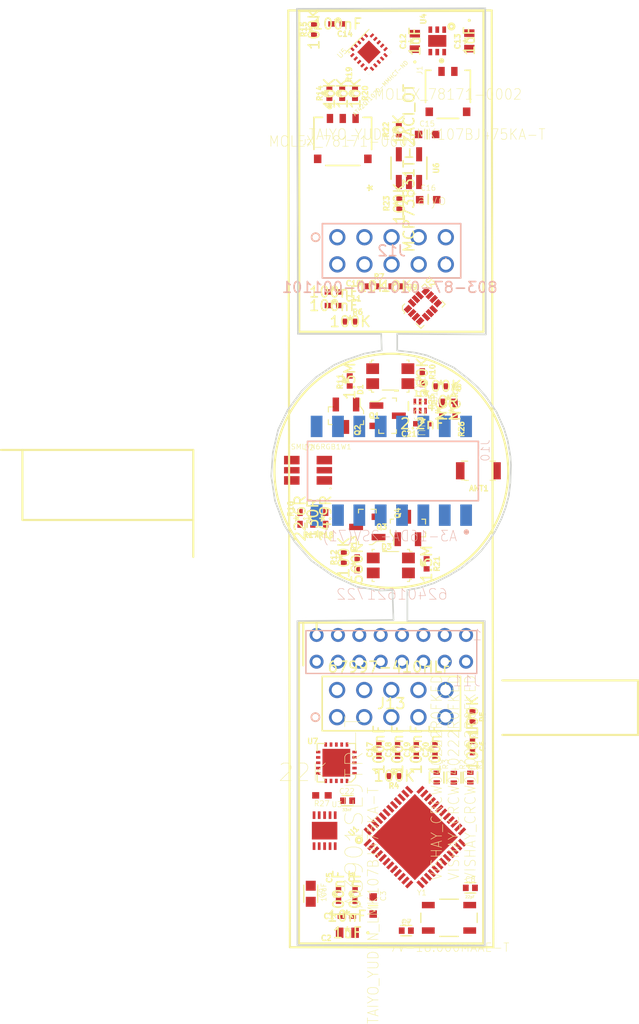
<source format=kicad_pcb>
(kicad_pcb (version 20171130) (host pcbnew "(5.0.0-3-g0214c9d)")

  (general
    (thickness 1.6)
    (drawings 79)
    (tracks 0)
    (zones 0)
    (modules 72)
    (nets 125)
  )

  (page A4)
  (layers
    (0 F.Cu signal)
    (1 In1.Cu signal)
    (2 In2.Cu signal)
    (31 B.Cu signal)
    (32 B.Adhes user)
    (33 F.Adhes user)
    (34 B.Paste user)
    (35 F.Paste user)
    (36 B.SilkS user)
    (37 F.SilkS user)
    (38 B.Mask user)
    (39 F.Mask user)
    (40 Dwgs.User user)
    (41 Cmts.User user)
    (42 Eco1.User user)
    (43 Eco2.User user)
    (44 Edge.Cuts user)
    (45 Margin user)
    (46 B.CrtYd user)
    (47 F.CrtYd user)
    (48 B.Fab user)
    (49 F.Fab user)
  )

  (setup
    (last_trace_width 0.1524)
    (trace_clearance 0.127)
    (zone_clearance 0.508)
    (zone_45_only no)
    (trace_min 0.127)
    (segment_width 0.2)
    (edge_width 0.15)
    (via_size 0.254)
    (via_drill 0.1016)
    (via_min_size 0.254)
    (via_min_drill 0.0508)
    (uvia_size 0.3)
    (uvia_drill 0.1)
    (uvias_allowed no)
    (uvia_min_size 0.2)
    (uvia_min_drill 0.1)
    (pcb_text_width 0.3)
    (pcb_text_size 1.5 1.5)
    (mod_edge_width 0.15)
    (mod_text_size 1 1)
    (mod_text_width 0.15)
    (pad_size 1.524 1.524)
    (pad_drill 0.762)
    (pad_to_mask_clearance 0.0508)
    (aux_axis_origin 0 0)
    (visible_elements FFFDF77F)
    (pcbplotparams
      (layerselection 0x010fc_ffffffff)
      (usegerberextensions false)
      (usegerberattributes false)
      (usegerberadvancedattributes false)
      (creategerberjobfile false)
      (excludeedgelayer true)
      (linewidth 0.100000)
      (plotframeref false)
      (viasonmask false)
      (mode 1)
      (useauxorigin false)
      (hpglpennumber 1)
      (hpglpenspeed 20)
      (hpglpendiameter 15.000000)
      (psnegative false)
      (psa4output false)
      (plotreference true)
      (plotvalue true)
      (plotinvisibletext false)
      (padsonsilk false)
      (subtractmaskfromsilk false)
      (outputformat 1)
      (mirror false)
      (drillshape 1)
      (scaleselection 1)
      (outputdirectory ""))
  )

  (net 0 "")
  (net 1 "Net-(ANT1-Pad1)")
  (net 2 "Net-(ANT1-Pad2)")
  (net 3 "Net-(B1-Pad1)")
  (net 4 "Net-(B1-Pad6)")
  (net 5 MCU_X1_16MHZ)
  (net 6 MCU_X2_16MHZ)
  (net 7 "Net-(C22-Pad1)")
  (net 8 "Net-(D1-PadA)")
  (net 9 "Net-(D2-Pad6)")
  (net 10 "Net-(D2-Pad4)")
  (net 11 "Net-(D2-Pad5)")
  (net 12 "Net-(D3-PadA)")
  (net 13 "Net-(J1-Pad3)")
  (net 14 "Net-(J1-Pad4)")
  (net 15 "Net-(J2-Pad5)")
  (net 16 "Net-(J2-Pad4)")
  (net 17 "Net-(J2-Pad1)")
  (net 18 "Net-(J2-Pad2)")
  (net 19 "Net-(J2-Pad3)")
  (net 20 "Net-(Q1-Pad1)")
  (net 21 "Net-(Q3-Pad1)")
  (net 22 "Net-(P1-Pad2)")
  (net 23 SWDIO)
  (net 24 NRST)
  (net 25 "Net-(P1-Pad3)")
  (net 26 "Net-(P1-Pad4)")
  (net 27 SWCLK)
  (net 28 "Net-(R27-Pad2)")
  (net 29 "Net-(U1-Pad2)")
  (net 30 "Net-(U1-Pad3)")
  (net 31 "Net-(U1-Pad4)")
  (net 32 NSRT)
  (net 33 MOTOR_CONTROL1)
  (net 34 MOTOR_CONTROL2)
  (net 35 MOTOR_CONTROL3)
  (net 36 MOTOR_CONTROL4)
  (net 37 CSN)
  (net 38 SCK)
  (net 39 MISO)
  (net 40 MOSI)
  (net 41 RADIO_CE)
  (net 42 "Net-(U1-Pad27)")
  (net 43 "Net-(U1-Pad28)")
  (net 44 RADIO_CLK)
  (net 45 "Net-(U1-Pad33)")
  (net 46 "Net-(U1-Pad35)")
  (net 47 "Net-(U1-Pad36)")
  (net 48 RADIO_IRQ)
  (net 49 "Net-(U1-Pad39)")
  (net 50 "Net-(R4-Pad1)")
  (net 51 "Net-(U1-Pad45)")
  (net 52 "Net-(P3-Pad2)")
  (net 53 "Net-(P3-Pad1)")
  (net 54 "Net-(P2-Pad2)")
  (net 55 "Net-(P2-Pad1)")
  (net 56 "Net-(U3-Pad11)")
  (net 57 "Net-(U4-Pad2)")
  (net 58 "Net-(U4-Pad5)")
  (net 59 "Net-(U4-Pad7)")
  (net 60 "Net-(U7-Pad9)")
  (net 61 "Net-(Y1-Pad4)")
  (net 62 "Net-(Y1-Pad2)")
  (net 63 "Net-(R14-Pad1)")
  (net 64 "Net-(R19-Pad1)")
  (net 65 "Net-(R20-Pad1)")
  (net 66 "Net-(U2-Pad11)")
  (net 67 "Net-(U2-Pad10)")
  (net 68 "Net-(U2-Pad9)")
  (net 69 "Net-(R22-Pad2)")
  (net 70 "Net-(U5-Pad6)")
  (net 71 "Net-(U5-Pad10)")
  (net 72 "Net-(U5-Pad20)")
  (net 73 "Net-(U5-Pad16)")
  (net 74 "Net-(U5-Pad1)")
  (net 75 "Net-(U5-Pad5)")
  (net 76 "Net-(U5-Pad19)")
  (net 77 "Net-(U5-Pad17)")
  (net 78 "Net-(U5-Pad18)")
  (net 79 "Net-(U5-Pad7)")
  (net 80 15a_GND2)
  (net 81 13a_ANT2)
  (net 82 12a_ANT1)
  (net 83 14a_VDD_PA)
  (net 84 1a_3.3v)
  (net 85 22a_VBAT)
  (net 86 15a_P4-1)
  (net 87 3a_PHOTODIODE1)
  (net 88 5a_RGBLED1)
  (net 89 7a_RGBLED3)
  (net 90 9a_IO2)
  (net 91 11a_SCL)
  (net 92 4a_PHOTODIODE2)
  (net 93 6a_RGBLED2)
  (net 94 8a_IO1)
  (net 95 10a_SDA)
  (net 96 15b_P4-1)
  (net 97 14b_VDD_PA)
  (net 98 13b_ANT2)
  (net 99 12b_ANT1)
  (net 100 11b_SCL)
  (net 101 10b_SDA)
  (net 102 9b_IO2)
  (net 103 7b_RGBLED3)
  (net 104 8b_IO1)
  (net 105 5b_RGBLED1)
  (net 106 6b_RGBLED2)
  (net 107 4b_PHOTODIODE2)
  (net 108 3b_PHOTODIODE1)
  (net 109 ~29a_TOUCH_CHG~)
  (net 110 27a_CHARGING)
  (net 111 26a_SCL)
  (net 112 25a_SDA)
  (net 113 24a_IMU_INT)
  (net 114 22b_VBAT)
  (net 115 24b_IMU_INT)
  (net 116 27b_CHARGING)
  (net 117 ~29b_TOUCH_CHG~)
  (net 118 23a_GND)
  (net 119 21a_3.3v)
  (net 120 28a_P4-1)
  (net 121 "Net-(U3-Pad3)")
  (net 122 2a_GND)
  (net 123 1b_3.3v)
  (net 124 15b_GND2)

  (net_class Default "This is the default net class."
    (clearance 0.127)
    (trace_width 0.1524)
    (via_dia 0.254)
    (via_drill 0.1016)
    (uvia_dia 0.3)
    (uvia_drill 0.1)
    (add_net 10a_SDA)
    (add_net 10b_SDA)
    (add_net 11a_SCL)
    (add_net 11b_SCL)
    (add_net 12a_ANT1)
    (add_net 12b_ANT1)
    (add_net 13a_ANT2)
    (add_net 13b_ANT2)
    (add_net 14a_VDD_PA)
    (add_net 14b_VDD_PA)
    (add_net 15a_GND2)
    (add_net 15a_P4-1)
    (add_net 15b_GND2)
    (add_net 15b_P4-1)
    (add_net 1a_3.3v)
    (add_net 1b_3.3v)
    (add_net 21a_3.3v)
    (add_net 22a_VBAT)
    (add_net 22b_VBAT)
    (add_net 23a_GND)
    (add_net 24a_IMU_INT)
    (add_net 24b_IMU_INT)
    (add_net 25a_SDA)
    (add_net 26a_SCL)
    (add_net 27a_CHARGING)
    (add_net 27b_CHARGING)
    (add_net 28a_P4-1)
    (add_net 2a_GND)
    (add_net 3a_PHOTODIODE1)
    (add_net 3b_PHOTODIODE1)
    (add_net 4a_PHOTODIODE2)
    (add_net 4b_PHOTODIODE2)
    (add_net 5a_RGBLED1)
    (add_net 5b_RGBLED1)
    (add_net 6a_RGBLED2)
    (add_net 6b_RGBLED2)
    (add_net 7a_RGBLED3)
    (add_net 7b_RGBLED3)
    (add_net 8a_IO1)
    (add_net 8b_IO1)
    (add_net 9a_IO2)
    (add_net 9b_IO2)
    (add_net CSN)
    (add_net MCU_X1_16MHZ)
    (add_net MCU_X2_16MHZ)
    (add_net MISO)
    (add_net MOSI)
    (add_net MOTOR_CONTROL1)
    (add_net MOTOR_CONTROL2)
    (add_net MOTOR_CONTROL3)
    (add_net MOTOR_CONTROL4)
    (add_net NRST)
    (add_net NSRT)
    (add_net "Net-(ANT1-Pad1)")
    (add_net "Net-(ANT1-Pad2)")
    (add_net "Net-(B1-Pad1)")
    (add_net "Net-(B1-Pad6)")
    (add_net "Net-(C22-Pad1)")
    (add_net "Net-(D1-PadA)")
    (add_net "Net-(D2-Pad4)")
    (add_net "Net-(D2-Pad5)")
    (add_net "Net-(D2-Pad6)")
    (add_net "Net-(D3-PadA)")
    (add_net "Net-(J1-Pad3)")
    (add_net "Net-(J1-Pad4)")
    (add_net "Net-(J2-Pad1)")
    (add_net "Net-(J2-Pad2)")
    (add_net "Net-(J2-Pad3)")
    (add_net "Net-(J2-Pad4)")
    (add_net "Net-(J2-Pad5)")
    (add_net "Net-(P1-Pad2)")
    (add_net "Net-(P1-Pad3)")
    (add_net "Net-(P1-Pad4)")
    (add_net "Net-(P2-Pad1)")
    (add_net "Net-(P2-Pad2)")
    (add_net "Net-(P3-Pad1)")
    (add_net "Net-(P3-Pad2)")
    (add_net "Net-(Q1-Pad1)")
    (add_net "Net-(Q3-Pad1)")
    (add_net "Net-(R14-Pad1)")
    (add_net "Net-(R19-Pad1)")
    (add_net "Net-(R20-Pad1)")
    (add_net "Net-(R22-Pad2)")
    (add_net "Net-(R27-Pad2)")
    (add_net "Net-(R4-Pad1)")
    (add_net "Net-(U1-Pad2)")
    (add_net "Net-(U1-Pad27)")
    (add_net "Net-(U1-Pad28)")
    (add_net "Net-(U1-Pad3)")
    (add_net "Net-(U1-Pad33)")
    (add_net "Net-(U1-Pad35)")
    (add_net "Net-(U1-Pad36)")
    (add_net "Net-(U1-Pad39)")
    (add_net "Net-(U1-Pad4)")
    (add_net "Net-(U1-Pad45)")
    (add_net "Net-(U2-Pad10)")
    (add_net "Net-(U2-Pad11)")
    (add_net "Net-(U2-Pad9)")
    (add_net "Net-(U3-Pad11)")
    (add_net "Net-(U3-Pad3)")
    (add_net "Net-(U4-Pad2)")
    (add_net "Net-(U4-Pad5)")
    (add_net "Net-(U4-Pad7)")
    (add_net "Net-(U5-Pad1)")
    (add_net "Net-(U5-Pad10)")
    (add_net "Net-(U5-Pad16)")
    (add_net "Net-(U5-Pad17)")
    (add_net "Net-(U5-Pad18)")
    (add_net "Net-(U5-Pad19)")
    (add_net "Net-(U5-Pad20)")
    (add_net "Net-(U5-Pad5)")
    (add_net "Net-(U5-Pad6)")
    (add_net "Net-(U5-Pad7)")
    (add_net "Net-(U7-Pad9)")
    (add_net "Net-(Y1-Pad2)")
    (add_net "Net-(Y1-Pad4)")
    (add_net RADIO_CE)
    (add_net RADIO_CLK)
    (add_net RADIO_IRQ)
    (add_net SCK)
    (add_net SWCLK)
    (add_net SWDIO)
    (add_net ~29a_TOUCH_CHG~)
    (add_net ~29b_TOUCH_CHG~)
  )

  (module 16pos_2mm_RA:0877601616 (layer B.Cu) (tedit 5BD146F8) (tstamp 5BD13C56)
    (at 222.4 129.15)
    (descr "<b>WR-WTB Wire-to-Board Connectors 2.00 mm-Dual Row Male Horizontal Shrouded Header, 16 pins")
    (path /5BD6A29F)
    (fp_text reference J11 (at 7.05 3.05) (layer B.SilkS)
      (effects (font (size 1 1) (thickness 0.05)) (justify mirror))
    )
    (fp_text value 62401621722 (at 0.05 -5.05) (layer B.SilkS)
      (effects (font (size 1 1) (thickness 0.05)) (justify mirror))
    )
    (fp_text user 1 (at 8.05 -1.25) (layer B.SilkS)
      (effects (font (size 1 1) (thickness 0.05)) (justify mirror))
    )
    (fp_line (start -8 -1.65) (end 8 -1.65) (layer B.SilkS) (width 0.127))
    (fp_line (start -8.25 -2.4) (end -8.25 2.6) (layer Eco1.User) (width 0.127))
    (fp_line (start 8.25 -2.4) (end -8.25 -2.4) (layer Eco1.User) (width 0.127))
    (fp_line (start 8.25 2.6) (end 8.25 -2.4) (layer Eco1.User) (width 0.127))
    (fp_line (start -8.25 2.6) (end 8.25 2.6) (layer Eco1.User) (width 0.127))
    (fp_line (start -8 2.35) (end -8 -1.65) (layer B.SilkS) (width 0.127))
    (fp_line (start 8 -1.65) (end 8 2.35) (layer B.SilkS) (width 0.127))
    (fp_line (start 8 2.35) (end -8 2.35) (layer B.SilkS) (width 0.127))
    (fp_text user 16 (at -7.65 2.75) (layer Edge.Cuts)
      (effects (font (size 1 1) (thickness 0.05)))
    )
    (fp_text user 1 (at 8.1 -0.1) (layer Edge.Cuts)
      (effects (font (size 1 1) (thickness 0.05)))
    )
    (pad 16 thru_hole circle (at -7 1.25 180) (size 1.308 1.308) (drill 0.8) (layers *.Cu *.Mask)
      (net 124 15b_GND2))
    (pad 15 thru_hole circle (at -7 -1.25 180) (size 1.308 1.308) (drill 0.8) (layers *.Cu *.Mask)
      (net 96 15b_P4-1))
    (pad 14 thru_hole circle (at -5 1.25 180) (size 1.308 1.308) (drill 0.8) (layers *.Cu *.Mask)
      (net 97 14b_VDD_PA))
    (pad 13 thru_hole circle (at -5 -1.25 180) (size 1.308 1.308) (drill 0.8) (layers *.Cu *.Mask)
      (net 98 13b_ANT2))
    (pad 12 thru_hole circle (at -3 1.25 180) (size 1.308 1.308) (drill 0.8) (layers *.Cu *.Mask)
      (net 99 12b_ANT1))
    (pad 11 thru_hole circle (at -3 -1.25 180) (size 1.308 1.308) (drill 0.8) (layers *.Cu *.Mask)
      (net 100 11b_SCL))
    (pad 10 thru_hole circle (at -1 1.25 180) (size 1.308 1.308) (drill 0.8) (layers *.Cu *.Mask)
      (net 101 10b_SDA))
    (pad 9 thru_hole circle (at -1 -1.25 180) (size 1.308 1.308) (drill 0.8) (layers *.Cu *.Mask)
      (net 102 9b_IO2))
    (pad 7 thru_hole circle (at 1 -1.25 180) (size 1.308 1.308) (drill 0.8) (layers *.Cu *.Mask)
      (net 103 7b_RGBLED3))
    (pad 8 thru_hole circle (at 1 1.25 180) (size 1.308 1.308) (drill 0.8) (layers *.Cu *.Mask)
      (net 104 8b_IO1))
    (pad 5 thru_hole circle (at 3 -1.25 180) (size 1.308 1.308) (drill 0.8) (layers *.Cu *.Mask)
      (net 105 5b_RGBLED1))
    (pad 6 thru_hole circle (at 3 1.25 180) (size 1.308 1.308) (drill 0.8) (layers *.Cu *.Mask)
      (net 106 6b_RGBLED2))
    (pad 4 thru_hole circle (at 5 1.25 180) (size 1.308 1.308) (drill 0.8) (layers *.Cu *.Mask)
      (net 107 4b_PHOTODIODE2))
    (pad 3 thru_hole circle (at 5 -1.25 180) (size 1.308 1.308) (drill 0.8) (layers *.Cu *.Mask)
      (net 108 3b_PHOTODIODE1))
    (pad 2 thru_hole circle (at 7 1.25 180) (size 1.308 1.308) (drill 0.8) (layers *.Cu *.Mask)
      (net 124 15b_GND2))
    (pad 1 thru_hole circle (at 7 -1.25 180) (size 1.308 1.308) (drill 0.8) (layers *.Cu *.Mask)
      (net 123 1b_3.3v))
  )

  (module 16pos_2mm_SMD:A13 (layer B.Cu) (tedit 5BD13052) (tstamp 5BD12D96)
    (at 222.4 112.55 180)
    (descr "16 Position Receptacle Connector 0.079\" (2.00mm) Surface Mount Gold")
    (path /5BD2DB55)
    (attr smd)
    (fp_text reference J10 (at -8.8 1.9 90) (layer B.SilkS)
      (effects (font (size 0.787402 0.787402) (thickness 0.05)) (justify mirror))
    )
    (fp_text value "A3-16DA-2SV(71)" (at 0.15 -6.1 180) (layer B.SilkS)
      (effects (font (size 1 0.9) (thickness 0.05)) (justify mirror))
    )
    (fp_line (start -8.15 -3.1) (end -8.15 3.1) (layer Dwgs.User) (width 0.152))
    (fp_line (start -8.15 3.1) (end 8.2 3.1) (layer Dwgs.User) (width 0.152))
    (fp_line (start 8.2 3.1) (end 8.2 -3.1) (layer Dwgs.User) (width 0.152))
    (fp_line (start 8.2 -3.1) (end -8.15 -3.1) (layer Dwgs.User) (width 0.152))
    (fp_line (start -8.15 -5.3) (end -8.15 5.3) (layer Dwgs.User) (width 0.1))
    (fp_line (start -8.15 5.3) (end 8.2 5.3) (layer Dwgs.User) (width 0.1))
    (fp_line (start 8.2 5.3) (end 8.2 -5.3) (layer Dwgs.User) (width 0.1))
    (fp_line (start 8.2 -5.3) (end -8.15 -5.3) (layer Dwgs.User) (width 0.1))
    (fp_line (start -8.15 -2.8) (end -8.15 2.75) (layer B.SilkS) (width 0.15))
    (fp_line (start -8.15 2.75) (end 7.85 2.75) (layer B.SilkS) (width 0.15))
    (fp_line (start 7.85 2.75) (end 7.85 -2.8) (layer B.SilkS) (width 0.15))
    (fp_line (start 7.85 -2.8) (end -8.15 -2.8) (layer B.SilkS) (width 0.15))
    (fp_circle (center -7.025 -5.725) (end -6.775 -5.725) (layer B.SilkS) (width 0))
    (pad 1 smd rect (at -7 -4.15 180) (size 1.1 2) (layers B.Cu B.Paste B.Mask)
      (net 84 1a_3.3v))
    (pad 3 smd rect (at -5 -4.15 180) (size 1.1 2) (layers B.Cu B.Paste B.Mask)
      (net 87 3a_PHOTODIODE1))
    (pad 5 smd rect (at -3 -4.15 180) (size 1.1 2) (layers B.Cu B.Paste B.Mask)
      (net 88 5a_RGBLED1))
    (pad 7 smd rect (at -1 -4.15 180) (size 1.1 2) (layers B.Cu B.Paste B.Mask)
      (net 89 7a_RGBLED3))
    (pad 9 smd rect (at 1 -4.15 180) (size 1.1 2) (layers B.Cu B.Paste B.Mask)
      (net 90 9a_IO2))
    (pad 11 smd rect (at 3 -4.15 180) (size 1.1 2) (layers B.Cu B.Paste B.Mask)
      (net 91 11a_SCL))
    (pad 13 smd rect (at 5 -4.15 180) (size 1.1 2) (layers B.Cu B.Paste B.Mask)
      (net 81 13a_ANT2))
    (pad 15 smd rect (at 7 -4.15 180) (size 1.1 2) (layers B.Cu B.Paste B.Mask)
      (net 86 15a_P4-1))
    (pad 2 smd rect (at -7 4.15 180) (size 1.1 2) (layers B.Cu B.Paste B.Mask)
      (net 122 2a_GND))
    (pad 4 smd rect (at -5 4.15 180) (size 1.1 2) (layers B.Cu B.Paste B.Mask)
      (net 92 4a_PHOTODIODE2))
    (pad 6 smd rect (at -3 4.15 180) (size 1.1 2) (layers B.Cu B.Paste B.Mask)
      (net 93 6a_RGBLED2))
    (pad 8 smd rect (at -1 4.15 180) (size 1.1 2) (layers B.Cu B.Paste B.Mask)
      (net 94 8a_IO1))
    (pad 10 smd rect (at 1 4.15 180) (size 1.1 2) (layers B.Cu B.Paste B.Mask)
      (net 95 10a_SDA))
    (pad 12 smd rect (at 3 4.15 180) (size 1.1 2) (layers B.Cu B.Paste B.Mask)
      (net 82 12a_ANT1))
    (pad 14 smd rect (at 5 4.15 180) (size 1.1 2) (layers B.Cu B.Paste B.Mask)
      (net 83 14a_VDD_PA))
    (pad 16 smd rect (at 7 4.15 180) (size 1.1 2) (layers B.Cu B.Paste B.Mask)
      (net 80 15a_GND2))
  )

  (module AT42QT1070-MMHCT-ND:VQFN_20PAD (layer F.Cu) (tedit 5BCF9D5C) (tstamp 5BD09DEB)
    (at 220.3 73.4 45)
    (path /5C2F3CED)
    (attr smd)
    (fp_text reference U5 (at -1.85 -1.7 45) (layer F.SilkS)
      (effects (font (size 0.5 0.5) (thickness 0.05)))
    )
    (fp_text value AT42QT1070-MMHCT-ND (at -1.63183 3.15614 45) (layer F.SilkS)
      (effects (font (size 0.377296 0.377296) (thickness 0.05)))
    )
    (fp_circle (center -1.3 -1.3) (end -1.2 -1.3) (layer F.SilkS) (width 0))
    (fp_line (start 1.5 -1.5) (end 1.5 1.5) (layer F.SilkS) (width 0.01))
    (fp_line (start -1.5 -1.5) (end 1.5 -1.5) (layer F.SilkS) (width 0))
    (fp_line (start -1.5 1.5) (end -1.5 -1.5) (layer F.SilkS) (width 0.01))
    (fp_line (start 1.5 1.5) (end -1.5 1.5) (layer F.SilkS) (width 0.01))
    (fp_poly (pts (xy 0.775 -0.775) (xy -0.598225 -0.775) (xy -0.775 -0.598225) (xy -0.775 0.775)
      (xy 0.775 0.775)) (layer Dwgs.User) (width 0))
    (fp_poly (pts (xy -0.79 1.5) (xy -0.79 1.1) (xy -0.89 1.1) (xy -1.01 1.29)
      (xy -1.01 1.5)) (layer Dwgs.User) (width 0))
    (fp_poly (pts (xy 0.79 -1.5) (xy 0.79 -1.1) (xy 0.89 -1.1) (xy 1.01 -1.29)
      (xy 1.01 -1.5)) (layer Dwgs.User) (width 0))
    (fp_poly (pts (xy 1.5 0.79) (xy 1.1 0.79) (xy 1.1 0.89) (xy 1.29 1.01)
      (xy 1.5 1.01)) (layer Dwgs.User) (width 0))
    (fp_poly (pts (xy -1.5 -0.79) (xy -1.1 -0.79) (xy -1.1 -0.89) (xy -1.29 -1.01)
      (xy -1.5 -1.01)) (layer Dwgs.User) (width 0))
    (fp_poly (pts (xy 0.79 1.5) (xy 0.79 1.1) (xy 0.89 1.1) (xy 1.01 1.29)
      (xy 1.01 1.5)) (layer Dwgs.User) (width 0))
    (fp_poly (pts (xy -0.79 -1.5) (xy -0.79 -1.1) (xy -0.89 -1.1) (xy -1.01 -1.29)
      (xy -1.01 -1.5)) (layer Dwgs.User) (width 0))
    (fp_poly (pts (xy -1.5 0.79) (xy -1.1 0.79) (xy -1.1 0.89) (xy -1.29 1.01)
      (xy -1.5 1.01)) (layer Dwgs.User) (width 0))
    (fp_poly (pts (xy 1.5 -0.79) (xy 1.1 -0.79) (xy 1.1 -0.89) (xy 1.29 -1.01)
      (xy 1.5 -1.01)) (layer Dwgs.User) (width 0))
    (pad GND smd rect (at 0 0 225) (size 1.55 1.55) (layers F.Cu F.Paste F.Mask))
    (pad 6 smd rect (at -0.9 1.3 315) (size 0.4 0.22) (layers F.Cu F.Paste F.Mask)
      (net 70 "Net-(U5-Pad6)"))
    (pad 10 smd rect (at 0.9 1.3 315) (size 0.4 0.22) (layers F.Cu F.Paste F.Mask)
      (net 71 "Net-(U5-Pad10)"))
    (pad 20 smd rect (at -0.9 -1.3 315) (size 0.4 0.22) (layers F.Cu F.Paste F.Mask)
      (net 72 "Net-(U5-Pad20)"))
    (pad 16 smd rect (at 0.9 -1.3 315) (size 0.4 0.22) (layers F.Cu F.Paste F.Mask)
      (net 73 "Net-(U5-Pad16)"))
    (pad 1 smd rect (at -1.3 -0.9 225) (size 0.4 0.22) (layers F.Cu F.Paste F.Mask)
      (net 74 "Net-(U5-Pad1)"))
    (pad 15 smd rect (at 1.3 -0.9 225) (size 0.4 0.22) (layers F.Cu F.Paste F.Mask)
      (net 111 26a_SCL))
    (pad 5 smd rect (at -1.3 0.9 225) (size 0.4 0.22) (layers F.Cu F.Paste F.Mask)
      (net 75 "Net-(U5-Pad5)"))
    (pad 11 smd rect (at 1.3 0.9 225) (size 0.4 0.22) (layers F.Cu F.Paste F.Mask)
      (net 118 23a_GND))
    (pad 19 smd rect (at -0.45 -1.3 315) (size 0.4 0.22) (layers F.Cu F.Paste F.Mask)
      (net 76 "Net-(U5-Pad19)"))
    (pad 17 smd rect (at 0.45 -1.3 315) (size 0.4 0.22) (layers F.Cu F.Paste F.Mask)
      (net 77 "Net-(U5-Pad17)"))
    (pad 18 smd rect (at 0 -1.3 315) (size 0.4 0.22) (layers F.Cu F.Paste F.Mask)
      (net 78 "Net-(U5-Pad18)"))
    (pad 7 smd rect (at -0.45 1.3 315) (size 0.4 0.22) (layers F.Cu F.Paste F.Mask)
      (net 79 "Net-(U5-Pad7)"))
    (pad 9 smd rect (at 0.45 1.3 315) (size 0.4 0.22) (layers F.Cu F.Paste F.Mask)
      (net 118 23a_GND))
    (pad 8 smd rect (at 0 1.3 315) (size 0.4 0.22) (layers F.Cu F.Paste F.Mask)
      (net 118 23a_GND))
    (pad 2 smd rect (at -1.3 -0.45 225) (size 0.4 0.22) (layers F.Cu F.Paste F.Mask)
      (net 65 "Net-(R20-Pad1)"))
    (pad 4 smd rect (at -1.3 0.45 225) (size 0.4 0.22) (layers F.Cu F.Paste F.Mask)
      (net 63 "Net-(R14-Pad1)"))
    (pad 3 smd rect (at -1.3 0 225) (size 0.4 0.22) (layers F.Cu F.Paste F.Mask)
      (net 64 "Net-(R19-Pad1)"))
    (pad 14 smd rect (at 1.3 -0.45 225) (size 0.4 0.22) (layers F.Cu F.Paste F.Mask)
      (net 109 ~29a_TOUCH_CHG~))
    (pad 12 smd rect (at 1.3 0.45 225) (size 0.4 0.22) (layers F.Cu F.Paste F.Mask)
      (net 112 25a_SDA))
    (pad 13 smd rect (at 1.3 0 225) (size 0.4 0.22) (layers F.Cu F.Paste F.Mask)
      (net 118 23a_GND))
  )

  (module 10uF:CAPC1608X9N (layer F.Cu) (tedit 0) (tstamp 5BD02C8E)
    (at 214.85 152.1 90)
    (path /5C87B1FB)
    (attr smd)
    (fp_text reference C9 (at 0.05 1.05 90) (layer F.SilkS)
      (effects (font (size 0.480732 0.480732) (thickness 0.05)))
    )
    (fp_text value 10uF (at 0.12711 1.22026 90) (layer F.SilkS)
      (effects (font (size 0.480416 0.480416) (thickness 0.05)))
    )
    (fp_line (start -0.85 0.45) (end -0.85 -0.45) (layer Dwgs.User) (width 0.127))
    (fp_line (start -0.85 -0.45) (end 0.85 -0.45) (layer Dwgs.User) (width 0.127))
    (fp_line (start 0.85 -0.45) (end 0.85 0.45) (layer Dwgs.User) (width 0.127))
    (fp_line (start 0.85 0.45) (end -0.85 0.45) (layer Dwgs.User) (width 0.127))
    (fp_line (start -0.8 -0.645) (end 0.8 -0.645) (layer F.SilkS) (width 0.127))
    (fp_line (start -0.8 0.645) (end 0.8 0.645) (layer F.SilkS) (width 0.127))
    (fp_line (start -1.47 -0.72) (end 1.47 -0.72) (layer Eco1.User) (width 0.05))
    (fp_line (start 1.47 -0.72) (end 1.47 0.72) (layer Eco1.User) (width 0.05))
    (fp_line (start 1.47 0.72) (end -1.47 0.72) (layer Eco1.User) (width 0.05))
    (fp_line (start -1.47 0.72) (end -1.47 -0.72) (layer Eco1.User) (width 0.05))
    (pad 1 smd rect (at -0.75 0 90) (size 0.93 0.93) (layers F.Cu F.Paste F.Mask)
      (net 123 1b_3.3v))
    (pad 2 smd rect (at 0.75 0 90) (size 0.93 0.93) (layers F.Cu F.Paste F.Mask)
      (net 124 15b_GND2))
  )

  (module 1uF:0603ZD105KAT2A (layer F.Cu) (tedit 5BCF9A75) (tstamp 5BD02C44)
    (at 224.6 72.4 90)
    (path /5BCEE5F0)
    (fp_text reference C12 (at 0 -1.1 90) (layer F.SilkS)
      (effects (font (size 0.5 0.5) (thickness 0.125)))
    )
    (fp_text value 1uF (at 0 0 90) (layer F.SilkS)
      (effects (font (size 1 1) (thickness 0.15)))
    )
    (fp_circle (center -1.9177 0) (end -1.8415 0) (layer F.SilkS) (width 0.1524))
    (fp_circle (center -0.5969 0) (end -0.5207 0) (layer F.Fab) (width 0.1524))
    (fp_line (start 1.3335 0.7366) (end -1.3335 0.7366) (layer F.CrtYd) (width 0.1524))
    (fp_line (start 1.3335 -0.7366) (end 1.3335 0.7366) (layer F.CrtYd) (width 0.1524))
    (fp_line (start -1.3335 -0.7366) (end 1.3335 -0.7366) (layer F.CrtYd) (width 0.1524))
    (fp_line (start -1.3335 0.7366) (end -1.3335 -0.7366) (layer F.CrtYd) (width 0.1524))
    (fp_line (start -0.8763 -0.4826) (end -0.8763 0.4826) (layer F.Fab) (width 0.1524))
    (fp_line (start 0.8763 -0.4826) (end -0.8763 -0.4826) (layer F.Fab) (width 0.1524))
    (fp_line (start 0.8763 0.4826) (end 0.8763 -0.4826) (layer F.Fab) (width 0.1524))
    (fp_line (start -0.8763 0.4826) (end 0.8763 0.4826) (layer F.Fab) (width 0.1524))
    (fp_line (start 0.8763 -0.4826) (end 0.3683 -0.4826) (layer F.Fab) (width 0.1524))
    (fp_line (start 0.8763 0.4826) (end 0.8763 -0.4826) (layer F.Fab) (width 0.1524))
    (fp_line (start 0.3683 0.4826) (end 0.8763 0.4826) (layer F.Fab) (width 0.1524))
    (fp_line (start 0.3683 -0.4826) (end 0.3683 0.4826) (layer F.Fab) (width 0.1524))
    (fp_line (start -0.8763 0.4826) (end -0.3683 0.4826) (layer F.Fab) (width 0.1524))
    (fp_line (start -0.8763 -0.4826) (end -0.8763 0.4826) (layer F.Fab) (width 0.1524))
    (fp_line (start -0.3683 -0.4826) (end -0.8763 -0.4826) (layer F.Fab) (width 0.1524))
    (fp_line (start -0.3683 0.4826) (end -0.3683 -0.4826) (layer F.Fab) (width 0.1524))
    (fp_text user * (at 0 0 90) (layer F.Fab)
      (effects (font (size 1 1) (thickness 0.15)))
    )
    (fp_text user * (at 0 0 90) (layer F.SilkS)
      (effects (font (size 1 1) (thickness 0.15)))
    )
    (fp_text user "Copyright 2016 Accelerated Designs. All rights reserved." (at 0 0 90) (layer Cmts.User)
      (effects (font (size 0.127 0.127) (thickness 0.002)))
    )
    (pad 2 smd rect (at 0.7239 0 90) (size 0.7112 0.9652) (layers F.Cu F.Paste F.Mask)
      (net 118 23a_GND))
    (pad 1 smd rect (at -0.7239 0 90) (size 0.7112 0.9652) (layers F.Cu F.Paste F.Mask)
      (net 85 22a_VBAT))
  )

  (module 1uF:0603ZD105KAT2A (layer F.Cu) (tedit 5BCF96EC) (tstamp 5BD02C2A)
    (at 218.28206 155.746697 180)
    (path /5BD3EEE1)
    (fp_text reference C2 (at 1.98206 -0.503303 180) (layer F.SilkS)
      (effects (font (size 0.5 0.5) (thickness 0.125)))
    )
    (fp_text value 1uF (at 0 0 180) (layer F.SilkS)
      (effects (font (size 1 1) (thickness 0.15)))
    )
    (fp_text user "Copyright 2016 Accelerated Designs. All rights reserved." (at 0 0 180) (layer Cmts.User)
      (effects (font (size 0.127 0.127) (thickness 0.002)))
    )
    (fp_text user * (at 0 0 180) (layer F.SilkS)
      (effects (font (size 1 1) (thickness 0.15)))
    )
    (fp_text user * (at 0 0 180) (layer F.Fab)
      (effects (font (size 1 1) (thickness 0.15)))
    )
    (fp_line (start -0.3683 0.4826) (end -0.3683 -0.4826) (layer F.Fab) (width 0.1524))
    (fp_line (start -0.3683 -0.4826) (end -0.8763 -0.4826) (layer F.Fab) (width 0.1524))
    (fp_line (start -0.8763 -0.4826) (end -0.8763 0.4826) (layer F.Fab) (width 0.1524))
    (fp_line (start -0.8763 0.4826) (end -0.3683 0.4826) (layer F.Fab) (width 0.1524))
    (fp_line (start 0.3683 -0.4826) (end 0.3683 0.4826) (layer F.Fab) (width 0.1524))
    (fp_line (start 0.3683 0.4826) (end 0.8763 0.4826) (layer F.Fab) (width 0.1524))
    (fp_line (start 0.8763 0.4826) (end 0.8763 -0.4826) (layer F.Fab) (width 0.1524))
    (fp_line (start 0.8763 -0.4826) (end 0.3683 -0.4826) (layer F.Fab) (width 0.1524))
    (fp_line (start -0.8763 0.4826) (end 0.8763 0.4826) (layer F.Fab) (width 0.1524))
    (fp_line (start 0.8763 0.4826) (end 0.8763 -0.4826) (layer F.Fab) (width 0.1524))
    (fp_line (start 0.8763 -0.4826) (end -0.8763 -0.4826) (layer F.Fab) (width 0.1524))
    (fp_line (start -0.8763 -0.4826) (end -0.8763 0.4826) (layer F.Fab) (width 0.1524))
    (fp_line (start -1.3335 0.7366) (end -1.3335 -0.7366) (layer F.CrtYd) (width 0.1524))
    (fp_line (start -1.3335 -0.7366) (end 1.3335 -0.7366) (layer F.CrtYd) (width 0.1524))
    (fp_line (start 1.3335 -0.7366) (end 1.3335 0.7366) (layer F.CrtYd) (width 0.1524))
    (fp_line (start 1.3335 0.7366) (end -1.3335 0.7366) (layer F.CrtYd) (width 0.1524))
    (fp_circle (center -0.5969 0) (end -0.5207 0) (layer F.Fab) (width 0.1524))
    (fp_circle (center -1.9177 0) (end -1.8415 0) (layer F.SilkS) (width 0.1524))
    (pad 1 smd rect (at -0.7239 0 180) (size 0.7112 0.9652) (layers F.Cu F.Paste F.Mask)
      (net 123 1b_3.3v))
    (pad 2 smd rect (at 0.7239 0 180) (size 0.7112 0.9652) (layers F.Cu F.Paste F.Mask)
      (net 124 15b_GND2))
  )

  (module 1uF:0603ZD105KAT2A (layer F.Cu) (tedit 5BCF9A7F) (tstamp 5BD02C10)
    (at 229.7 72.35 270)
    (path /5BCEB291)
    (fp_text reference C13 (at 0.05 1.1 270) (layer F.SilkS)
      (effects (font (size 0.5 0.5) (thickness 0.125)))
    )
    (fp_text value 1uF (at 0 0 270) (layer F.SilkS)
      (effects (font (size 1 1) (thickness 0.15)))
    )
    (fp_circle (center -1.9177 0) (end -1.8415 0) (layer F.SilkS) (width 0.1524))
    (fp_circle (center -0.5969 0) (end -0.5207 0) (layer F.Fab) (width 0.1524))
    (fp_line (start 1.3335 0.7366) (end -1.3335 0.7366) (layer F.CrtYd) (width 0.1524))
    (fp_line (start 1.3335 -0.7366) (end 1.3335 0.7366) (layer F.CrtYd) (width 0.1524))
    (fp_line (start -1.3335 -0.7366) (end 1.3335 -0.7366) (layer F.CrtYd) (width 0.1524))
    (fp_line (start -1.3335 0.7366) (end -1.3335 -0.7366) (layer F.CrtYd) (width 0.1524))
    (fp_line (start -0.8763 -0.4826) (end -0.8763 0.4826) (layer F.Fab) (width 0.1524))
    (fp_line (start 0.8763 -0.4826) (end -0.8763 -0.4826) (layer F.Fab) (width 0.1524))
    (fp_line (start 0.8763 0.4826) (end 0.8763 -0.4826) (layer F.Fab) (width 0.1524))
    (fp_line (start -0.8763 0.4826) (end 0.8763 0.4826) (layer F.Fab) (width 0.1524))
    (fp_line (start 0.8763 -0.4826) (end 0.3683 -0.4826) (layer F.Fab) (width 0.1524))
    (fp_line (start 0.8763 0.4826) (end 0.8763 -0.4826) (layer F.Fab) (width 0.1524))
    (fp_line (start 0.3683 0.4826) (end 0.8763 0.4826) (layer F.Fab) (width 0.1524))
    (fp_line (start 0.3683 -0.4826) (end 0.3683 0.4826) (layer F.Fab) (width 0.1524))
    (fp_line (start -0.8763 0.4826) (end -0.3683 0.4826) (layer F.Fab) (width 0.1524))
    (fp_line (start -0.8763 -0.4826) (end -0.8763 0.4826) (layer F.Fab) (width 0.1524))
    (fp_line (start -0.3683 -0.4826) (end -0.8763 -0.4826) (layer F.Fab) (width 0.1524))
    (fp_line (start -0.3683 0.4826) (end -0.3683 -0.4826) (layer F.Fab) (width 0.1524))
    (fp_text user * (at 0 0 270) (layer F.Fab)
      (effects (font (size 1 1) (thickness 0.15)))
    )
    (fp_text user * (at 0 0 270) (layer F.SilkS)
      (effects (font (size 1 1) (thickness 0.15)))
    )
    (fp_text user "Copyright 2016 Accelerated Designs. All rights reserved." (at 0 0 270) (layer Cmts.User)
      (effects (font (size 0.127 0.127) (thickness 0.002)))
    )
    (pad 2 smd rect (at 0.7239 0 270) (size 0.7112 0.9652) (layers F.Cu F.Paste F.Mask)
      (net 118 23a_GND))
    (pad 1 smd rect (at -0.7239 0 270) (size 0.7112 0.9652) (layers F.Cu F.Paste F.Mask)
      (net 119 21a_3.3v))
  )

  (module 33nF:CAPC1005X55N (layer F.Cu) (tedit 5BCF9458) (tstamp 5BD02ABD)
    (at 218.3 143.4)
    (path /5C7B126D)
    (attr smd)
    (fp_text reference C22 (at -0.064499 -0.881896) (layer F.SilkS)
      (effects (font (size 0.5 0.5) (thickness 0.05)))
    )
    (fp_text value 33nF (at -0.038286 0.854076) (layer F.SilkS)
      (effects (font (size 0.241833 0.241833) (thickness 0.05)))
    )
    (fp_line (start 0.53 -0.28) (end -0.53 -0.28) (layer Dwgs.User) (width 0.127))
    (fp_line (start -0.53 -0.28) (end -0.53 0.28) (layer Dwgs.User) (width 0.127))
    (fp_line (start -0.53 0.28) (end 0.53 0.28) (layer Dwgs.User) (width 0.127))
    (fp_line (start 0.53 0.28) (end 0.53 -0.28) (layer Dwgs.User) (width 0.127))
    (fp_line (start 0.5 -0.48) (end -0.5 -0.48) (layer F.SilkS) (width 0.127))
    (fp_line (start -0.5 0.48) (end 0.5 0.48) (layer F.SilkS) (width 0.127))
    (fp_line (start 0.85 -0.54) (end -0.85 -0.54) (layer Eco1.User) (width 0.05))
    (fp_line (start -0.85 -0.54) (end -0.85 0.54) (layer Eco1.User) (width 0.05))
    (fp_line (start -0.85 0.54) (end 0.85 0.54) (layer Eco1.User) (width 0.05))
    (fp_line (start 0.85 0.54) (end 0.85 -0.54) (layer Eco1.User) (width 0.05))
    (pad 1 smd rect (at -0.43 0 90) (size 0.6 0.54) (layers F.Cu F.Paste F.Mask)
      (net 7 "Net-(C22-Pad1)"))
    (pad 2 smd rect (at 0.43 0 90) (size 0.6 0.54) (layers F.Cu F.Paste F.Mask)
      (net 124 15b_GND2))
  )

  (module JOHANSON_2450BM14A0002T:JOHANSON_2450BM14A0002T_0 (layer F.Cu) (tedit 5BCF9ACA) (tstamp 5BD029AB)
    (at 225.1 106.5 270)
    (descr "2.45 GHz Impedance Matched Balun-Filter")
    (path /5BCCE6A6)
    (attr smd)
    (fp_text reference B1 (at -0.9 -1.35 270) (layer F.SilkS)
      (effects (font (size 0.5 0.5) (thickness 0.05)))
    )
    (fp_text value nrf24l01 (at 0 0 270) (layer F.SilkS)
      (effects (font (size 1 0.9) (thickness 0.05)))
    )
    (fp_line (start -0.4 0.8) (end -0.4 -0.8) (layer Dwgs.User) (width 0.15))
    (fp_line (start -0.4 -0.8) (end 0.4 -0.8) (layer Dwgs.User) (width 0.15))
    (fp_line (start 0.4 -0.8) (end 0.4 0.8) (layer Dwgs.User) (width 0.15))
    (fp_line (start 0.4 0.8) (end -0.4 0.8) (layer Dwgs.User) (width 0.15))
    (fp_line (start -0.4 -1.1) (end 0.4 -1.1) (layer F.SilkS) (width 0.15))
    (fp_line (start -0.4 1.1) (end 0.4 1.1) (layer F.SilkS) (width 0.15))
    (fp_line (start -0.8 0.95) (end -0.8 -0.95) (layer Dwgs.User) (width 0.1))
    (fp_line (start -0.8 -0.95) (end 0.8 -0.95) (layer Dwgs.User) (width 0.1))
    (fp_line (start 0.8 -0.95) (end 0.8 0.95) (layer Dwgs.User) (width 0.1))
    (fp_line (start 0.8 0.95) (end -0.8 0.95) (layer Dwgs.User) (width 0.1))
    (fp_circle (center -1.275 -0.5) (end -1.025 -0.5) (layer F.SilkS) (width 0))
    (pad 1 smd rect (at -0.425 -0.5 270) (size 0.55 0.25) (layers F.Cu F.Paste F.Mask)
      (net 3 "Net-(B1-Pad1)"))
    (pad 2 smd rect (at -0.425 0 270) (size 0.55 0.25) (layers F.Cu F.Paste F.Mask)
      (net 122 2a_GND))
    (pad 3 smd rect (at -0.425 0.5 270) (size 0.55 0.25) (layers F.Cu F.Paste F.Mask)
      (net 81 13a_ANT2))
    (pad 4 smd rect (at 0.425 0.5 270) (size 0.55 0.25) (layers F.Cu F.Paste F.Mask)
      (net 82 12a_ANT1))
    (pad 5 smd rect (at 0.425 0 270) (size 0.55 0.25) (layers F.Cu F.Paste F.Mask)
      (net 83 14a_VDD_PA))
    (pad 6 smd rect (at 0.425 -0.5 270) (size 0.55 0.25) (layers F.Cu F.Paste F.Mask)
      (net 4 "Net-(B1-Pad6)"))
  )

  (module 22pf_GRM1555C1H220JA01D:CAPC1005X55N (layer F.Cu) (tedit 5BCF95D5) (tstamp 5BCED4DD)
    (at 223.8 155.55 180)
    (path /5BDAB652)
    (attr smd)
    (fp_text reference C7 (at 0 0.8 180) (layer F.SilkS)
      (effects (font (size 0.5 0.5) (thickness 0.05)))
    )
    (fp_text value 22pF (at -0.038151 0.851042 180) (layer F.SilkS)
      (effects (font (size 0.240973 0.240973) (thickness 0.05)))
    )
    (fp_line (start 0.53 -0.28) (end -0.53 -0.28) (layer Dwgs.User) (width 0.127))
    (fp_line (start -0.53 -0.28) (end -0.53 0.28) (layer Dwgs.User) (width 0.127))
    (fp_line (start -0.53 0.28) (end 0.53 0.28) (layer Dwgs.User) (width 0.127))
    (fp_line (start 0.53 0.28) (end 0.53 -0.28) (layer Dwgs.User) (width 0.127))
    (fp_line (start 0.5 -0.48) (end -0.5 -0.48) (layer F.SilkS) (width 0.127))
    (fp_line (start -0.5 0.48) (end 0.5 0.48) (layer F.SilkS) (width 0.127))
    (fp_line (start 0.85 -0.54) (end -0.85 -0.54) (layer Eco1.User) (width 0.05))
    (fp_line (start -0.85 -0.54) (end -0.85 0.54) (layer Eco1.User) (width 0.05))
    (fp_line (start -0.85 0.54) (end 0.85 0.54) (layer Eco1.User) (width 0.05))
    (fp_line (start 0.85 0.54) (end 0.85 -0.54) (layer Eco1.User) (width 0.05))
    (pad 1 smd rect (at -0.43 0 270) (size 0.6 0.54) (layers F.Cu F.Paste F.Mask)
      (net 5 MCU_X1_16MHZ))
    (pad 2 smd rect (at 0.43 0 270) (size 0.6 0.54) (layers F.Cu F.Paste F.Mask)
      (net 124 15b_GND2))
  )

  (module 22pf_GRM1555C1H220JA01D:CAPC1005X55N (layer F.Cu) (tedit 5BCF95DA) (tstamp 5BCED4BF)
    (at 229.8 151.55)
    (path /5BDAB751)
    (attr smd)
    (fp_text reference C8 (at 0 -0.8) (layer F.SilkS)
      (effects (font (size 0.5 0.5) (thickness 0.05)))
    )
    (fp_text value 22pF (at -0.038151 0.851042) (layer F.SilkS)
      (effects (font (size 0.240973 0.240973) (thickness 0.05)))
    )
    (fp_line (start 0.53 -0.28) (end -0.53 -0.28) (layer Dwgs.User) (width 0.127))
    (fp_line (start -0.53 -0.28) (end -0.53 0.28) (layer Dwgs.User) (width 0.127))
    (fp_line (start -0.53 0.28) (end 0.53 0.28) (layer Dwgs.User) (width 0.127))
    (fp_line (start 0.53 0.28) (end 0.53 -0.28) (layer Dwgs.User) (width 0.127))
    (fp_line (start 0.5 -0.48) (end -0.5 -0.48) (layer F.SilkS) (width 0.127))
    (fp_line (start -0.5 0.48) (end 0.5 0.48) (layer F.SilkS) (width 0.127))
    (fp_line (start 0.85 -0.54) (end -0.85 -0.54) (layer Eco1.User) (width 0.05))
    (fp_line (start -0.85 -0.54) (end -0.85 0.54) (layer Eco1.User) (width 0.05))
    (fp_line (start -0.85 0.54) (end 0.85 0.54) (layer Eco1.User) (width 0.05))
    (fp_line (start 0.85 0.54) (end 0.85 -0.54) (layer Eco1.User) (width 0.05))
    (pad 1 smd rect (at -0.43 0 90) (size 0.6 0.54) (layers F.Cu F.Paste F.Mask)
      (net 6 MCU_X2_16MHZ))
    (pad 2 smd rect (at 0.43 0 90) (size 0.6 0.54) (layers F.Cu F.Paste F.Mask)
      (net 124 15b_GND2))
  )

  (module TAIYO_YUDEN_LMK107BJ475KA-T:TAIYO_YUDEN_LMK107BJ475KA-T_0 (layer F.Cu) (tedit 5BCF9706) (tstamp 5BCE9DE9)
    (at 220.7 153.2 90)
    (descr "4.7µF ±10% 10V Ceramic Capacitor X5R 0603")
    (path /5BD4DCAA)
    (attr smd)
    (fp_text reference C3 (at 0.886128 0.945423 90) (layer F.SilkS)
      (effects (font (size 0.5 0.5) (thickness 0.05)))
    )
    (fp_text value TAIYO_YUDEN_LMK107BJ475KA-T (at 0 0 90) (layer F.SilkS)
      (effects (font (size 1 0.9) (thickness 0.05)))
    )
    (fp_line (start -0.8 0.4) (end -0.8 -0.4) (layer Dwgs.User) (width 0.15))
    (fp_line (start -0.8 -0.4) (end 0.8 -0.4) (layer Dwgs.User) (width 0.15))
    (fp_line (start 0.8 -0.4) (end 0.8 0.4) (layer Dwgs.User) (width 0.15))
    (fp_line (start 0.8 0.4) (end -0.8 0.4) (layer Dwgs.User) (width 0.15))
    (fp_line (start -1.25 0.55) (end -1.25 -0.55) (layer Dwgs.User) (width 0.1))
    (fp_line (start -1.25 -0.55) (end 1.25 -0.55) (layer Dwgs.User) (width 0.1))
    (fp_line (start 1.25 -0.55) (end 1.25 0.55) (layer Dwgs.User) (width 0.1))
    (fp_line (start 1.25 0.55) (end -1.25 0.55) (layer Dwgs.User) (width 0.1))
    (fp_line (start 0 0.4) (end 0 -0.4) (layer F.SilkS) (width 0.15))
    (pad 1 smd rect (at -0.8 0 90) (size 0.7 0.7) (layers F.Cu F.Paste F.Mask)
      (net 123 1b_3.3v))
    (pad 2 smd rect (at 0.8 0 90) (size 0.7 0.7) (layers F.Cu F.Paste F.Mask)
      (net 124 15b_GND2))
  )

  (module TAIYO_YUDEN_LMK107BJ475KA-T:TAIYO_YUDEN_LMK107BJ475KA-T_0 (layer F.Cu) (tedit 5BCF9A1B) (tstamp 5BCE9E50)
    (at 225.75 81.1)
    (descr "4.7µF ±10% 10V Ceramic Capacitor X5R 0603")
    (path /5BD270CE)
    (attr smd)
    (fp_text reference C15 (at 0 -1) (layer F.SilkS)
      (effects (font (size 0.5 0.5) (thickness 0.05)))
    )
    (fp_text value TAIYO_YUDEN_LMK107BJ475KA-T (at 0 0) (layer F.SilkS)
      (effects (font (size 1 0.9) (thickness 0.05)))
    )
    (fp_line (start 0 0.4) (end 0 -0.4) (layer F.SilkS) (width 0.15))
    (fp_line (start 1.25 0.55) (end -1.25 0.55) (layer Dwgs.User) (width 0.1))
    (fp_line (start 1.25 -0.55) (end 1.25 0.55) (layer Dwgs.User) (width 0.1))
    (fp_line (start -1.25 -0.55) (end 1.25 -0.55) (layer Dwgs.User) (width 0.1))
    (fp_line (start -1.25 0.55) (end -1.25 -0.55) (layer Dwgs.User) (width 0.1))
    (fp_line (start 0.8 0.4) (end -0.8 0.4) (layer Dwgs.User) (width 0.15))
    (fp_line (start 0.8 -0.4) (end 0.8 0.4) (layer Dwgs.User) (width 0.15))
    (fp_line (start -0.8 -0.4) (end 0.8 -0.4) (layer Dwgs.User) (width 0.15))
    (fp_line (start -0.8 0.4) (end -0.8 -0.4) (layer Dwgs.User) (width 0.15))
    (pad 2 smd rect (at 0.8 0) (size 0.7 0.7) (layers F.Cu F.Paste F.Mask)
      (net 118 23a_GND))
    (pad 1 smd rect (at -0.8 0) (size 0.7 0.7) (layers F.Cu F.Paste F.Mask)
      (net 120 28a_P4-1))
  )

  (module TAIYO_YUDEN_LMK107BJ475KA-T:TAIYO_YUDEN_LMK107BJ475KA-T_0 (layer F.Cu) (tedit 5BCF9A26) (tstamp 5BCE9E5F)
    (at 225.85 87.2)
    (descr "4.7µF ±10% 10V Ceramic Capacitor X5R 0603")
    (path /5BD26EAB)
    (attr smd)
    (fp_text reference C16 (at 0 -1.1) (layer F.SilkS)
      (effects (font (size 0.5 0.5) (thickness 0.05)))
    )
    (fp_text value Taiyo (at 0 0) (layer F.SilkS)
      (effects (font (size 1 0.9) (thickness 0.05)))
    )
    (fp_line (start 0 0.4) (end 0 -0.4) (layer F.SilkS) (width 0.15))
    (fp_line (start 1.25 0.55) (end -1.25 0.55) (layer Dwgs.User) (width 0.1))
    (fp_line (start 1.25 -0.55) (end 1.25 0.55) (layer Dwgs.User) (width 0.1))
    (fp_line (start -1.25 -0.55) (end 1.25 -0.55) (layer Dwgs.User) (width 0.1))
    (fp_line (start -1.25 0.55) (end -1.25 -0.55) (layer Dwgs.User) (width 0.1))
    (fp_line (start 0.8 0.4) (end -0.8 0.4) (layer Dwgs.User) (width 0.15))
    (fp_line (start 0.8 -0.4) (end 0.8 0.4) (layer Dwgs.User) (width 0.15))
    (fp_line (start -0.8 -0.4) (end 0.8 -0.4) (layer Dwgs.User) (width 0.15))
    (fp_line (start -0.8 0.4) (end -0.8 -0.4) (layer Dwgs.User) (width 0.15))
    (pad 2 smd rect (at 0.8 0) (size 0.7 0.7) (layers F.Cu F.Paste F.Mask)
      (net 118 23a_GND))
    (pad 1 smd rect (at -0.8 0) (size 0.7 0.7) (layers F.Cu F.Paste F.Mask)
      (net 85 22a_VBAT))
  )

  (module SMLVN6RGB1W1:LED310X280X60-6N (layer F.Cu) (tedit 5BCF9AFE) (tstamp 5BCE9EA3)
    (at 214.6 112.5 180)
    (path /5C1560B4)
    (attr smd)
    (fp_text reference D2 (at -0.098309 2.119884 180) (layer F.SilkS)
      (effects (font (size 0.5 0.5) (thickness 0.05)))
    )
    (fp_text value SMLVN6RGB1W1 (at -1.22656 2.19618 180) (layer F.SilkS)
      (effects (font (size 0.480216 0.480216) (thickness 0.05)))
    )
    (fp_line (start -1.55 1.4) (end 1.55 1.4) (layer Dwgs.User) (width 0.127))
    (fp_line (start 1.55 1.4) (end 1.55 -1.4) (layer Dwgs.User) (width 0.127))
    (fp_line (start 1.55 -1.4) (end -0.8 -1.4) (layer Dwgs.User) (width 0.127))
    (fp_line (start -0.8 -1.4) (end -1.55 -1.4) (layer Dwgs.User) (width 0.127))
    (fp_line (start -1.55 -1.4) (end -1.55 1.4) (layer Dwgs.User) (width 0.127))
    (fp_line (start -0.8 -1.4) (end -1.5 -0.7) (layer Dwgs.User) (width 0.127))
    (fp_circle (center -2.1 -1.7) (end -2 -1.7) (layer F.SilkS) (width 0))
    (fp_line (start -2.75 -2) (end 2.75 -2) (layer Eco1.User) (width 0.127))
    (fp_line (start 2.75 -2) (end 2.75 1.75) (layer Eco1.User) (width 0.127))
    (fp_line (start 2.75 1.75) (end -2.75 1.75) (layer Eco1.User) (width 0.127))
    (fp_line (start -2.75 1.75) (end -2.75 -2) (layer Eco1.User) (width 0.127))
    (pad 1 smd rect (at -1.525 -0.95 180) (size 1.45 0.8) (layers F.Cu F.Paste F.Mask)
      (net 84 1a_3.3v))
    (pad 3 smd rect (at -1.525 0.95 180) (size 1.45 0.8) (layers F.Cu F.Paste F.Mask)
      (net 84 1a_3.3v))
    (pad 6 smd rect (at 1.525 -0.95 180) (size 1.45 0.8) (layers F.Cu F.Paste F.Mask)
      (net 9 "Net-(D2-Pad6)"))
    (pad 4 smd rect (at 1.525 0.95 180) (size 1.45 0.8) (layers F.Cu F.Paste F.Mask)
      (net 10 "Net-(D2-Pad4)"))
    (pad 2 smd rect (at -1.525 0 180) (size 1.45 0.6) (layers F.Cu F.Paste F.Mask)
      (net 84 1a_3.3v))
    (pad 5 smd rect (at 1.525 0 180) (size 1.45 0.6) (layers F.Cu F.Paste F.Mask)
      (net 11 "Net-(D2-Pad5)"))
  )

  (module MOLEX_78171-0002:MOLEX_78171-0002_0 (layer F.Cu) (tedit 5BCF9A6C) (tstamp 5BCE9ED8)
    (at 227.7 77.35)
    (descr "2 Positions Plug Connector 0.047\" (1.20mm) Surface Mount Gold")
    (path /5BCFC482)
    (attr smd)
    (fp_text reference J1 (at -2.65 -2.25 90) (layer F.SilkS)
      (effects (font (size 0.5 0.5) (thickness 0.05)))
    )
    (fp_text value MOLEX_78171-0002 (at 0 0) (layer F.SilkS)
      (effects (font (size 1 0.9) (thickness 0.05)))
    )
    (fp_circle (center -0.6 -3.145) (end -0.35 -3.145) (layer F.SilkS) (width 0))
    (fp_line (start 2.3 2.55) (end -2.3 2.55) (layer Dwgs.User) (width 0.1))
    (fp_line (start 2.3 -2.67) (end 2.3 2.55) (layer Dwgs.User) (width 0.1))
    (fp_line (start -2.3 -2.67) (end 2.3 -2.67) (layer Dwgs.User) (width 0.1))
    (fp_line (start -2.3 2.55) (end -2.3 -2.67) (layer Dwgs.User) (width 0.1))
    (fp_line (start 1 2.25) (end -1 2.25) (layer F.SilkS) (width 0.15))
    (fp_line (start 2.1 0.75) (end 2.1 -2.25) (layer F.SilkS) (width 0.15))
    (fp_line (start 1.6 -2.25) (end 2.1 -2.25) (layer F.SilkS) (width 0.15))
    (fp_line (start -2.1 0.75) (end -2.1 -2.25) (layer F.SilkS) (width 0.15))
    (fp_line (start -1.6 -2.25) (end -2.1 -2.25) (layer F.SilkS) (width 0.15))
    (fp_line (start 2.1 2.25) (end -2.1 2.25) (layer Dwgs.User) (width 0.15))
    (fp_line (start 2.1 -2.25) (end 2.1 2.25) (layer Dwgs.User) (width 0.15))
    (fp_line (start -2.1 -2.25) (end 2.1 -2.25) (layer Dwgs.User) (width 0.15))
    (fp_line (start -2.1 2.25) (end -2.1 -2.25) (layer Dwgs.User) (width 0.15))
    (pad 2 smd rect (at 0.6 -2.145) (size 0.6 0.85) (layers F.Cu F.Paste F.Mask)
      (net 118 23a_GND))
    (pad 1 smd rect (at -0.6 -2.145) (size 0.6 0.85) (layers F.Cu F.Paste F.Mask)
      (net 85 22a_VBAT))
    (pad 4 smd rect (at 1.75 1.63) (size 0.7 0.8) (layers F.Cu F.Paste F.Mask)
      (net 14 "Net-(J1-Pad4)"))
    (pad 3 smd rect (at -1.75 1.63) (size 0.7 0.8) (layers F.Cu F.Paste F.Mask)
      (net 13 "Net-(J1-Pad3)"))
  )

  (module MOLEX_78171-0003:MOLEX_78171-0003_0 (layer F.Cu) (tedit 5BCF9A2D) (tstamp 5BCE9EEF)
    (at 217.85 81.75)
    (descr "Pico-EZmate Wire-to-Board Header, Vertical, Housing Height 1.55mm, with Side Friction Locks, 3 Circuits")
    (path /5C3A7A3F)
    (attr smd)
    (fp_text reference J2 (at -3.351874 0.084579) (layer F.SilkS)
      (effects (font (size 0.5 0.5) (thickness 0.05)))
    )
    (fp_text value MOLEX_78171-0003 (at 0 0) (layer F.SilkS)
      (effects (font (size 1 0.9) (thickness 0.05)))
    )
    (fp_circle (center -1.225 -3.245) (end -0.975 -3.245) (layer F.SilkS) (width 0))
    (fp_line (start -1.6 2.25) (end 1.6 2.25) (layer F.SilkS) (width 0.15))
    (fp_line (start -2.7 0.75) (end -2.7 -2.25) (layer F.SilkS) (width 0.15))
    (fp_line (start -1.9 -2.25) (end -2.7 -2.25) (layer F.SilkS) (width 0.15))
    (fp_line (start 1.9 -2.25) (end 2.7 -2.25) (layer F.SilkS) (width 0.15))
    (fp_line (start 2.7 0.75) (end 2.7 -2.25) (layer F.SilkS) (width 0.15))
    (fp_line (start 2.9 2.55) (end -2.9 2.55) (layer Dwgs.User) (width 0.1))
    (fp_line (start 2.9 -2.67) (end 2.9 2.55) (layer Dwgs.User) (width 0.1))
    (fp_line (start -2.9 -2.67) (end 2.9 -2.67) (layer Dwgs.User) (width 0.1))
    (fp_line (start -2.9 2.55) (end -2.9 -2.67) (layer Dwgs.User) (width 0.1))
    (fp_line (start 2.7 2.25) (end -2.7 2.25) (layer Dwgs.User) (width 0.15))
    (fp_line (start 2.7 -2.25) (end 2.7 2.25) (layer Dwgs.User) (width 0.15))
    (fp_line (start -2.7 -2.25) (end 2.7 -2.25) (layer Dwgs.User) (width 0.15))
    (fp_line (start -2.7 2.25) (end -2.7 -2.25) (layer Dwgs.User) (width 0.15))
    (pad 3 smd rect (at 1.2 -2.145) (size 0.6 0.85) (layers F.Cu F.Paste F.Mask)
      (net 19 "Net-(J2-Pad3)"))
    (pad 2 smd rect (at 0 -2.145) (size 0.6 0.85) (layers F.Cu F.Paste F.Mask)
      (net 18 "Net-(J2-Pad2)"))
    (pad 1 smd rect (at -1.2 -2.145) (size 0.6 0.85) (layers F.Cu F.Paste F.Mask)
      (net 17 "Net-(J2-Pad1)"))
    (pad 4 smd rect (at -2.35 1.63) (size 0.7 0.8) (layers F.Cu F.Paste F.Mask)
      (net 16 "Net-(J2-Pad4)"))
    (pad 5 smd rect (at 2.35 1.63) (size 0.7 0.8) (layers F.Cu F.Paste F.Mask)
      (net 15 "Net-(J2-Pad5)"))
  )

  (module 22r:VISHAY_CRCW040222R0FKED_0 (layer F.Cu) (tedit 5BCF9ADE) (tstamp 5BCE9F6F)
    (at 229.797158 141.232684 270)
    (descr "Standard Thick Film Chip Resistors")
    (path /5BD81D39)
    (attr smd)
    (fp_text reference R1 (at -1.247165 -0.825248 270) (layer F.SilkS)
      (effects (font (size 0.5 0.5) (thickness 0.05)))
    )
    (fp_text value VISHAY_CRCW040222R0FKED (at 0 0 270) (layer F.SilkS)
      (effects (font (size 1 0.9) (thickness 0.05)))
    )
    (fp_line (start -0.5 0.25) (end -0.5 -0.25) (layer Dwgs.User) (width 0.15))
    (fp_line (start -0.5 -0.25) (end 0.5 -0.25) (layer Dwgs.User) (width 0.15))
    (fp_line (start 0.5 -0.25) (end 0.5 0.25) (layer Dwgs.User) (width 0.15))
    (fp_line (start 0.5 0.25) (end -0.5 0.25) (layer Dwgs.User) (width 0.15))
    (fp_line (start -0.75 0.4) (end -0.75 -0.4) (layer Dwgs.User) (width 0.1))
    (fp_line (start -0.75 -0.4) (end 0.75 -0.4) (layer Dwgs.User) (width 0.1))
    (fp_line (start 0.75 -0.4) (end 0.75 0.4) (layer Dwgs.User) (width 0.1))
    (fp_line (start 0.75 0.4) (end -0.75 0.4) (layer Dwgs.User) (width 0.1))
    (fp_line (start -0.5 -0.675) (end 0.5 -0.675) (layer F.SilkS) (width 0.15))
    (fp_line (start -0.5 0.675) (end 0.5 0.675) (layer F.SilkS) (width 0.15))
    (pad 1 smd rect (at -0.45 0 270) (size 0.4 0.6) (layers F.Cu F.Paste F.Mask)
      (net 22 "Net-(P1-Pad2)"))
    (pad 2 smd rect (at 0.45 0 270) (size 0.4 0.6) (layers F.Cu F.Paste F.Mask)
      (net 23 SWDIO))
  )

  (module 22r:VISHAY_CRCW040222R0FKED_0 (layer F.Cu) (tedit 5BCF9AD8) (tstamp 5BCE9F7F)
    (at 228.25 141.25 270)
    (descr "Standard Thick Film Chip Resistors")
    (path /5BD81E35)
    (attr smd)
    (fp_text reference R2 (at -1.247165 -0.825248 270) (layer F.SilkS)
      (effects (font (size 0.5 0.5) (thickness 0.05)))
    )
    (fp_text value VISHAY_CRCW040222R0FKED (at 0 0 270) (layer F.SilkS)
      (effects (font (size 1 0.9) (thickness 0.05)))
    )
    (fp_line (start -0.5 0.25) (end -0.5 -0.25) (layer Dwgs.User) (width 0.15))
    (fp_line (start -0.5 -0.25) (end 0.5 -0.25) (layer Dwgs.User) (width 0.15))
    (fp_line (start 0.5 -0.25) (end 0.5 0.25) (layer Dwgs.User) (width 0.15))
    (fp_line (start 0.5 0.25) (end -0.5 0.25) (layer Dwgs.User) (width 0.15))
    (fp_line (start -0.75 0.4) (end -0.75 -0.4) (layer Dwgs.User) (width 0.1))
    (fp_line (start -0.75 -0.4) (end 0.75 -0.4) (layer Dwgs.User) (width 0.1))
    (fp_line (start 0.75 -0.4) (end 0.75 0.4) (layer Dwgs.User) (width 0.1))
    (fp_line (start 0.75 0.4) (end -0.75 0.4) (layer Dwgs.User) (width 0.1))
    (fp_line (start -0.5 -0.675) (end 0.5 -0.675) (layer F.SilkS) (width 0.15))
    (fp_line (start -0.5 0.675) (end 0.5 0.675) (layer F.SilkS) (width 0.15))
    (pad 1 smd rect (at -0.45 0 270) (size 0.4 0.6) (layers F.Cu F.Paste F.Mask)
      (net 25 "Net-(P1-Pad3)"))
    (pad 2 smd rect (at 0.45 0 270) (size 0.4 0.6) (layers F.Cu F.Paste F.Mask)
      (net 24 NRST))
  )

  (module 22r:VISHAY_CRCW040222R0FKED_0 (layer F.Cu) (tedit 5BCF9ACF) (tstamp 5BCE9F8F)
    (at 226.647158 141.232684 270)
    (descr "Standard Thick Film Chip Resistors")
    (path /5BD81ED4)
    (attr smd)
    (fp_text reference R3 (at -1.247165 -0.825248 270) (layer F.SilkS)
      (effects (font (size 0.5 0.5) (thickness 0.05)))
    )
    (fp_text value VISHAY_CRCW040222R0FKED (at 0 0 270) (layer F.SilkS)
      (effects (font (size 1 0.9) (thickness 0.05)))
    )
    (fp_line (start -0.5 0.25) (end -0.5 -0.25) (layer Dwgs.User) (width 0.15))
    (fp_line (start -0.5 -0.25) (end 0.5 -0.25) (layer Dwgs.User) (width 0.15))
    (fp_line (start 0.5 -0.25) (end 0.5 0.25) (layer Dwgs.User) (width 0.15))
    (fp_line (start 0.5 0.25) (end -0.5 0.25) (layer Dwgs.User) (width 0.15))
    (fp_line (start -0.75 0.4) (end -0.75 -0.4) (layer Dwgs.User) (width 0.1))
    (fp_line (start -0.75 -0.4) (end 0.75 -0.4) (layer Dwgs.User) (width 0.1))
    (fp_line (start 0.75 -0.4) (end 0.75 0.4) (layer Dwgs.User) (width 0.1))
    (fp_line (start 0.75 0.4) (end -0.75 0.4) (layer Dwgs.User) (width 0.1))
    (fp_line (start -0.5 -0.675) (end 0.5 -0.675) (layer F.SilkS) (width 0.15))
    (fp_line (start -0.5 0.675) (end 0.5 0.675) (layer F.SilkS) (width 0.15))
    (pad 1 smd rect (at -0.45 0 270) (size 0.4 0.6) (layers F.Cu F.Paste F.Mask)
      (net 26 "Net-(P1-Pad4)"))
    (pad 2 smd rect (at 0.45 0 270) (size 0.4 0.6) (layers F.Cu F.Paste F.Mask)
      (net 27 SWCLK))
  )

  (module 22K:RESC1005X40N (layer F.Cu) (tedit 5BCF9447) (tstamp 5BCE9F9F)
    (at 215.9 142.9 180)
    (path /5C7FBAB0)
    (attr smd)
    (fp_text reference R27 (at 0.014499 -0.768104 180) (layer F.SilkS)
      (effects (font (size 0.5 0.5) (thickness 0.05)))
    )
    (fp_text value 22K (at 1.75592 2.13766 180) (layer F.SilkS)
      (effects (font (size 1.64312 1.64312) (thickness 0.05)))
    )
    (fp_line (start -0.254 0.3048) (end -0.254 -0.3048) (layer Dwgs.User) (width 0))
    (fp_line (start -0.254 -0.3048) (end -0.5588 -0.3048) (layer Dwgs.User) (width 0))
    (fp_line (start -0.5588 0.3048) (end -0.254 0.3048) (layer Dwgs.User) (width 0))
    (fp_line (start 0.254 -0.3048) (end 0.254 0.3048) (layer Dwgs.User) (width 0))
    (fp_line (start 0.254 0.3048) (end 0.5588 0.3048) (layer Dwgs.User) (width 0))
    (fp_line (start 0.5588 -0.3048) (end 0.254 -0.3048) (layer Dwgs.User) (width 0))
    (fp_line (start -0.254 0.3048) (end 0.254 0.3048) (layer Dwgs.User) (width 0))
    (fp_line (start 0.5588 0.3048) (end 0.5588 -0.3048) (layer Dwgs.User) (width 0))
    (fp_line (start 0.254 -0.3048) (end -0.254 -0.3048) (layer Dwgs.User) (width 0))
    (fp_line (start -0.5588 -0.3048) (end -0.5588 0.3048) (layer Dwgs.User) (width 0))
    (pad 1 smd rect (at -0.5842 0 180) (size 0.6604 0.6096) (layers F.Cu F.Paste F.Mask)
      (net 124 15b_GND2))
    (pad 2 smd rect (at 0.5842 0 180) (size 0.6604 0.6096) (layers F.Cu F.Paste F.Mask)
      (net 28 "Net-(R27-Pad2)"))
  )

  (module STM32F051C8U6:QFN50P700X700X65-49N-D (layer F.Cu) (tedit 5BCF95C3) (tstamp 5BCE9FDE)
    (at 224.6 146.8 45)
    (descr UFQFPN48)
    (tags "Integrated Circuit")
    (path /5BCF00C2)
    (attr smd)
    (fp_text reference U1 (at -3.65 -4.45 45) (layer F.SilkS)
      (effects (font (size 0.5 0.5) (thickness 0.125)))
    )
    (fp_text value STM32F051C8U6 (at 0 0 45) (layer F.SilkS) hide
      (effects (font (size 1.27 1.27) (thickness 0.254)))
    )
    (fp_circle (center -3.9 -3.5) (end -3.775 -3.5) (layer F.SilkS) (width 0.254))
    (fp_line (start -3.5 -3) (end -3 -3.5) (layer Dwgs.User) (width 0.1))
    (fp_line (start -3.5 3.5) (end -3.5 -3.5) (layer Dwgs.User) (width 0.1))
    (fp_line (start 3.5 3.5) (end -3.5 3.5) (layer Dwgs.User) (width 0.1))
    (fp_line (start 3.5 -3.5) (end 3.5 3.5) (layer Dwgs.User) (width 0.1))
    (fp_line (start -3.5 -3.5) (end 3.5 -3.5) (layer Dwgs.User) (width 0.1))
    (fp_line (start -4.125 4.125) (end -4.125 -4.125) (layer Dwgs.User) (width 0.05))
    (fp_line (start 4.125 4.125) (end -4.125 4.125) (layer Dwgs.User) (width 0.05))
    (fp_line (start 4.125 -4.125) (end 4.125 4.125) (layer Dwgs.User) (width 0.05))
    (fp_line (start -4.125 -4.125) (end 4.125 -4.125) (layer Dwgs.User) (width 0.05))
    (pad 49 smd rect (at 0 0 45) (size 5.7 5.7) (layers F.Cu F.Paste F.Mask)
      (net 124 15b_GND2))
    (pad 48 smd rect (at -2.75 -3.5 45) (size 0.3 0.8) (layers F.Cu F.Paste F.Mask)
      (net 123 1b_3.3v))
    (pad 47 smd rect (at -2.25 -3.5 45) (size 0.3 0.8) (layers F.Cu F.Paste F.Mask)
      (net 124 15b_GND2))
    (pad 46 smd rect (at -1.75 -3.5 45) (size 0.3 0.8) (layers F.Cu F.Paste F.Mask)
      (net 108 3b_PHOTODIODE1))
    (pad 45 smd rect (at -1.25 -3.5 45) (size 0.3 0.8) (layers F.Cu F.Paste F.Mask)
      (net 51 "Net-(U1-Pad45)"))
    (pad 44 smd rect (at -0.75 -3.5 45) (size 0.3 0.8) (layers F.Cu F.Paste F.Mask)
      (net 50 "Net-(R4-Pad1)"))
    (pad 43 smd rect (at -0.25 -3.5 45) (size 0.3 0.8) (layers F.Cu F.Paste F.Mask)
      (net 101 10b_SDA))
    (pad 42 smd rect (at 0.25 -3.5 45) (size 0.3 0.8) (layers F.Cu F.Paste F.Mask)
      (net 100 11b_SCL))
    (pad 41 smd rect (at 0.75 -3.5 45) (size 0.3 0.8) (layers F.Cu F.Paste F.Mask)
      (net 102 9b_IO2))
    (pad 40 smd rect (at 1.25 -3.5 45) (size 0.3 0.8) (layers F.Cu F.Paste F.Mask)
      (net 104 8b_IO1))
    (pad 39 smd rect (at 1.75 -3.5 45) (size 0.3 0.8) (layers F.Cu F.Paste F.Mask)
      (net 49 "Net-(U1-Pad39)"))
    (pad 38 smd rect (at 2.25 -3.5 45) (size 0.3 0.8) (layers F.Cu F.Paste F.Mask)
      (net 48 RADIO_IRQ))
    (pad 37 smd rect (at 2.75 -3.5 45) (size 0.3 0.8) (layers F.Cu F.Paste F.Mask)
      (net 27 SWCLK))
    (pad 36 smd rect (at 3.5 -2.75 135) (size 0.3 0.8) (layers F.Cu F.Paste F.Mask)
      (net 47 "Net-(U1-Pad36)"))
    (pad 35 smd rect (at 3.5 -2.25 135) (size 0.3 0.8) (layers F.Cu F.Paste F.Mask)
      (net 46 "Net-(U1-Pad35)"))
    (pad 34 smd rect (at 3.5 -1.75 135) (size 0.3 0.8) (layers F.Cu F.Paste F.Mask)
      (net 23 SWDIO))
    (pad 33 smd rect (at 3.5 -1.25 135) (size 0.3 0.8) (layers F.Cu F.Paste F.Mask)
      (net 45 "Net-(U1-Pad33)"))
    (pad 32 smd rect (at 3.5 -0.75 135) (size 0.3 0.8) (layers F.Cu F.Paste F.Mask)
      (net 106 6b_RGBLED2))
    (pad 31 smd rect (at 3.5 -0.25 135) (size 0.3 0.8) (layers F.Cu F.Paste F.Mask)
      (net 105 5b_RGBLED1))
    (pad 30 smd rect (at 3.5 0.25 135) (size 0.3 0.8) (layers F.Cu F.Paste F.Mask)
      (net 103 7b_RGBLED3))
    (pad 29 smd rect (at 3.5 0.75 135) (size 0.3 0.8) (layers F.Cu F.Paste F.Mask)
      (net 44 RADIO_CLK))
    (pad 28 smd rect (at 3.5 1.25 135) (size 0.3 0.8) (layers F.Cu F.Paste F.Mask)
      (net 43 "Net-(U1-Pad28)"))
    (pad 27 smd rect (at 3.5 1.75 135) (size 0.3 0.8) (layers F.Cu F.Paste F.Mask)
      (net 42 "Net-(U1-Pad27)"))
    (pad 26 smd rect (at 3.5 2.25 135) (size 0.3 0.8) (layers F.Cu F.Paste F.Mask)
      (net 116 27b_CHARGING))
    (pad 25 smd rect (at 3.5 2.75 135) (size 0.3 0.8) (layers F.Cu F.Paste F.Mask)
      (net 115 24b_IMU_INT))
    (pad 24 smd rect (at 2.75 3.5 45) (size 0.3 0.8) (layers F.Cu F.Paste F.Mask)
      (net 123 1b_3.3v))
    (pad 23 smd rect (at 2.25 3.5 45) (size 0.3 0.8) (layers F.Cu F.Paste F.Mask)
      (net 124 15b_GND2))
    (pad 22 smd rect (at 1.75 3.5 45) (size 0.3 0.8) (layers F.Cu F.Paste F.Mask)
      (net 101 10b_SDA))
    (pad 21 smd rect (at 1.25 3.5 45) (size 0.3 0.8) (layers F.Cu F.Paste F.Mask)
      (net 100 11b_SCL))
    (pad 20 smd rect (at 0.75 3.5 45) (size 0.3 0.8) (layers F.Cu F.Paste F.Mask)
      (net 117 ~29b_TOUCH_CHG~))
    (pad 19 smd rect (at 0.25 3.5 45) (size 0.3 0.8) (layers F.Cu F.Paste F.Mask)
      (net 107 4b_PHOTODIODE2))
    (pad 18 smd rect (at -0.25 3.5 45) (size 0.3 0.8) (layers F.Cu F.Paste F.Mask)
      (net 41 RADIO_CE))
    (pad 17 smd rect (at -0.75 3.5 45) (size 0.3 0.8) (layers F.Cu F.Paste F.Mask)
      (net 40 MOSI))
    (pad 16 smd rect (at -1.25 3.5 45) (size 0.3 0.8) (layers F.Cu F.Paste F.Mask)
      (net 39 MISO))
    (pad 15 smd rect (at -1.75 3.5 45) (size 0.3 0.8) (layers F.Cu F.Paste F.Mask)
      (net 38 SCK))
    (pad 14 smd rect (at -2.25 3.5 45) (size 0.3 0.8) (layers F.Cu F.Paste F.Mask)
      (net 37 CSN))
    (pad 13 smd rect (at -2.75 3.5 45) (size 0.3 0.8) (layers F.Cu F.Paste F.Mask)
      (net 36 MOTOR_CONTROL4))
    (pad 12 smd rect (at -3.5 2.75 135) (size 0.3 0.8) (layers F.Cu F.Paste F.Mask)
      (net 35 MOTOR_CONTROL3))
    (pad 11 smd rect (at -3.5 2.25 135) (size 0.3 0.8) (layers F.Cu F.Paste F.Mask)
      (net 34 MOTOR_CONTROL2))
    (pad 10 smd rect (at -3.5 1.75 135) (size 0.3 0.8) (layers F.Cu F.Paste F.Mask)
      (net 33 MOTOR_CONTROL1))
    (pad 9 smd rect (at -3.5 1.25 135) (size 0.3 0.8) (layers F.Cu F.Paste F.Mask)
      (net 123 1b_3.3v))
    (pad 8 smd rect (at -3.5 0.75 135) (size 0.3 0.8) (layers F.Cu F.Paste F.Mask)
      (net 124 15b_GND2))
    (pad 7 smd rect (at -3.5 0.25 135) (size 0.3 0.8) (layers F.Cu F.Paste F.Mask)
      (net 32 NSRT))
    (pad 6 smd rect (at -3.5 -0.25 135) (size 0.3 0.8) (layers F.Cu F.Paste F.Mask)
      (net 6 MCU_X2_16MHZ))
    (pad 5 smd rect (at -3.5 -0.75 135) (size 0.3 0.8) (layers F.Cu F.Paste F.Mask)
      (net 5 MCU_X1_16MHZ))
    (pad 4 smd rect (at -3.5 -1.25 135) (size 0.3 0.8) (layers F.Cu F.Paste F.Mask)
      (net 31 "Net-(U1-Pad4)"))
    (pad 3 smd rect (at -3.5 -1.75 135) (size 0.3 0.8) (layers F.Cu F.Paste F.Mask)
      (net 30 "Net-(U1-Pad3)"))
    (pad 2 smd rect (at -3.5 -2.25 135) (size 0.3 0.8) (layers F.Cu F.Paste F.Mask)
      (net 29 "Net-(U1-Pad2)"))
    (pad 1 smd rect (at -3.5 -2.75 135) (size 0.3 0.8) (layers F.Cu F.Paste F.Mask)
      (net 114 22b_VBAT))
  )

  (module A3901SEJTR-T:DFN300X300X75-11N (layer F.Cu) (tedit 5BCF969B) (tstamp 5BCE9FF4)
    (at 216.15 146.2 90)
    (path /5C29E9B4)
    (attr smd)
    (fp_text reference U3 (at 2.45 1.15 180) (layer F.SilkS)
      (effects (font (size 0.5 0.5) (thickness 0.05)))
    )
    (fp_text value A3901SEJTR-T (at 1.75343 2.76994 90) (layer F.SilkS)
      (effects (font (size 1.64079 1.64079) (thickness 0.05)))
    )
    (fp_arc (start 0 -1.4986) (end -0.3048 -1.4986) (angle -180) (layer Dwgs.User) (width 0))
    (fp_line (start -1.4986 -1.4986) (end -1.4986 1.4986) (layer Dwgs.User) (width 0))
    (fp_line (start -0.3048 -1.4986) (end -1.4986 -1.4986) (layer Dwgs.User) (width 0))
    (fp_line (start 0.3048 -1.4986) (end -0.3048 -1.4986) (layer Dwgs.User) (width 0))
    (fp_line (start 1.4986 -1.4986) (end 0.3048 -1.4986) (layer Dwgs.User) (width 0))
    (fp_line (start 1.4986 1.4986) (end 1.4986 -1.4986) (layer Dwgs.User) (width 0))
    (fp_line (start -1.4986 1.4986) (end 1.4986 1.4986) (layer Dwgs.User) (width 0))
    (pad 11 smd rect (at 0 0 90) (size 1.651 2.3876) (layers F.Cu F.Paste F.Mask)
      (net 56 "Net-(U3-Pad11)"))
    (pad 10 smd rect (at 1.4478 -0.9906 90) (size 0.7112 0.254) (layers F.Cu F.Paste F.Mask)
      (net 55 "Net-(P2-Pad1)"))
    (pad 9 smd rect (at 1.4478 -0.508 90) (size 0.7112 0.254) (layers F.Cu F.Paste F.Mask)
      (net 54 "Net-(P2-Pad2)"))
    (pad 8 smd rect (at 1.4478 0 90) (size 0.7112 0.254) (layers F.Cu F.Paste F.Mask)
      (net 123 1b_3.3v))
    (pad 7 smd rect (at 1.4478 0.508 90) (size 0.7112 0.254) (layers F.Cu F.Paste F.Mask)
      (net 53 "Net-(P3-Pad1)"))
    (pad 6 smd rect (at 1.4478 0.9906 90) (size 0.7112 0.254) (layers F.Cu F.Paste F.Mask)
      (net 52 "Net-(P3-Pad2)"))
    (pad 5 smd rect (at -1.4478 0.9906 90) (size 0.7112 0.254) (layers F.Cu F.Paste F.Mask)
      (net 36 MOTOR_CONTROL4))
    (pad 4 smd rect (at -1.4478 0.508 90) (size 0.7112 0.254) (layers F.Cu F.Paste F.Mask)
      (net 35 MOTOR_CONTROL3))
    (pad 3 smd rect (at -1.4478 0 90) (size 0.7112 0.254) (layers F.Cu F.Paste F.Mask)
      (net 121 "Net-(U3-Pad3)"))
    (pad 2 smd rect (at -1.4478 -0.508 90) (size 0.7112 0.254) (layers F.Cu F.Paste F.Mask)
      (net 34 MOTOR_CONTROL2))
    (pad 1 smd rect (at -1.4478 -0.9906 90) (size 0.7112 0.254) (layers F.Cu F.Paste F.Mask)
      (net 33 MOTOR_CONTROL1))
  )

  (module ADP122ACPZ-3.3-R7:SON65P200X200X60-7N-D (layer F.Cu) (tedit 5BCF9A65) (tstamp 5BCEA009)
    (at 226.7 72.35 270)
    (descr CP-6-3)
    (tags "Integrated Circuit")
    (path /5BCEAE74)
    (attr smd)
    (fp_text reference U4 (at -2.05 1.3 270) (layer F.SilkS)
      (effects (font (size 0.5 0.5) (thickness 0.125)))
    )
    (fp_text value ADP122ACPZ-3.3-R7 (at 0 0 270) (layer F.SilkS) hide
      (effects (font (size 1.27 1.27) (thickness 0.254)))
    )
    (fp_circle (center -1.35 -1.325) (end -1.225 -1.325) (layer F.SilkS) (width 0.254))
    (fp_line (start -1 -0.5) (end -0.5 -1) (layer Dwgs.User) (width 0.1))
    (fp_line (start -1 1) (end -1 -1) (layer Dwgs.User) (width 0.1))
    (fp_line (start 1 1) (end -1 1) (layer Dwgs.User) (width 0.1))
    (fp_line (start 1 -1) (end 1 1) (layer Dwgs.User) (width 0.1))
    (fp_line (start -1 -1) (end 1 -1) (layer Dwgs.User) (width 0.1))
    (fp_line (start -1.6 1.25) (end -1.6 -1.25) (layer Dwgs.User) (width 0.05))
    (fp_line (start 1.6 1.25) (end -1.6 1.25) (layer Dwgs.User) (width 0.05))
    (fp_line (start 1.6 -1.25) (end 1.6 1.25) (layer Dwgs.User) (width 0.05))
    (fp_line (start -1.6 -1.25) (end 1.6 -1.25) (layer Dwgs.User) (width 0.05))
    (pad 7 smd rect (at 0 0 270) (size 1.1 1.7) (layers F.Cu F.Paste F.Mask)
      (net 59 "Net-(U4-Pad7)"))
    (pad 6 smd rect (at 1.05 -0.65) (size 0.35 0.6) (layers F.Cu F.Paste F.Mask)
      (net 85 22a_VBAT))
    (pad 5 smd rect (at 1.05 0) (size 0.35 0.6) (layers F.Cu F.Paste F.Mask)
      (net 58 "Net-(U4-Pad5)"))
    (pad 4 smd rect (at 1.05 0.65) (size 0.35 0.6) (layers F.Cu F.Paste F.Mask)
      (net 85 22a_VBAT))
    (pad 3 smd rect (at -1.05 0.65) (size 0.35 0.6) (layers F.Cu F.Paste F.Mask)
      (net 118 23a_GND))
    (pad 2 smd rect (at -1.05 0) (size 0.35 0.6) (layers F.Cu F.Paste F.Mask)
      (net 57 "Net-(U4-Pad2)"))
    (pad 1 smd rect (at -1.05 -0.65) (size 0.35 0.6) (layers F.Cu F.Paste F.Mask)
      (net 119 21a_3.3v))
  )

  (module TXC-7V-16.000MAAE-T:OSCCC500X320X105N (layer F.Cu) (tedit 5BCF95D0) (tstamp 5BCEA049)
    (at 227.8 154.35)
    (path /5BD93688)
    (attr smd)
    (fp_text reference Y1 (at -2.55 -2.35) (layer F.SilkS)
      (effects (font (size 0.5 0.5) (thickness 0.05)))
    )
    (fp_text value 7V-16.000MAAE-T (at 0.04067 2.7796) (layer F.SilkS)
      (effects (font (size 0.801543 0.801543) (thickness 0.05)))
    )
    (fp_line (start -2.58 1.68) (end -2.58 -1.68) (layer Dwgs.User) (width 0.127))
    (fp_line (start -2.58 -1.68) (end 2.58 -1.68) (layer Dwgs.User) (width 0.127))
    (fp_line (start 2.58 -1.68) (end 2.58 1.68) (layer Dwgs.User) (width 0.127))
    (fp_line (start 2.58 1.68) (end -2.58 1.68) (layer Dwgs.User) (width 0.127))
    (fp_line (start -0.87 -1.74) (end 0.87 -1.74) (layer F.SilkS) (width 0.127))
    (fp_line (start 2.64 -0.435) (end 2.64 0.435) (layer F.SilkS) (width 0.127))
    (fp_line (start -0.87 1.74) (end 0.87 1.74) (layer F.SilkS) (width 0.127))
    (fp_line (start -2.64 -0.435) (end -2.64 0.435) (layer F.SilkS) (width 0.127))
    (fp_line (start -2.89 1.99) (end 2.89 1.99) (layer Eco1.User) (width 0.05))
    (fp_line (start 2.89 1.99) (end 2.89 -1.99) (layer Eco1.User) (width 0.05))
    (fp_line (start 2.89 -1.99) (end -2.89 -1.99) (layer Eco1.User) (width 0.05))
    (fp_line (start -2.89 -1.99) (end -2.89 1.99) (layer Eco1.User) (width 0.05))
    (pad 4 smd rect (at -1.94 -1.19) (size 1.2 0.6) (layers F.Cu F.Paste F.Mask)
      (net 61 "Net-(Y1-Pad4)"))
    (pad 3 smd rect (at 1.94 -1.19) (size 1.2 0.6) (layers F.Cu F.Paste F.Mask)
      (net 6 MCU_X2_16MHZ))
    (pad 1 smd rect (at -1.94 1.19) (size 1.2 0.6) (layers F.Cu F.Paste F.Mask)
      (net 5 MCU_X1_16MHZ))
    (pad 2 smd rect (at 1.94 1.19) (size 1.2 0.6) (layers F.Cu F.Paste F.Mask)
      (net 62 "Net-(Y1-Pad2)"))
  )

  (module 10nF:C0402C103J3RACTU (layer F.Cu) (tedit 5BCF96F3) (tstamp 5BD09A97)
    (at 218.23206 154.196697 180)
    (path /5BD5A1F8)
    (fp_text reference C1 (at 1.68206 -0.003303 180) (layer F.SilkS)
      (effects (font (size 0.5 0.5) (thickness 0.125)))
    )
    (fp_text value 10nF (at 0 0 180) (layer F.SilkS)
      (effects (font (size 1 1) (thickness 0.15)))
    )
    (fp_text user "Copyright 2016 Accelerated Designs. All rights reserved." (at 0 0 180) (layer Cmts.User)
      (effects (font (size 0.127 0.127) (thickness 0.002)))
    )
    (fp_text user * (at 0 0 180) (layer F.SilkS)
      (effects (font (size 1 1) (thickness 0.15)))
    )
    (fp_text user * (at 0 0 180) (layer F.Fab)
      (effects (font (size 1 1) (thickness 0.15)))
    )
    (fp_line (start -0.2032 0.254) (end -0.2032 -0.254) (layer F.Fab) (width 0.1524))
    (fp_line (start -0.2032 -0.254) (end -0.508 -0.254) (layer F.Fab) (width 0.1524))
    (fp_line (start -0.508 -0.254) (end -0.508 0.254) (layer F.Fab) (width 0.1524))
    (fp_line (start -0.508 0.254) (end -0.2032 0.254) (layer F.Fab) (width 0.1524))
    (fp_line (start 0.2032 -0.254) (end 0.2032 0.254) (layer F.Fab) (width 0.1524))
    (fp_line (start 0.2032 0.254) (end 0.508 0.254) (layer F.Fab) (width 0.1524))
    (fp_line (start 0.508 0.254) (end 0.508 -0.254) (layer F.Fab) (width 0.1524))
    (fp_line (start 0.508 -0.254) (end 0.2032 -0.254) (layer F.Fab) (width 0.1524))
    (fp_line (start -0.508 0.254) (end 0.508 0.254) (layer F.Fab) (width 0.1524))
    (fp_line (start 0.508 0.254) (end 0.508 -0.254) (layer F.Fab) (width 0.1524))
    (fp_line (start 0.508 -0.254) (end -0.508 -0.254) (layer F.Fab) (width 0.1524))
    (fp_line (start -0.508 -0.254) (end -0.508 0.254) (layer F.Fab) (width 0.1524))
    (fp_line (start -1.1176 0.508) (end -1.1176 -0.508) (layer F.CrtYd) (width 0.1524))
    (fp_line (start -1.1176 -0.508) (end 1.1176 -0.508) (layer F.CrtYd) (width 0.1524))
    (fp_line (start 1.1176 -0.508) (end 1.1176 0.508) (layer F.CrtYd) (width 0.1524))
    (fp_line (start 1.1176 0.508) (end -1.1176 0.508) (layer F.CrtYd) (width 0.1524))
    (pad 1 smd rect (at -0.5334 0 180) (size 0.6604 0.508) (layers F.Cu F.Paste F.Mask)
      (net 123 1b_3.3v))
    (pad 2 smd rect (at 0.5334 0 180) (size 0.6604 0.508) (layers F.Cu F.Paste F.Mask)
      (net 124 15b_GND2))
  )

  (module 100nf:C0402C104K4RACTU (layer F.Cu) (tedit 5BCF970D) (tstamp 5BD09AB0)
    (at 219.004577 152.186128 90)
    (path /5BD40C6E)
    (fp_text reference C4 (at 1.636128 -0.304577 90) (layer F.SilkS)
      (effects (font (size 0.5 0.5) (thickness 0.125)))
    )
    (fp_text value 100nF (at 0 0 90) (layer F.SilkS)
      (effects (font (size 1 1) (thickness 0.15)))
    )
    (fp_text user "Copyright 2016 Accelerated Designs. All rights reserved." (at 0 0 90) (layer Cmts.User)
      (effects (font (size 0.127 0.127) (thickness 0.002)))
    )
    (fp_text user * (at 0 0 90) (layer F.SilkS)
      (effects (font (size 1 1) (thickness 0.15)))
    )
    (fp_text user * (at 0 0 90) (layer F.Fab)
      (effects (font (size 1 1) (thickness 0.15)))
    )
    (fp_line (start -0.2032 0.254) (end -0.2032 -0.254) (layer F.Fab) (width 0.1524))
    (fp_line (start -0.2032 -0.254) (end -0.508 -0.254) (layer F.Fab) (width 0.1524))
    (fp_line (start -0.508 -0.254) (end -0.508 0.254) (layer F.Fab) (width 0.1524))
    (fp_line (start -0.508 0.254) (end -0.2032 0.254) (layer F.Fab) (width 0.1524))
    (fp_line (start 0.2032 -0.254) (end 0.2032 0.254) (layer F.Fab) (width 0.1524))
    (fp_line (start 0.2032 0.254) (end 0.508 0.254) (layer F.Fab) (width 0.1524))
    (fp_line (start 0.508 0.254) (end 0.508 -0.254) (layer F.Fab) (width 0.1524))
    (fp_line (start 0.508 -0.254) (end 0.2032 -0.254) (layer F.Fab) (width 0.1524))
    (fp_line (start -0.508 0.254) (end 0.508 0.254) (layer F.Fab) (width 0.1524))
    (fp_line (start 0.508 0.254) (end 0.508 -0.254) (layer F.Fab) (width 0.1524))
    (fp_line (start 0.508 -0.254) (end -0.508 -0.254) (layer F.Fab) (width 0.1524))
    (fp_line (start -0.508 -0.254) (end -0.508 0.254) (layer F.Fab) (width 0.1524))
    (fp_line (start -1.1176 0.508) (end -1.1176 -0.508) (layer F.CrtYd) (width 0.1524))
    (fp_line (start -1.1176 -0.508) (end 1.1176 -0.508) (layer F.CrtYd) (width 0.1524))
    (fp_line (start 1.1176 -0.508) (end 1.1176 0.508) (layer F.CrtYd) (width 0.1524))
    (fp_line (start 1.1176 0.508) (end -1.1176 0.508) (layer F.CrtYd) (width 0.1524))
    (pad 1 smd rect (at -0.5334 0 90) (size 0.6604 0.508) (layers F.Cu F.Paste F.Mask)
      (net 123 1b_3.3v))
    (pad 2 smd rect (at 0.5334 0 90) (size 0.6604 0.508) (layers F.Cu F.Paste F.Mask)
      (net 124 15b_GND2))
  )

  (module 100nf:C0402C104K4RACTU (layer F.Cu) (tedit 5BCF96FA) (tstamp 5BD09AC9)
    (at 217.454577 152.186128 90)
    (path /5BD427E3)
    (fp_text reference C5 (at 1.58206 -0.853303 90) (layer F.SilkS)
      (effects (font (size 0.5 0.5) (thickness 0.125)))
    )
    (fp_text value 100nF (at 0 0 90) (layer F.SilkS)
      (effects (font (size 1 1) (thickness 0.15)))
    )
    (fp_text user "Copyright 2016 Accelerated Designs. All rights reserved." (at 0 0 90) (layer Cmts.User)
      (effects (font (size 0.127 0.127) (thickness 0.002)))
    )
    (fp_text user * (at 0 0 90) (layer F.SilkS)
      (effects (font (size 1 1) (thickness 0.15)))
    )
    (fp_text user * (at 0 0 90) (layer F.Fab)
      (effects (font (size 1 1) (thickness 0.15)))
    )
    (fp_line (start -0.2032 0.254) (end -0.2032 -0.254) (layer F.Fab) (width 0.1524))
    (fp_line (start -0.2032 -0.254) (end -0.508 -0.254) (layer F.Fab) (width 0.1524))
    (fp_line (start -0.508 -0.254) (end -0.508 0.254) (layer F.Fab) (width 0.1524))
    (fp_line (start -0.508 0.254) (end -0.2032 0.254) (layer F.Fab) (width 0.1524))
    (fp_line (start 0.2032 -0.254) (end 0.2032 0.254) (layer F.Fab) (width 0.1524))
    (fp_line (start 0.2032 0.254) (end 0.508 0.254) (layer F.Fab) (width 0.1524))
    (fp_line (start 0.508 0.254) (end 0.508 -0.254) (layer F.Fab) (width 0.1524))
    (fp_line (start 0.508 -0.254) (end 0.2032 -0.254) (layer F.Fab) (width 0.1524))
    (fp_line (start -0.508 0.254) (end 0.508 0.254) (layer F.Fab) (width 0.1524))
    (fp_line (start 0.508 0.254) (end 0.508 -0.254) (layer F.Fab) (width 0.1524))
    (fp_line (start 0.508 -0.254) (end -0.508 -0.254) (layer F.Fab) (width 0.1524))
    (fp_line (start -0.508 -0.254) (end -0.508 0.254) (layer F.Fab) (width 0.1524))
    (fp_line (start -1.1176 0.508) (end -1.1176 -0.508) (layer F.CrtYd) (width 0.1524))
    (fp_line (start -1.1176 -0.508) (end 1.1176 -0.508) (layer F.CrtYd) (width 0.1524))
    (fp_line (start 1.1176 -0.508) (end 1.1176 0.508) (layer F.CrtYd) (width 0.1524))
    (fp_line (start 1.1176 0.508) (end -1.1176 0.508) (layer F.CrtYd) (width 0.1524))
    (pad 1 smd rect (at -0.5334 0 90) (size 0.6604 0.508) (layers F.Cu F.Paste F.Mask)
      (net 123 1b_3.3v))
    (pad 2 smd rect (at 0.5334 0 90) (size 0.6604 0.508) (layers F.Cu F.Paste F.Mask)
      (net 124 15b_GND2))
  )

  (module 100nf:C0402C104K4RACTU (layer F.Cu) (tedit 5BCF95AC) (tstamp 5BD09AE2)
    (at 230 138.3 270)
    (path /5BF60EAB)
    (fp_text reference C6 (at 0 -0.95 270) (layer F.SilkS)
      (effects (font (size 0.5 0.5) (thickness 0.125)))
    )
    (fp_text value 100nF (at 0 0 270) (layer F.SilkS)
      (effects (font (size 1 1) (thickness 0.15)))
    )
    (fp_text user "Copyright 2016 Accelerated Designs. All rights reserved." (at 0 0 270) (layer Cmts.User)
      (effects (font (size 0.127 0.127) (thickness 0.002)))
    )
    (fp_text user * (at 0 0 270) (layer F.SilkS)
      (effects (font (size 1 1) (thickness 0.15)))
    )
    (fp_text user * (at 0 0 270) (layer F.Fab)
      (effects (font (size 1 1) (thickness 0.15)))
    )
    (fp_line (start -0.2032 0.254) (end -0.2032 -0.254) (layer F.Fab) (width 0.1524))
    (fp_line (start -0.2032 -0.254) (end -0.508 -0.254) (layer F.Fab) (width 0.1524))
    (fp_line (start -0.508 -0.254) (end -0.508 0.254) (layer F.Fab) (width 0.1524))
    (fp_line (start -0.508 0.254) (end -0.2032 0.254) (layer F.Fab) (width 0.1524))
    (fp_line (start 0.2032 -0.254) (end 0.2032 0.254) (layer F.Fab) (width 0.1524))
    (fp_line (start 0.2032 0.254) (end 0.508 0.254) (layer F.Fab) (width 0.1524))
    (fp_line (start 0.508 0.254) (end 0.508 -0.254) (layer F.Fab) (width 0.1524))
    (fp_line (start 0.508 -0.254) (end 0.2032 -0.254) (layer F.Fab) (width 0.1524))
    (fp_line (start -0.508 0.254) (end 0.508 0.254) (layer F.Fab) (width 0.1524))
    (fp_line (start 0.508 0.254) (end 0.508 -0.254) (layer F.Fab) (width 0.1524))
    (fp_line (start 0.508 -0.254) (end -0.508 -0.254) (layer F.Fab) (width 0.1524))
    (fp_line (start -0.508 -0.254) (end -0.508 0.254) (layer F.Fab) (width 0.1524))
    (fp_line (start -1.1176 0.508) (end -1.1176 -0.508) (layer F.CrtYd) (width 0.1524))
    (fp_line (start -1.1176 -0.508) (end 1.1176 -0.508) (layer F.CrtYd) (width 0.1524))
    (fp_line (start 1.1176 -0.508) (end 1.1176 0.508) (layer F.CrtYd) (width 0.1524))
    (fp_line (start 1.1176 0.508) (end -1.1176 0.508) (layer F.CrtYd) (width 0.1524))
    (pad 1 smd rect (at -0.5334 0 270) (size 0.6604 0.508) (layers F.Cu F.Paste F.Mask)
      (net 24 NRST))
    (pad 2 smd rect (at 0.5334 0 270) (size 0.6604 0.508) (layers F.Cu F.Paste F.Mask)
      (net 124 15b_GND2))
  )

  (module 100nf:C0402C104K4RACTU (layer F.Cu) (tedit 5BCF9AA1) (tstamp 5BD09AFB)
    (at 217.015419 95.829221)
    (path /5BCE52B2)
    (fp_text reference C10 (at 1.85 -0.8) (layer F.SilkS)
      (effects (font (size 0.5 0.5) (thickness 0.125)))
    )
    (fp_text value 100nF (at 0 0) (layer F.SilkS)
      (effects (font (size 1 1) (thickness 0.15)))
    )
    (fp_line (start 1.1176 0.508) (end -1.1176 0.508) (layer F.CrtYd) (width 0.1524))
    (fp_line (start 1.1176 -0.508) (end 1.1176 0.508) (layer F.CrtYd) (width 0.1524))
    (fp_line (start -1.1176 -0.508) (end 1.1176 -0.508) (layer F.CrtYd) (width 0.1524))
    (fp_line (start -1.1176 0.508) (end -1.1176 -0.508) (layer F.CrtYd) (width 0.1524))
    (fp_line (start -0.508 -0.254) (end -0.508 0.254) (layer F.Fab) (width 0.1524))
    (fp_line (start 0.508 -0.254) (end -0.508 -0.254) (layer F.Fab) (width 0.1524))
    (fp_line (start 0.508 0.254) (end 0.508 -0.254) (layer F.Fab) (width 0.1524))
    (fp_line (start -0.508 0.254) (end 0.508 0.254) (layer F.Fab) (width 0.1524))
    (fp_line (start 0.508 -0.254) (end 0.2032 -0.254) (layer F.Fab) (width 0.1524))
    (fp_line (start 0.508 0.254) (end 0.508 -0.254) (layer F.Fab) (width 0.1524))
    (fp_line (start 0.2032 0.254) (end 0.508 0.254) (layer F.Fab) (width 0.1524))
    (fp_line (start 0.2032 -0.254) (end 0.2032 0.254) (layer F.Fab) (width 0.1524))
    (fp_line (start -0.508 0.254) (end -0.2032 0.254) (layer F.Fab) (width 0.1524))
    (fp_line (start -0.508 -0.254) (end -0.508 0.254) (layer F.Fab) (width 0.1524))
    (fp_line (start -0.2032 -0.254) (end -0.508 -0.254) (layer F.Fab) (width 0.1524))
    (fp_line (start -0.2032 0.254) (end -0.2032 -0.254) (layer F.Fab) (width 0.1524))
    (fp_text user * (at 0 0) (layer F.Fab)
      (effects (font (size 1 1) (thickness 0.15)))
    )
    (fp_text user * (at 0 0) (layer F.SilkS)
      (effects (font (size 1 1) (thickness 0.15)))
    )
    (fp_text user "Copyright 2016 Accelerated Designs. All rights reserved." (at 0 0) (layer Cmts.User)
      (effects (font (size 0.127 0.127) (thickness 0.002)))
    )
    (pad 2 smd rect (at 0.5334 0) (size 0.6604 0.508) (layers F.Cu F.Paste F.Mask)
      (net 118 23a_GND))
    (pad 1 smd rect (at -0.5334 0) (size 0.6604 0.508) (layers F.Cu F.Paste F.Mask)
      (net 119 21a_3.3v))
  )

  (module 100nf:C0402C104K4RACTU (layer F.Cu) (tedit 5BCF9A9B) (tstamp 5BD09B14)
    (at 217.015419 97.1)
    (path /5BCE531B)
    (fp_text reference C11 (at 1.85 -0.65) (layer F.SilkS)
      (effects (font (size 0.5 0.5) (thickness 0.125)))
    )
    (fp_text value 100nF (at 0 0) (layer F.SilkS)
      (effects (font (size 1 1) (thickness 0.15)))
    )
    (fp_line (start 1.1176 0.508) (end -1.1176 0.508) (layer F.CrtYd) (width 0.1524))
    (fp_line (start 1.1176 -0.508) (end 1.1176 0.508) (layer F.CrtYd) (width 0.1524))
    (fp_line (start -1.1176 -0.508) (end 1.1176 -0.508) (layer F.CrtYd) (width 0.1524))
    (fp_line (start -1.1176 0.508) (end -1.1176 -0.508) (layer F.CrtYd) (width 0.1524))
    (fp_line (start -0.508 -0.254) (end -0.508 0.254) (layer F.Fab) (width 0.1524))
    (fp_line (start 0.508 -0.254) (end -0.508 -0.254) (layer F.Fab) (width 0.1524))
    (fp_line (start 0.508 0.254) (end 0.508 -0.254) (layer F.Fab) (width 0.1524))
    (fp_line (start -0.508 0.254) (end 0.508 0.254) (layer F.Fab) (width 0.1524))
    (fp_line (start 0.508 -0.254) (end 0.2032 -0.254) (layer F.Fab) (width 0.1524))
    (fp_line (start 0.508 0.254) (end 0.508 -0.254) (layer F.Fab) (width 0.1524))
    (fp_line (start 0.2032 0.254) (end 0.508 0.254) (layer F.Fab) (width 0.1524))
    (fp_line (start 0.2032 -0.254) (end 0.2032 0.254) (layer F.Fab) (width 0.1524))
    (fp_line (start -0.508 0.254) (end -0.2032 0.254) (layer F.Fab) (width 0.1524))
    (fp_line (start -0.508 -0.254) (end -0.508 0.254) (layer F.Fab) (width 0.1524))
    (fp_line (start -0.2032 -0.254) (end -0.508 -0.254) (layer F.Fab) (width 0.1524))
    (fp_line (start -0.2032 0.254) (end -0.2032 -0.254) (layer F.Fab) (width 0.1524))
    (fp_text user * (at 0 0) (layer F.Fab)
      (effects (font (size 1 1) (thickness 0.15)))
    )
    (fp_text user * (at 0 0) (layer F.SilkS)
      (effects (font (size 1 1) (thickness 0.15)))
    )
    (fp_text user "Copyright 2016 Accelerated Designs. All rights reserved." (at 0 0) (layer Cmts.User)
      (effects (font (size 0.127 0.127) (thickness 0.002)))
    )
    (pad 2 smd rect (at 0.5334 0) (size 0.6604 0.508) (layers F.Cu F.Paste F.Mask)
      (net 118 23a_GND))
    (pad 1 smd rect (at -0.5334 0) (size 0.6604 0.508) (layers F.Cu F.Paste F.Mask)
      (net 119 21a_3.3v))
  )

  (module 100nf:C0402C104K4RACTU (layer F.Cu) (tedit 5BCF9A48) (tstamp 5BD09B2D)
    (at 217.351874 70.765421)
    (path /5C2F4983)
    (fp_text reference C14 (at 0.698126 0.934579) (layer F.SilkS)
      (effects (font (size 0.5 0.5) (thickness 0.125)))
    )
    (fp_text value 100nF (at 0 0) (layer F.SilkS)
      (effects (font (size 1 1) (thickness 0.15)))
    )
    (fp_line (start 1.1176 0.508) (end -1.1176 0.508) (layer F.CrtYd) (width 0.1524))
    (fp_line (start 1.1176 -0.508) (end 1.1176 0.508) (layer F.CrtYd) (width 0.1524))
    (fp_line (start -1.1176 -0.508) (end 1.1176 -0.508) (layer F.CrtYd) (width 0.1524))
    (fp_line (start -1.1176 0.508) (end -1.1176 -0.508) (layer F.CrtYd) (width 0.1524))
    (fp_line (start -0.508 -0.254) (end -0.508 0.254) (layer F.Fab) (width 0.1524))
    (fp_line (start 0.508 -0.254) (end -0.508 -0.254) (layer F.Fab) (width 0.1524))
    (fp_line (start 0.508 0.254) (end 0.508 -0.254) (layer F.Fab) (width 0.1524))
    (fp_line (start -0.508 0.254) (end 0.508 0.254) (layer F.Fab) (width 0.1524))
    (fp_line (start 0.508 -0.254) (end 0.2032 -0.254) (layer F.Fab) (width 0.1524))
    (fp_line (start 0.508 0.254) (end 0.508 -0.254) (layer F.Fab) (width 0.1524))
    (fp_line (start 0.2032 0.254) (end 0.508 0.254) (layer F.Fab) (width 0.1524))
    (fp_line (start 0.2032 -0.254) (end 0.2032 0.254) (layer F.Fab) (width 0.1524))
    (fp_line (start -0.508 0.254) (end -0.2032 0.254) (layer F.Fab) (width 0.1524))
    (fp_line (start -0.508 -0.254) (end -0.508 0.254) (layer F.Fab) (width 0.1524))
    (fp_line (start -0.2032 -0.254) (end -0.508 -0.254) (layer F.Fab) (width 0.1524))
    (fp_line (start -0.2032 0.254) (end -0.2032 -0.254) (layer F.Fab) (width 0.1524))
    (fp_text user * (at 0 0) (layer F.Fab)
      (effects (font (size 1 1) (thickness 0.15)))
    )
    (fp_text user * (at 0 0) (layer F.SilkS)
      (effects (font (size 1 1) (thickness 0.15)))
    )
    (fp_text user "Copyright 2016 Accelerated Designs. All rights reserved." (at 0 0) (layer Cmts.User)
      (effects (font (size 0.127 0.127) (thickness 0.002)))
    )
    (pad 2 smd rect (at 0.5334 0) (size 0.6604 0.508) (layers F.Cu F.Paste F.Mask)
      (net 118 23a_GND))
    (pad 1 smd rect (at -0.5334 0) (size 0.6604 0.508) (layers F.Cu F.Paste F.Mask)
      (net 119 21a_3.3v))
  )

  (module 100nf:C0402C104K4RACTU (layer F.Cu) (tedit 5BCF943D) (tstamp 5BD09B46)
    (at 221.236459 138.625724 90)
    (path /5C46BB4C)
    (fp_text reference C17 (at 0 -0.85 90) (layer F.SilkS)
      (effects (font (size 0.5 0.5) (thickness 0.125)))
    )
    (fp_text value 100nF (at 0 0 90) (layer F.SilkS)
      (effects (font (size 1 1) (thickness 0.15)))
    )
    (fp_text user "Copyright 2016 Accelerated Designs. All rights reserved." (at 0 0 90) (layer Cmts.User)
      (effects (font (size 0.127 0.127) (thickness 0.002)))
    )
    (fp_text user * (at 0 0 90) (layer F.SilkS)
      (effects (font (size 1 1) (thickness 0.15)))
    )
    (fp_text user * (at 0 0 90) (layer F.Fab)
      (effects (font (size 1 1) (thickness 0.15)))
    )
    (fp_line (start -0.2032 0.254) (end -0.2032 -0.254) (layer F.Fab) (width 0.1524))
    (fp_line (start -0.2032 -0.254) (end -0.508 -0.254) (layer F.Fab) (width 0.1524))
    (fp_line (start -0.508 -0.254) (end -0.508 0.254) (layer F.Fab) (width 0.1524))
    (fp_line (start -0.508 0.254) (end -0.2032 0.254) (layer F.Fab) (width 0.1524))
    (fp_line (start 0.2032 -0.254) (end 0.2032 0.254) (layer F.Fab) (width 0.1524))
    (fp_line (start 0.2032 0.254) (end 0.508 0.254) (layer F.Fab) (width 0.1524))
    (fp_line (start 0.508 0.254) (end 0.508 -0.254) (layer F.Fab) (width 0.1524))
    (fp_line (start 0.508 -0.254) (end 0.2032 -0.254) (layer F.Fab) (width 0.1524))
    (fp_line (start -0.508 0.254) (end 0.508 0.254) (layer F.Fab) (width 0.1524))
    (fp_line (start 0.508 0.254) (end 0.508 -0.254) (layer F.Fab) (width 0.1524))
    (fp_line (start 0.508 -0.254) (end -0.508 -0.254) (layer F.Fab) (width 0.1524))
    (fp_line (start -0.508 -0.254) (end -0.508 0.254) (layer F.Fab) (width 0.1524))
    (fp_line (start -1.1176 0.508) (end -1.1176 -0.508) (layer F.CrtYd) (width 0.1524))
    (fp_line (start -1.1176 -0.508) (end 1.1176 -0.508) (layer F.CrtYd) (width 0.1524))
    (fp_line (start 1.1176 -0.508) (end 1.1176 0.508) (layer F.CrtYd) (width 0.1524))
    (fp_line (start 1.1176 0.508) (end -1.1176 0.508) (layer F.CrtYd) (width 0.1524))
    (pad 1 smd rect (at -0.5334 0 90) (size 0.6604 0.508) (layers F.Cu F.Paste F.Mask)
      (net 124 15b_GND2))
    (pad 2 smd rect (at 0.5334 0 90) (size 0.6604 0.508) (layers F.Cu F.Paste F.Mask)
      (net 123 1b_3.3v))
  )

  (module 100nf:C0402C104K4RACTU (layer F.Cu) (tedit 5BCF949F) (tstamp 5BD09B5F)
    (at 222.986459 138.625724 90)
    (path /5C46BC7E)
    (fp_text reference C18 (at 0 -0.85 90) (layer F.SilkS)
      (effects (font (size 0.5 0.5) (thickness 0.125)))
    )
    (fp_text value 100nF (at 0 0 90) (layer F.SilkS)
      (effects (font (size 1 1) (thickness 0.15)))
    )
    (fp_text user "Copyright 2016 Accelerated Designs. All rights reserved." (at 0 0 90) (layer Cmts.User)
      (effects (font (size 0.127 0.127) (thickness 0.002)))
    )
    (fp_text user * (at 0 0 90) (layer F.SilkS)
      (effects (font (size 1 1) (thickness 0.15)))
    )
    (fp_text user * (at 0 0 90) (layer F.Fab)
      (effects (font (size 1 1) (thickness 0.15)))
    )
    (fp_line (start -0.2032 0.254) (end -0.2032 -0.254) (layer F.Fab) (width 0.1524))
    (fp_line (start -0.2032 -0.254) (end -0.508 -0.254) (layer F.Fab) (width 0.1524))
    (fp_line (start -0.508 -0.254) (end -0.508 0.254) (layer F.Fab) (width 0.1524))
    (fp_line (start -0.508 0.254) (end -0.2032 0.254) (layer F.Fab) (width 0.1524))
    (fp_line (start 0.2032 -0.254) (end 0.2032 0.254) (layer F.Fab) (width 0.1524))
    (fp_line (start 0.2032 0.254) (end 0.508 0.254) (layer F.Fab) (width 0.1524))
    (fp_line (start 0.508 0.254) (end 0.508 -0.254) (layer F.Fab) (width 0.1524))
    (fp_line (start 0.508 -0.254) (end 0.2032 -0.254) (layer F.Fab) (width 0.1524))
    (fp_line (start -0.508 0.254) (end 0.508 0.254) (layer F.Fab) (width 0.1524))
    (fp_line (start 0.508 0.254) (end 0.508 -0.254) (layer F.Fab) (width 0.1524))
    (fp_line (start 0.508 -0.254) (end -0.508 -0.254) (layer F.Fab) (width 0.1524))
    (fp_line (start -0.508 -0.254) (end -0.508 0.254) (layer F.Fab) (width 0.1524))
    (fp_line (start -1.1176 0.508) (end -1.1176 -0.508) (layer F.CrtYd) (width 0.1524))
    (fp_line (start -1.1176 -0.508) (end 1.1176 -0.508) (layer F.CrtYd) (width 0.1524))
    (fp_line (start 1.1176 -0.508) (end 1.1176 0.508) (layer F.CrtYd) (width 0.1524))
    (fp_line (start 1.1176 0.508) (end -1.1176 0.508) (layer F.CrtYd) (width 0.1524))
    (pad 1 smd rect (at -0.5334 0 90) (size 0.6604 0.508) (layers F.Cu F.Paste F.Mask)
      (net 124 15b_GND2))
    (pad 2 smd rect (at 0.5334 0 90) (size 0.6604 0.508) (layers F.Cu F.Paste F.Mask)
      (net 123 1b_3.3v))
  )

  (module 100nf:C0402C104K4RACTU (layer F.Cu) (tedit 5BCF94B7) (tstamp 5BD09B78)
    (at 224.736459 138.625724 90)
    (path /5C46BD7C)
    (fp_text reference C19 (at 0 -0.85 90) (layer F.SilkS)
      (effects (font (size 0.5 0.5) (thickness 0.125)))
    )
    (fp_text value 100nF (at 0 0 90) (layer F.SilkS)
      (effects (font (size 1 1) (thickness 0.15)))
    )
    (fp_text user "Copyright 2016 Accelerated Designs. All rights reserved." (at 0 0 90) (layer Cmts.User)
      (effects (font (size 0.127 0.127) (thickness 0.002)))
    )
    (fp_text user * (at 0 0 90) (layer F.SilkS)
      (effects (font (size 1 1) (thickness 0.15)))
    )
    (fp_text user * (at 0 0 90) (layer F.Fab)
      (effects (font (size 1 1) (thickness 0.15)))
    )
    (fp_line (start -0.2032 0.254) (end -0.2032 -0.254) (layer F.Fab) (width 0.1524))
    (fp_line (start -0.2032 -0.254) (end -0.508 -0.254) (layer F.Fab) (width 0.1524))
    (fp_line (start -0.508 -0.254) (end -0.508 0.254) (layer F.Fab) (width 0.1524))
    (fp_line (start -0.508 0.254) (end -0.2032 0.254) (layer F.Fab) (width 0.1524))
    (fp_line (start 0.2032 -0.254) (end 0.2032 0.254) (layer F.Fab) (width 0.1524))
    (fp_line (start 0.2032 0.254) (end 0.508 0.254) (layer F.Fab) (width 0.1524))
    (fp_line (start 0.508 0.254) (end 0.508 -0.254) (layer F.Fab) (width 0.1524))
    (fp_line (start 0.508 -0.254) (end 0.2032 -0.254) (layer F.Fab) (width 0.1524))
    (fp_line (start -0.508 0.254) (end 0.508 0.254) (layer F.Fab) (width 0.1524))
    (fp_line (start 0.508 0.254) (end 0.508 -0.254) (layer F.Fab) (width 0.1524))
    (fp_line (start 0.508 -0.254) (end -0.508 -0.254) (layer F.Fab) (width 0.1524))
    (fp_line (start -0.508 -0.254) (end -0.508 0.254) (layer F.Fab) (width 0.1524))
    (fp_line (start -1.1176 0.508) (end -1.1176 -0.508) (layer F.CrtYd) (width 0.1524))
    (fp_line (start -1.1176 -0.508) (end 1.1176 -0.508) (layer F.CrtYd) (width 0.1524))
    (fp_line (start 1.1176 -0.508) (end 1.1176 0.508) (layer F.CrtYd) (width 0.1524))
    (fp_line (start 1.1176 0.508) (end -1.1176 0.508) (layer F.CrtYd) (width 0.1524))
    (pad 1 smd rect (at -0.5334 0 90) (size 0.6604 0.508) (layers F.Cu F.Paste F.Mask)
      (net 124 15b_GND2))
    (pad 2 smd rect (at 0.5334 0 90) (size 0.6604 0.508) (layers F.Cu F.Paste F.Mask)
      (net 123 1b_3.3v))
  )

  (module 100nf:C0402C104K4RACTU (layer F.Cu) (tedit 5BCF94C4) (tstamp 5BD09B91)
    (at 226.486459 138.625724 90)
    (path /5C46BE82)
    (fp_text reference C20 (at 0 -0.85 90) (layer F.SilkS)
      (effects (font (size 0.5 0.5) (thickness 0.125)))
    )
    (fp_text value 100nF (at 0 0 90) (layer F.SilkS)
      (effects (font (size 1 1) (thickness 0.15)))
    )
    (fp_text user "Copyright 2016 Accelerated Designs. All rights reserved." (at 0 0 90) (layer Cmts.User)
      (effects (font (size 0.127 0.127) (thickness 0.002)))
    )
    (fp_text user * (at 0 0 90) (layer F.SilkS)
      (effects (font (size 1 1) (thickness 0.15)))
    )
    (fp_text user * (at 0 0 90) (layer F.Fab)
      (effects (font (size 1 1) (thickness 0.15)))
    )
    (fp_line (start -0.2032 0.254) (end -0.2032 -0.254) (layer F.Fab) (width 0.1524))
    (fp_line (start -0.2032 -0.254) (end -0.508 -0.254) (layer F.Fab) (width 0.1524))
    (fp_line (start -0.508 -0.254) (end -0.508 0.254) (layer F.Fab) (width 0.1524))
    (fp_line (start -0.508 0.254) (end -0.2032 0.254) (layer F.Fab) (width 0.1524))
    (fp_line (start 0.2032 -0.254) (end 0.2032 0.254) (layer F.Fab) (width 0.1524))
    (fp_line (start 0.2032 0.254) (end 0.508 0.254) (layer F.Fab) (width 0.1524))
    (fp_line (start 0.508 0.254) (end 0.508 -0.254) (layer F.Fab) (width 0.1524))
    (fp_line (start 0.508 -0.254) (end 0.2032 -0.254) (layer F.Fab) (width 0.1524))
    (fp_line (start -0.508 0.254) (end 0.508 0.254) (layer F.Fab) (width 0.1524))
    (fp_line (start 0.508 0.254) (end 0.508 -0.254) (layer F.Fab) (width 0.1524))
    (fp_line (start 0.508 -0.254) (end -0.508 -0.254) (layer F.Fab) (width 0.1524))
    (fp_line (start -0.508 -0.254) (end -0.508 0.254) (layer F.Fab) (width 0.1524))
    (fp_line (start -1.1176 0.508) (end -1.1176 -0.508) (layer F.CrtYd) (width 0.1524))
    (fp_line (start -1.1176 -0.508) (end 1.1176 -0.508) (layer F.CrtYd) (width 0.1524))
    (fp_line (start 1.1176 -0.508) (end 1.1176 0.508) (layer F.CrtYd) (width 0.1524))
    (fp_line (start 1.1176 0.508) (end -1.1176 0.508) (layer F.CrtYd) (width 0.1524))
    (pad 1 smd rect (at -0.5334 0 90) (size 0.6604 0.508) (layers F.Cu F.Paste F.Mask)
      (net 124 15b_GND2))
    (pad 2 smd rect (at 0.5334 0 90) (size 0.6604 0.508) (layers F.Cu F.Paste F.Mask)
      (net 123 1b_3.3v))
  )

  (module "2.2nF X7R 50V:C0402C222K5RACTU" (layer F.Cu) (tedit 5BCF9AA9) (tstamp 5BD09BAA)
    (at 225.3 108.15)
    (path /5BCCFB24)
    (fp_text reference C21 (at -1.25 0.95) (layer F.SilkS)
      (effects (font (size 0.5 0.5) (thickness 0.125)))
    )
    (fp_text value 2.2nF (at 0 0) (layer F.SilkS)
      (effects (font (size 1 1) (thickness 0.15)))
    )
    (fp_text user "Copyright 2016 Accelerated Designs. All rights reserved." (at 0 0) (layer Cmts.User)
      (effects (font (size 0.127 0.127) (thickness 0.002)))
    )
    (fp_text user * (at 0 0) (layer F.SilkS)
      (effects (font (size 1 1) (thickness 0.15)))
    )
    (fp_text user * (at 0 0) (layer F.Fab)
      (effects (font (size 1 1) (thickness 0.15)))
    )
    (fp_line (start -0.2032 0.254) (end -0.2032 -0.254) (layer F.Fab) (width 0.1524))
    (fp_line (start -0.2032 -0.254) (end -0.508 -0.254) (layer F.Fab) (width 0.1524))
    (fp_line (start -0.508 -0.254) (end -0.508 0.254) (layer F.Fab) (width 0.1524))
    (fp_line (start -0.508 0.254) (end -0.2032 0.254) (layer F.Fab) (width 0.1524))
    (fp_line (start 0.2032 -0.254) (end 0.2032 0.254) (layer F.Fab) (width 0.1524))
    (fp_line (start 0.2032 0.254) (end 0.508 0.254) (layer F.Fab) (width 0.1524))
    (fp_line (start 0.508 0.254) (end 0.508 -0.254) (layer F.Fab) (width 0.1524))
    (fp_line (start 0.508 -0.254) (end 0.2032 -0.254) (layer F.Fab) (width 0.1524))
    (fp_line (start -0.508 0.254) (end 0.508 0.254) (layer F.Fab) (width 0.1524))
    (fp_line (start 0.508 0.254) (end 0.508 -0.254) (layer F.Fab) (width 0.1524))
    (fp_line (start 0.508 -0.254) (end -0.508 -0.254) (layer F.Fab) (width 0.1524))
    (fp_line (start -0.508 -0.254) (end -0.508 0.254) (layer F.Fab) (width 0.1524))
    (fp_line (start -1.1176 0.508) (end -1.1176 -0.508) (layer F.CrtYd) (width 0.1524))
    (fp_line (start -1.1176 -0.508) (end 1.1176 -0.508) (layer F.CrtYd) (width 0.1524))
    (fp_line (start 1.1176 -0.508) (end 1.1176 0.508) (layer F.CrtYd) (width 0.1524))
    (fp_line (start 1.1176 0.508) (end -1.1176 0.508) (layer F.CrtYd) (width 0.1524))
    (pad 1 smd rect (at -0.5334 0) (size 0.6604 0.508) (layers F.Cu F.Paste F.Mask)
      (net 83 14a_VDD_PA))
    (pad 2 smd rect (at 0.5334 0) (size 0.6604 0.508) (layers F.Cu F.Paste F.Mask)
      (net 122 2a_GND))
  )

  (module 100K:CRCW0402100KFKED (layer F.Cu) (tedit 5BCF95C9) (tstamp 5BD09BC3)
    (at 222.6699 141.1 180)
    (path /5BE0A281)
    (fp_text reference R4 (at 0.0301 -0.9 180) (layer F.SilkS)
      (effects (font (size 0.5 0.5) (thickness 0.125)))
    )
    (fp_text value 100K (at 0 0 180) (layer F.SilkS)
      (effects (font (size 1 1) (thickness 0.15)))
    )
    (fp_text user "Copyright 2016 Accelerated Designs. All rights reserved." (at 0 0 180) (layer Cmts.User)
      (effects (font (size 0.127 0.127) (thickness 0.002)))
    )
    (fp_text user * (at 0 0 180) (layer F.SilkS)
      (effects (font (size 1 1) (thickness 0.15)))
    )
    (fp_text user * (at 0 0 180) (layer F.Fab)
      (effects (font (size 1 1) (thickness 0.15)))
    )
    (fp_line (start -0.2159 0.2794) (end -0.2159 -0.2794) (layer F.Fab) (width 0.1524))
    (fp_line (start -0.2159 -0.2794) (end -0.5207 -0.2794) (layer F.Fab) (width 0.1524))
    (fp_line (start -0.5207 -0.2794) (end -0.5207 0.2794) (layer F.Fab) (width 0.1524))
    (fp_line (start -0.5207 0.2794) (end -0.2159 0.2794) (layer F.Fab) (width 0.1524))
    (fp_line (start 0.2159 -0.2794) (end 0.2159 0.2794) (layer F.Fab) (width 0.1524))
    (fp_line (start 0.2159 0.2794) (end 0.5207 0.2794) (layer F.Fab) (width 0.1524))
    (fp_line (start 0.5207 0.2794) (end 0.5207 -0.2794) (layer F.Fab) (width 0.1524))
    (fp_line (start 0.5207 -0.2794) (end 0.2159 -0.2794) (layer F.Fab) (width 0.1524))
    (fp_line (start -0.5207 0.2794) (end 0.5207 0.2794) (layer F.Fab) (width 0.1524))
    (fp_line (start 0.5207 0.2794) (end 0.5207 -0.2794) (layer F.Fab) (width 0.1524))
    (fp_line (start 0.5207 -0.2794) (end -0.5207 -0.2794) (layer F.Fab) (width 0.1524))
    (fp_line (start -0.5207 -0.2794) (end -0.5207 0.2794) (layer F.Fab) (width 0.1524))
    (fp_line (start -0.9779 0.5334) (end -0.9779 -0.5334) (layer F.CrtYd) (width 0.1524))
    (fp_line (start -0.9779 -0.5334) (end 0.9779 -0.5334) (layer F.CrtYd) (width 0.1524))
    (fp_line (start 0.9779 -0.5334) (end 0.9779 0.5334) (layer F.CrtYd) (width 0.1524))
    (fp_line (start 0.9779 0.5334) (end -0.9779 0.5334) (layer F.CrtYd) (width 0.1524))
    (pad 1 smd rect (at -0.4699 0 180) (size 0.508 0.5588) (layers F.Cu F.Paste F.Mask)
      (net 50 "Net-(R4-Pad1)"))
    (pad 2 smd rect (at 0.4699 0 180) (size 0.508 0.5588) (layers F.Cu F.Paste F.Mask)
      (net 124 15b_GND2))
  )

  (module 100K:CRCW0402100KFKED (layer F.Cu) (tedit 5BCF95BB) (tstamp 5BD09BDC)
    (at 230 135.5 90)
    (path /5BF60D09)
    (fp_text reference R5 (at -0.05 0.95 90) (layer F.SilkS)
      (effects (font (size 0.5 0.5) (thickness 0.125)))
    )
    (fp_text value 100K (at 0 0 90) (layer F.SilkS)
      (effects (font (size 1 1) (thickness 0.15)))
    )
    (fp_text user "Copyright 2016 Accelerated Designs. All rights reserved." (at 0 0 90) (layer Cmts.User)
      (effects (font (size 0.127 0.127) (thickness 0.002)))
    )
    (fp_text user * (at 0 0 90) (layer F.SilkS)
      (effects (font (size 1 1) (thickness 0.15)))
    )
    (fp_text user * (at 0 0 90) (layer F.Fab)
      (effects (font (size 1 1) (thickness 0.15)))
    )
    (fp_line (start -0.2159 0.2794) (end -0.2159 -0.2794) (layer F.Fab) (width 0.1524))
    (fp_line (start -0.2159 -0.2794) (end -0.5207 -0.2794) (layer F.Fab) (width 0.1524))
    (fp_line (start -0.5207 -0.2794) (end -0.5207 0.2794) (layer F.Fab) (width 0.1524))
    (fp_line (start -0.5207 0.2794) (end -0.2159 0.2794) (layer F.Fab) (width 0.1524))
    (fp_line (start 0.2159 -0.2794) (end 0.2159 0.2794) (layer F.Fab) (width 0.1524))
    (fp_line (start 0.2159 0.2794) (end 0.5207 0.2794) (layer F.Fab) (width 0.1524))
    (fp_line (start 0.5207 0.2794) (end 0.5207 -0.2794) (layer F.Fab) (width 0.1524))
    (fp_line (start 0.5207 -0.2794) (end 0.2159 -0.2794) (layer F.Fab) (width 0.1524))
    (fp_line (start -0.5207 0.2794) (end 0.5207 0.2794) (layer F.Fab) (width 0.1524))
    (fp_line (start 0.5207 0.2794) (end 0.5207 -0.2794) (layer F.Fab) (width 0.1524))
    (fp_line (start 0.5207 -0.2794) (end -0.5207 -0.2794) (layer F.Fab) (width 0.1524))
    (fp_line (start -0.5207 -0.2794) (end -0.5207 0.2794) (layer F.Fab) (width 0.1524))
    (fp_line (start -0.9779 0.5334) (end -0.9779 -0.5334) (layer F.CrtYd) (width 0.1524))
    (fp_line (start -0.9779 -0.5334) (end 0.9779 -0.5334) (layer F.CrtYd) (width 0.1524))
    (fp_line (start 0.9779 -0.5334) (end 0.9779 0.5334) (layer F.CrtYd) (width 0.1524))
    (fp_line (start 0.9779 0.5334) (end -0.9779 0.5334) (layer F.CrtYd) (width 0.1524))
    (pad 1 smd rect (at -0.4699 0 90) (size 0.508 0.5588) (layers F.Cu F.Paste F.Mask)
      (net 24 NRST))
    (pad 2 smd rect (at 0.4699 0 90) (size 0.508 0.5588) (layers F.Cu F.Paste F.Mask)
      (net 123 1b_3.3v))
  )

  (module 100K:CRCW0402100KFKED (layer F.Cu) (tedit 5BCF9A96) (tstamp 5BD09BF5)
    (at 218.55 98.6 180)
    (path /5BCE1F02)
    (fp_text reference R6 (at -0.7 0.9 180) (layer F.SilkS)
      (effects (font (size 0.5 0.5) (thickness 0.125)))
    )
    (fp_text value 100K (at 0 0 180) (layer F.SilkS)
      (effects (font (size 1 1) (thickness 0.15)))
    )
    (fp_line (start 0.9779 0.5334) (end -0.9779 0.5334) (layer F.CrtYd) (width 0.1524))
    (fp_line (start 0.9779 -0.5334) (end 0.9779 0.5334) (layer F.CrtYd) (width 0.1524))
    (fp_line (start -0.9779 -0.5334) (end 0.9779 -0.5334) (layer F.CrtYd) (width 0.1524))
    (fp_line (start -0.9779 0.5334) (end -0.9779 -0.5334) (layer F.CrtYd) (width 0.1524))
    (fp_line (start -0.5207 -0.2794) (end -0.5207 0.2794) (layer F.Fab) (width 0.1524))
    (fp_line (start 0.5207 -0.2794) (end -0.5207 -0.2794) (layer F.Fab) (width 0.1524))
    (fp_line (start 0.5207 0.2794) (end 0.5207 -0.2794) (layer F.Fab) (width 0.1524))
    (fp_line (start -0.5207 0.2794) (end 0.5207 0.2794) (layer F.Fab) (width 0.1524))
    (fp_line (start 0.5207 -0.2794) (end 0.2159 -0.2794) (layer F.Fab) (width 0.1524))
    (fp_line (start 0.5207 0.2794) (end 0.5207 -0.2794) (layer F.Fab) (width 0.1524))
    (fp_line (start 0.2159 0.2794) (end 0.5207 0.2794) (layer F.Fab) (width 0.1524))
    (fp_line (start 0.2159 -0.2794) (end 0.2159 0.2794) (layer F.Fab) (width 0.1524))
    (fp_line (start -0.5207 0.2794) (end -0.2159 0.2794) (layer F.Fab) (width 0.1524))
    (fp_line (start -0.5207 -0.2794) (end -0.5207 0.2794) (layer F.Fab) (width 0.1524))
    (fp_line (start -0.2159 -0.2794) (end -0.5207 -0.2794) (layer F.Fab) (width 0.1524))
    (fp_line (start -0.2159 0.2794) (end -0.2159 -0.2794) (layer F.Fab) (width 0.1524))
    (fp_text user * (at 0 0 180) (layer F.Fab)
      (effects (font (size 1 1) (thickness 0.15)))
    )
    (fp_text user * (at 0 0 180) (layer F.SilkS)
      (effects (font (size 1 1) (thickness 0.15)))
    )
    (fp_text user "Copyright 2016 Accelerated Designs. All rights reserved." (at 0 0 180) (layer Cmts.User)
      (effects (font (size 0.127 0.127) (thickness 0.002)))
    )
    (pad 2 smd rect (at 0.4699 0 180) (size 0.508 0.5588) (layers F.Cu F.Paste F.Mask)
      (net 119 21a_3.3v))
    (pad 1 smd rect (at -0.4699 0 180) (size 0.508 0.5588) (layers F.Cu F.Paste F.Mask)
      (net 113 24a_IMU_INT))
  )

  (module 10K0402:CRCW040210K0FKED (layer F.Cu) (tedit 5BCF9A8A) (tstamp 5BD09C0E)
    (at 220.65 95.3 180)
    (path /5BCD8F43)
    (fp_text reference R7 (at -0.6 0.9 180) (layer F.SilkS)
      (effects (font (size 0.5 0.5) (thickness 0.125)))
    )
    (fp_text value 10K (at 0 0 180) (layer F.SilkS)
      (effects (font (size 1 1) (thickness 0.15)))
    )
    (fp_line (start 0.9779 0.5334) (end -0.9779 0.5334) (layer F.CrtYd) (width 0.1524))
    (fp_line (start 0.9779 -0.5334) (end 0.9779 0.5334) (layer F.CrtYd) (width 0.1524))
    (fp_line (start -0.9779 -0.5334) (end 0.9779 -0.5334) (layer F.CrtYd) (width 0.1524))
    (fp_line (start -0.9779 0.5334) (end -0.9779 -0.5334) (layer F.CrtYd) (width 0.1524))
    (fp_line (start -0.5207 -0.2794) (end -0.5207 0.2794) (layer F.Fab) (width 0.1524))
    (fp_line (start 0.5207 -0.2794) (end -0.5207 -0.2794) (layer F.Fab) (width 0.1524))
    (fp_line (start 0.5207 0.2794) (end 0.5207 -0.2794) (layer F.Fab) (width 0.1524))
    (fp_line (start -0.5207 0.2794) (end 0.5207 0.2794) (layer F.Fab) (width 0.1524))
    (fp_line (start 0.5207 -0.2794) (end 0.2159 -0.2794) (layer F.Fab) (width 0.1524))
    (fp_line (start 0.5207 0.2794) (end 0.5207 -0.2794) (layer F.Fab) (width 0.1524))
    (fp_line (start 0.2159 0.2794) (end 0.5207 0.2794) (layer F.Fab) (width 0.1524))
    (fp_line (start 0.2159 -0.2794) (end 0.2159 0.2794) (layer F.Fab) (width 0.1524))
    (fp_line (start -0.5207 0.2794) (end -0.2159 0.2794) (layer F.Fab) (width 0.1524))
    (fp_line (start -0.5207 -0.2794) (end -0.5207 0.2794) (layer F.Fab) (width 0.1524))
    (fp_line (start -0.2159 -0.2794) (end -0.5207 -0.2794) (layer F.Fab) (width 0.1524))
    (fp_line (start -0.2159 0.2794) (end -0.2159 -0.2794) (layer F.Fab) (width 0.1524))
    (fp_text user * (at 0 0 180) (layer F.Fab)
      (effects (font (size 1 1) (thickness 0.15)))
    )
    (fp_text user * (at 0 0 180) (layer F.SilkS)
      (effects (font (size 1 1) (thickness 0.15)))
    )
    (fp_text user "Copyright 2016 Accelerated Designs. All rights reserved." (at 0 0 180) (layer Cmts.User)
      (effects (font (size 0.127 0.127) (thickness 0.002)))
    )
    (pad 2 smd rect (at 0.4699 0 180) (size 0.508 0.5588) (layers F.Cu F.Paste F.Mask)
      (net 119 21a_3.3v))
    (pad 1 smd rect (at -0.4699 0 180) (size 0.508 0.5588) (layers F.Cu F.Paste F.Mask)
      (net 112 25a_SDA))
  )

  (module 100K:CRCW0402100KFKED (layer F.Cu) (tedit 5BCF9B1B) (tstamp 5BD09C27)
    (at 227.05 104.65)
    (path /5C0F3CDA)
    (fp_text reference R8 (at 1.45 0.1) (layer F.SilkS)
      (effects (font (size 0.5 0.5) (thickness 0.125)))
    )
    (fp_text value 100K (at 0 0) (layer F.SilkS)
      (effects (font (size 1 1) (thickness 0.15)))
    )
    (fp_text user "Copyright 2016 Accelerated Designs. All rights reserved." (at 0 0) (layer Cmts.User)
      (effects (font (size 0.127 0.127) (thickness 0.002)))
    )
    (fp_text user * (at 0 0) (layer F.SilkS)
      (effects (font (size 1 1) (thickness 0.15)))
    )
    (fp_text user * (at 0 0) (layer F.Fab)
      (effects (font (size 1 1) (thickness 0.15)))
    )
    (fp_line (start -0.2159 0.2794) (end -0.2159 -0.2794) (layer F.Fab) (width 0.1524))
    (fp_line (start -0.2159 -0.2794) (end -0.5207 -0.2794) (layer F.Fab) (width 0.1524))
    (fp_line (start -0.5207 -0.2794) (end -0.5207 0.2794) (layer F.Fab) (width 0.1524))
    (fp_line (start -0.5207 0.2794) (end -0.2159 0.2794) (layer F.Fab) (width 0.1524))
    (fp_line (start 0.2159 -0.2794) (end 0.2159 0.2794) (layer F.Fab) (width 0.1524))
    (fp_line (start 0.2159 0.2794) (end 0.5207 0.2794) (layer F.Fab) (width 0.1524))
    (fp_line (start 0.5207 0.2794) (end 0.5207 -0.2794) (layer F.Fab) (width 0.1524))
    (fp_line (start 0.5207 -0.2794) (end 0.2159 -0.2794) (layer F.Fab) (width 0.1524))
    (fp_line (start -0.5207 0.2794) (end 0.5207 0.2794) (layer F.Fab) (width 0.1524))
    (fp_line (start 0.5207 0.2794) (end 0.5207 -0.2794) (layer F.Fab) (width 0.1524))
    (fp_line (start 0.5207 -0.2794) (end -0.5207 -0.2794) (layer F.Fab) (width 0.1524))
    (fp_line (start -0.5207 -0.2794) (end -0.5207 0.2794) (layer F.Fab) (width 0.1524))
    (fp_line (start -0.9779 0.5334) (end -0.9779 -0.5334) (layer F.CrtYd) (width 0.1524))
    (fp_line (start -0.9779 -0.5334) (end 0.9779 -0.5334) (layer F.CrtYd) (width 0.1524))
    (fp_line (start 0.9779 -0.5334) (end 0.9779 0.5334) (layer F.CrtYd) (width 0.1524))
    (fp_line (start 0.9779 0.5334) (end -0.9779 0.5334) (layer F.CrtYd) (width 0.1524))
    (pad 1 smd rect (at -0.4699 0) (size 0.508 0.5588) (layers F.Cu F.Paste F.Mask)
      (net 87 3a_PHOTODIODE1))
    (pad 2 smd rect (at 0.4699 0) (size 0.508 0.5588) (layers F.Cu F.Paste F.Mask)
      (net 84 1a_3.3v))
  )

  (module 10K0402:CRCW040210K0FKED (layer F.Cu) (tedit 5BCF9A84) (tstamp 5BD09C40)
    (at 222.85 95.3)
    (path /5BCD8E49)
    (fp_text reference R9 (at 1.5 0.1) (layer F.SilkS)
      (effects (font (size 0.5 0.5) (thickness 0.125)))
    )
    (fp_text value 10K (at 0 0) (layer F.SilkS)
      (effects (font (size 1 1) (thickness 0.15)))
    )
    (fp_line (start 0.9779 0.5334) (end -0.9779 0.5334) (layer F.CrtYd) (width 0.1524))
    (fp_line (start 0.9779 -0.5334) (end 0.9779 0.5334) (layer F.CrtYd) (width 0.1524))
    (fp_line (start -0.9779 -0.5334) (end 0.9779 -0.5334) (layer F.CrtYd) (width 0.1524))
    (fp_line (start -0.9779 0.5334) (end -0.9779 -0.5334) (layer F.CrtYd) (width 0.1524))
    (fp_line (start -0.5207 -0.2794) (end -0.5207 0.2794) (layer F.Fab) (width 0.1524))
    (fp_line (start 0.5207 -0.2794) (end -0.5207 -0.2794) (layer F.Fab) (width 0.1524))
    (fp_line (start 0.5207 0.2794) (end 0.5207 -0.2794) (layer F.Fab) (width 0.1524))
    (fp_line (start -0.5207 0.2794) (end 0.5207 0.2794) (layer F.Fab) (width 0.1524))
    (fp_line (start 0.5207 -0.2794) (end 0.2159 -0.2794) (layer F.Fab) (width 0.1524))
    (fp_line (start 0.5207 0.2794) (end 0.5207 -0.2794) (layer F.Fab) (width 0.1524))
    (fp_line (start 0.2159 0.2794) (end 0.5207 0.2794) (layer F.Fab) (width 0.1524))
    (fp_line (start 0.2159 -0.2794) (end 0.2159 0.2794) (layer F.Fab) (width 0.1524))
    (fp_line (start -0.5207 0.2794) (end -0.2159 0.2794) (layer F.Fab) (width 0.1524))
    (fp_line (start -0.5207 -0.2794) (end -0.5207 0.2794) (layer F.Fab) (width 0.1524))
    (fp_line (start -0.2159 -0.2794) (end -0.5207 -0.2794) (layer F.Fab) (width 0.1524))
    (fp_line (start -0.2159 0.2794) (end -0.2159 -0.2794) (layer F.Fab) (width 0.1524))
    (fp_text user * (at 0 0) (layer F.Fab)
      (effects (font (size 1 1) (thickness 0.15)))
    )
    (fp_text user * (at 0 0) (layer F.SilkS)
      (effects (font (size 1 1) (thickness 0.15)))
    )
    (fp_text user "Copyright 2016 Accelerated Designs. All rights reserved." (at 0 0) (layer Cmts.User)
      (effects (font (size 0.127 0.127) (thickness 0.002)))
    )
    (pad 2 smd rect (at 0.4699 0) (size 0.508 0.5588) (layers F.Cu F.Paste F.Mask)
      (net 119 21a_3.3v))
    (pad 1 smd rect (at -0.4699 0) (size 0.508 0.5588) (layers F.Cu F.Paste F.Mask)
      (net 111 26a_SCL))
  )

  (module 560K:RC0402FR-07560KL (layer F.Cu) (tedit 5BCF9B21) (tstamp 5BD09C59)
    (at 225.3 103.85 90)
    (path /5C0D74C3)
    (fp_text reference R10 (at 0.55 0.95 270) (layer F.SilkS)
      (effects (font (size 0.5 0.5) (thickness 0.125)))
    )
    (fp_text value 560K (at 0 0 90) (layer F.SilkS)
      (effects (font (size 1 1) (thickness 0.15)))
    )
    (fp_text user "Copyright 2016 Accelerated Designs. All rights reserved." (at 0 0 90) (layer Cmts.User)
      (effects (font (size 0.127 0.127) (thickness 0.002)))
    )
    (fp_text user * (at 0 0 90) (layer F.SilkS)
      (effects (font (size 1 1) (thickness 0.15)))
    )
    (fp_text user * (at 0 0 90) (layer F.Fab)
      (effects (font (size 1 1) (thickness 0.15)))
    )
    (fp_line (start -0.2286 0.254) (end -0.2286 -0.254) (layer F.Fab) (width 0.1524))
    (fp_line (start -0.2286 -0.254) (end -0.5334 -0.254) (layer F.Fab) (width 0.1524))
    (fp_line (start -0.5334 -0.254) (end -0.5334 0.254) (layer F.Fab) (width 0.1524))
    (fp_line (start -0.5334 0.254) (end -0.2286 0.254) (layer F.Fab) (width 0.1524))
    (fp_line (start 0.2286 -0.254) (end 0.2286 0.254) (layer F.Fab) (width 0.1524))
    (fp_line (start 0.2286 0.254) (end 0.5334 0.254) (layer F.Fab) (width 0.1524))
    (fp_line (start 0.5334 0.254) (end 0.5334 -0.254) (layer F.Fab) (width 0.1524))
    (fp_line (start 0.5334 -0.254) (end 0.2286 -0.254) (layer F.Fab) (width 0.1524))
    (fp_line (start -0.5334 0.254) (end 0.5334 0.254) (layer F.Fab) (width 0.1524))
    (fp_line (start 0.5334 0.254) (end 0.5334 -0.254) (layer F.Fab) (width 0.1524))
    (fp_line (start 0.5334 -0.254) (end -0.5334 -0.254) (layer F.Fab) (width 0.1524))
    (fp_line (start -0.5334 -0.254) (end -0.5334 0.254) (layer F.Fab) (width 0.1524))
    (fp_line (start -1.143 0.508) (end -1.143 -0.508) (layer F.CrtYd) (width 0.1524))
    (fp_line (start -1.143 -0.508) (end 1.143 -0.508) (layer F.CrtYd) (width 0.1524))
    (fp_line (start 1.143 -0.508) (end 1.143 0.508) (layer F.CrtYd) (width 0.1524))
    (fp_line (start 1.143 0.508) (end -1.143 0.508) (layer F.CrtYd) (width 0.1524))
    (pad 1 smd rect (at -0.5588 0 90) (size 0.6604 0.508) (layers F.Cu F.Paste F.Mask)
      (net 20 "Net-(Q1-Pad1)"))
    (pad 2 smd rect (at 0.5588 0 90) (size 0.6604 0.508) (layers F.Cu F.Paste F.Mask)
      (net 84 1a_3.3v))
  )

  (module 1.5M:CRCW04021M50FKED (layer F.Cu) (tedit 5BCF9B05) (tstamp 5BD09C72)
    (at 218.5 104.15 270)
    (path /5C072947)
    (fp_text reference R11 (at 0.05 0.9 270) (layer F.SilkS)
      (effects (font (size 0.5 0.5) (thickness 0.125)))
    )
    (fp_text value 1.5M (at 0 0 270) (layer F.SilkS)
      (effects (font (size 1 1) (thickness 0.15)))
    )
    (fp_text user "Copyright 2016 Accelerated Designs. All rights reserved." (at 0 0 270) (layer Cmts.User)
      (effects (font (size 0.127 0.127) (thickness 0.002)))
    )
    (fp_text user * (at 0 0 270) (layer F.SilkS)
      (effects (font (size 1 1) (thickness 0.15)))
    )
    (fp_text user * (at 0 0 270) (layer F.Fab)
      (effects (font (size 1 1) (thickness 0.15)))
    )
    (fp_line (start -0.2159 0.2794) (end -0.2159 -0.2794) (layer F.Fab) (width 0.1524))
    (fp_line (start -0.2159 -0.2794) (end -0.5207 -0.2794) (layer F.Fab) (width 0.1524))
    (fp_line (start -0.5207 -0.2794) (end -0.5207 0.2794) (layer F.Fab) (width 0.1524))
    (fp_line (start -0.5207 0.2794) (end -0.2159 0.2794) (layer F.Fab) (width 0.1524))
    (fp_line (start 0.2159 -0.2794) (end 0.2159 0.2794) (layer F.Fab) (width 0.1524))
    (fp_line (start 0.2159 0.2794) (end 0.5207 0.2794) (layer F.Fab) (width 0.1524))
    (fp_line (start 0.5207 0.2794) (end 0.5207 -0.2794) (layer F.Fab) (width 0.1524))
    (fp_line (start 0.5207 -0.2794) (end 0.2159 -0.2794) (layer F.Fab) (width 0.1524))
    (fp_line (start -0.5207 0.2794) (end 0.5207 0.2794) (layer F.Fab) (width 0.1524))
    (fp_line (start 0.5207 0.2794) (end 0.5207 -0.2794) (layer F.Fab) (width 0.1524))
    (fp_line (start 0.5207 -0.2794) (end -0.5207 -0.2794) (layer F.Fab) (width 0.1524))
    (fp_line (start -0.5207 -0.2794) (end -0.5207 0.2794) (layer F.Fab) (width 0.1524))
    (fp_line (start -0.9779 0.5334) (end -0.9779 -0.5334) (layer F.CrtYd) (width 0.1524))
    (fp_line (start -0.9779 -0.5334) (end 0.9779 -0.5334) (layer F.CrtYd) (width 0.1524))
    (fp_line (start 0.9779 -0.5334) (end 0.9779 0.5334) (layer F.CrtYd) (width 0.1524))
    (fp_line (start 0.9779 0.5334) (end -0.9779 0.5334) (layer F.CrtYd) (width 0.1524))
    (pad 1 smd rect (at -0.4699 0 270) (size 0.508 0.5588) (layers F.Cu F.Paste F.Mask)
      (net 8 "Net-(D1-PadA)"))
    (pad 2 smd rect (at 0.4699 0 270) (size 0.508 0.5588) (layers F.Cu F.Paste F.Mask)
      (net 122 2a_GND))
  )

  (module 100K:CRCW0402100KFKED (layer F.Cu) (tedit 5BCF9B32) (tstamp 5BD09C8B)
    (at 217.95 120.65 270)
    (path /5C0F9A32)
    (fp_text reference R12 (at 0.000072 0.933654 270) (layer F.SilkS)
      (effects (font (size 0.5 0.5) (thickness 0.125)))
    )
    (fp_text value 100K (at 0 0 270) (layer F.SilkS)
      (effects (font (size 1 1) (thickness 0.15)))
    )
    (fp_text user "Copyright 2016 Accelerated Designs. All rights reserved." (at 0 0 270) (layer Cmts.User)
      (effects (font (size 0.127 0.127) (thickness 0.002)))
    )
    (fp_text user * (at 0 0 270) (layer F.SilkS)
      (effects (font (size 1 1) (thickness 0.15)))
    )
    (fp_text user * (at 0 0 270) (layer F.Fab)
      (effects (font (size 1 1) (thickness 0.15)))
    )
    (fp_line (start -0.2159 0.2794) (end -0.2159 -0.2794) (layer F.Fab) (width 0.1524))
    (fp_line (start -0.2159 -0.2794) (end -0.5207 -0.2794) (layer F.Fab) (width 0.1524))
    (fp_line (start -0.5207 -0.2794) (end -0.5207 0.2794) (layer F.Fab) (width 0.1524))
    (fp_line (start -0.5207 0.2794) (end -0.2159 0.2794) (layer F.Fab) (width 0.1524))
    (fp_line (start 0.2159 -0.2794) (end 0.2159 0.2794) (layer F.Fab) (width 0.1524))
    (fp_line (start 0.2159 0.2794) (end 0.5207 0.2794) (layer F.Fab) (width 0.1524))
    (fp_line (start 0.5207 0.2794) (end 0.5207 -0.2794) (layer F.Fab) (width 0.1524))
    (fp_line (start 0.5207 -0.2794) (end 0.2159 -0.2794) (layer F.Fab) (width 0.1524))
    (fp_line (start -0.5207 0.2794) (end 0.5207 0.2794) (layer F.Fab) (width 0.1524))
    (fp_line (start 0.5207 0.2794) (end 0.5207 -0.2794) (layer F.Fab) (width 0.1524))
    (fp_line (start 0.5207 -0.2794) (end -0.5207 -0.2794) (layer F.Fab) (width 0.1524))
    (fp_line (start -0.5207 -0.2794) (end -0.5207 0.2794) (layer F.Fab) (width 0.1524))
    (fp_line (start -0.9779 0.5334) (end -0.9779 -0.5334) (layer F.CrtYd) (width 0.1524))
    (fp_line (start -0.9779 -0.5334) (end 0.9779 -0.5334) (layer F.CrtYd) (width 0.1524))
    (fp_line (start 0.9779 -0.5334) (end 0.9779 0.5334) (layer F.CrtYd) (width 0.1524))
    (fp_line (start 0.9779 0.5334) (end -0.9779 0.5334) (layer F.CrtYd) (width 0.1524))
    (pad 1 smd rect (at -0.4699 0 270) (size 0.508 0.5588) (layers F.Cu F.Paste F.Mask)
      (net 92 4a_PHOTODIODE2))
    (pad 2 smd rect (at 0.4699 0 270) (size 0.508 0.5588) (layers F.Cu F.Paste F.Mask)
      (net 84 1a_3.3v))
  )

  (module 560K:RC0402FR-07560KL (layer F.Cu) (tedit 5BCF9B39) (tstamp 5BD09CA4)
    (at 219.2 121.25 270)
    (path /5C0D7595)
    (fp_text reference R13 (at -1.9 0.3 270) (layer F.SilkS)
      (effects (font (size 0.5 0.5) (thickness 0.125)))
    )
    (fp_text value 560K (at 0 0 270) (layer F.SilkS)
      (effects (font (size 1 1) (thickness 0.15)))
    )
    (fp_text user "Copyright 2016 Accelerated Designs. All rights reserved." (at 0 0 270) (layer Cmts.User)
      (effects (font (size 0.127 0.127) (thickness 0.002)))
    )
    (fp_text user * (at 0 0 270) (layer F.SilkS)
      (effects (font (size 1 1) (thickness 0.15)))
    )
    (fp_text user * (at 0 0 270) (layer F.Fab)
      (effects (font (size 1 1) (thickness 0.15)))
    )
    (fp_line (start -0.2286 0.254) (end -0.2286 -0.254) (layer F.Fab) (width 0.1524))
    (fp_line (start -0.2286 -0.254) (end -0.5334 -0.254) (layer F.Fab) (width 0.1524))
    (fp_line (start -0.5334 -0.254) (end -0.5334 0.254) (layer F.Fab) (width 0.1524))
    (fp_line (start -0.5334 0.254) (end -0.2286 0.254) (layer F.Fab) (width 0.1524))
    (fp_line (start 0.2286 -0.254) (end 0.2286 0.254) (layer F.Fab) (width 0.1524))
    (fp_line (start 0.2286 0.254) (end 0.5334 0.254) (layer F.Fab) (width 0.1524))
    (fp_line (start 0.5334 0.254) (end 0.5334 -0.254) (layer F.Fab) (width 0.1524))
    (fp_line (start 0.5334 -0.254) (end 0.2286 -0.254) (layer F.Fab) (width 0.1524))
    (fp_line (start -0.5334 0.254) (end 0.5334 0.254) (layer F.Fab) (width 0.1524))
    (fp_line (start 0.5334 0.254) (end 0.5334 -0.254) (layer F.Fab) (width 0.1524))
    (fp_line (start 0.5334 -0.254) (end -0.5334 -0.254) (layer F.Fab) (width 0.1524))
    (fp_line (start -0.5334 -0.254) (end -0.5334 0.254) (layer F.Fab) (width 0.1524))
    (fp_line (start -1.143 0.508) (end -1.143 -0.508) (layer F.CrtYd) (width 0.1524))
    (fp_line (start -1.143 -0.508) (end 1.143 -0.508) (layer F.CrtYd) (width 0.1524))
    (fp_line (start 1.143 -0.508) (end 1.143 0.508) (layer F.CrtYd) (width 0.1524))
    (fp_line (start 1.143 0.508) (end -1.143 0.508) (layer F.CrtYd) (width 0.1524))
    (pad 1 smd rect (at -0.5588 0 270) (size 0.6604 0.508) (layers F.Cu F.Paste F.Mask)
      (net 21 "Net-(Q3-Pad1)"))
    (pad 2 smd rect (at 0.5588 0 270) (size 0.6604 0.508) (layers F.Cu F.Paste F.Mask)
      (net 84 1a_3.3v))
  )

  (module 10K0402:CRCW040210K0FKED (layer F.Cu) (tedit 5BCF9A42) (tstamp 5BD09CBD)
    (at 216.598561 77.246356 270)
    (path /5C342DAE)
    (fp_text reference R14 (at 0 0.9 270) (layer F.SilkS)
      (effects (font (size 0.5 0.5) (thickness 0.125)))
    )
    (fp_text value 10K (at 0 0 270) (layer F.SilkS)
      (effects (font (size 1 1) (thickness 0.15)))
    )
    (fp_line (start 0.9779 0.5334) (end -0.9779 0.5334) (layer F.CrtYd) (width 0.1524))
    (fp_line (start 0.9779 -0.5334) (end 0.9779 0.5334) (layer F.CrtYd) (width 0.1524))
    (fp_line (start -0.9779 -0.5334) (end 0.9779 -0.5334) (layer F.CrtYd) (width 0.1524))
    (fp_line (start -0.9779 0.5334) (end -0.9779 -0.5334) (layer F.CrtYd) (width 0.1524))
    (fp_line (start -0.5207 -0.2794) (end -0.5207 0.2794) (layer F.Fab) (width 0.1524))
    (fp_line (start 0.5207 -0.2794) (end -0.5207 -0.2794) (layer F.Fab) (width 0.1524))
    (fp_line (start 0.5207 0.2794) (end 0.5207 -0.2794) (layer F.Fab) (width 0.1524))
    (fp_line (start -0.5207 0.2794) (end 0.5207 0.2794) (layer F.Fab) (width 0.1524))
    (fp_line (start 0.5207 -0.2794) (end 0.2159 -0.2794) (layer F.Fab) (width 0.1524))
    (fp_line (start 0.5207 0.2794) (end 0.5207 -0.2794) (layer F.Fab) (width 0.1524))
    (fp_line (start 0.2159 0.2794) (end 0.5207 0.2794) (layer F.Fab) (width 0.1524))
    (fp_line (start 0.2159 -0.2794) (end 0.2159 0.2794) (layer F.Fab) (width 0.1524))
    (fp_line (start -0.5207 0.2794) (end -0.2159 0.2794) (layer F.Fab) (width 0.1524))
    (fp_line (start -0.5207 -0.2794) (end -0.5207 0.2794) (layer F.Fab) (width 0.1524))
    (fp_line (start -0.2159 -0.2794) (end -0.5207 -0.2794) (layer F.Fab) (width 0.1524))
    (fp_line (start -0.2159 0.2794) (end -0.2159 -0.2794) (layer F.Fab) (width 0.1524))
    (fp_text user * (at 0 0 270) (layer F.Fab)
      (effects (font (size 1 1) (thickness 0.15)))
    )
    (fp_text user * (at 0 0 270) (layer F.SilkS)
      (effects (font (size 1 1) (thickness 0.15)))
    )
    (fp_text user "Copyright 2016 Accelerated Designs. All rights reserved." (at 0 0 270) (layer Cmts.User)
      (effects (font (size 0.127 0.127) (thickness 0.002)))
    )
    (pad 2 smd rect (at 0.4699 0 270) (size 0.508 0.5588) (layers F.Cu F.Paste F.Mask)
      (net 17 "Net-(J2-Pad1)"))
    (pad 1 smd rect (at -0.4699 0 270) (size 0.508 0.5588) (layers F.Cu F.Paste F.Mask)
      (net 63 "Net-(R14-Pad1)"))
  )

  (module 100K:CRCW0402100KFKED (layer F.Cu) (tedit 5BCF9A5F) (tstamp 5BD09CD6)
    (at 215.151874 71.265421 90)
    (path /5C31AEF0)
    (fp_text reference R15 (at 0 -0.95 90) (layer F.SilkS)
      (effects (font (size 0.5 0.5) (thickness 0.125)))
    )
    (fp_text value 100K (at 0 0 90) (layer F.SilkS)
      (effects (font (size 1 1) (thickness 0.15)))
    )
    (fp_line (start 0.9779 0.5334) (end -0.9779 0.5334) (layer F.CrtYd) (width 0.1524))
    (fp_line (start 0.9779 -0.5334) (end 0.9779 0.5334) (layer F.CrtYd) (width 0.1524))
    (fp_line (start -0.9779 -0.5334) (end 0.9779 -0.5334) (layer F.CrtYd) (width 0.1524))
    (fp_line (start -0.9779 0.5334) (end -0.9779 -0.5334) (layer F.CrtYd) (width 0.1524))
    (fp_line (start -0.5207 -0.2794) (end -0.5207 0.2794) (layer F.Fab) (width 0.1524))
    (fp_line (start 0.5207 -0.2794) (end -0.5207 -0.2794) (layer F.Fab) (width 0.1524))
    (fp_line (start 0.5207 0.2794) (end 0.5207 -0.2794) (layer F.Fab) (width 0.1524))
    (fp_line (start -0.5207 0.2794) (end 0.5207 0.2794) (layer F.Fab) (width 0.1524))
    (fp_line (start 0.5207 -0.2794) (end 0.2159 -0.2794) (layer F.Fab) (width 0.1524))
    (fp_line (start 0.5207 0.2794) (end 0.5207 -0.2794) (layer F.Fab) (width 0.1524))
    (fp_line (start 0.2159 0.2794) (end 0.5207 0.2794) (layer F.Fab) (width 0.1524))
    (fp_line (start 0.2159 -0.2794) (end 0.2159 0.2794) (layer F.Fab) (width 0.1524))
    (fp_line (start -0.5207 0.2794) (end -0.2159 0.2794) (layer F.Fab) (width 0.1524))
    (fp_line (start -0.5207 -0.2794) (end -0.5207 0.2794) (layer F.Fab) (width 0.1524))
    (fp_line (start -0.2159 -0.2794) (end -0.5207 -0.2794) (layer F.Fab) (width 0.1524))
    (fp_line (start -0.2159 0.2794) (end -0.2159 -0.2794) (layer F.Fab) (width 0.1524))
    (fp_text user * (at 0 0 90) (layer F.Fab)
      (effects (font (size 1 1) (thickness 0.15)))
    )
    (fp_text user * (at 0 0 90) (layer F.SilkS)
      (effects (font (size 1 1) (thickness 0.15)))
    )
    (fp_text user "Copyright 2016 Accelerated Designs. All rights reserved." (at 0 0 90) (layer Cmts.User)
      (effects (font (size 0.127 0.127) (thickness 0.002)))
    )
    (pad 2 smd rect (at 0.4699 0 90) (size 0.508 0.5588) (layers F.Cu F.Paste F.Mask)
      (net 119 21a_3.3v))
    (pad 1 smd rect (at -0.4699 0 90) (size 0.508 0.5588) (layers F.Cu F.Paste F.Mask)
      (net 109 ~29a_TOUCH_CHG~))
  )

  (module 22_6R:ERJ-2RKF22R6X (layer F.Cu) (tedit 5BCF9AF9) (tstamp 5BD09CEF)
    (at 213.85 117 270)
    (path /5C182D29)
    (fp_text reference R16 (at -0.899646 0.877161 270) (layer F.SilkS)
      (effects (font (size 0.5 0.5) (thickness 0.125)))
    )
    (fp_text value 22.6R (at 0 0 270) (layer F.SilkS)
      (effects (font (size 1 1) (thickness 0.15)))
    )
    (fp_text user "Copyright 2016 Accelerated Designs. All rights reserved." (at 0 0 270) (layer Cmts.User)
      (effects (font (size 0.127 0.127) (thickness 0.002)))
    )
    (fp_text user * (at 0 0 270) (layer F.SilkS)
      (effects (font (size 1 1) (thickness 0.15)))
    )
    (fp_text user * (at 0 0 270) (layer F.Fab)
      (effects (font (size 1 1) (thickness 0.15)))
    )
    (fp_line (start -0.225 0.249999) (end -0.225 -0.249999) (layer F.Fab) (width 0.1524))
    (fp_line (start -0.225 -0.249999) (end -0.524999 -0.249999) (layer F.Fab) (width 0.1524))
    (fp_line (start -0.524999 -0.249999) (end -0.524999 0.249999) (layer F.Fab) (width 0.1524))
    (fp_line (start -0.524999 0.249999) (end -0.225 0.249999) (layer F.Fab) (width 0.1524))
    (fp_line (start 0.225 -0.249999) (end 0.225 0.249999) (layer F.Fab) (width 0.1524))
    (fp_line (start 0.225 0.249999) (end 0.524999 0.249999) (layer F.Fab) (width 0.1524))
    (fp_line (start 0.524999 0.249999) (end 0.524999 -0.249999) (layer F.Fab) (width 0.1524))
    (fp_line (start 0.524999 -0.249999) (end 0.225 -0.249999) (layer F.Fab) (width 0.1524))
    (fp_line (start -0.524999 0.249999) (end 0.524999 0.249999) (layer F.Fab) (width 0.1524))
    (fp_line (start 0.524999 0.249999) (end 0.524999 -0.249999) (layer F.Fab) (width 0.1524))
    (fp_line (start 0.524999 -0.249999) (end -0.524999 -0.249999) (layer F.Fab) (width 0.1524))
    (fp_line (start -0.524999 -0.249999) (end -0.524999 0.249999) (layer F.Fab) (width 0.1524))
    (fp_line (start -1.134599 0.504) (end -1.134599 -0.504) (layer F.CrtYd) (width 0.1524))
    (fp_line (start -1.134599 -0.504) (end 1.134599 -0.504) (layer F.CrtYd) (width 0.1524))
    (fp_line (start 1.134599 -0.504) (end 1.134599 0.504) (layer F.CrtYd) (width 0.1524))
    (fp_line (start 1.134599 0.504) (end -1.134599 0.504) (layer F.CrtYd) (width 0.1524))
    (pad 1 smd rect (at -0.552799 0 270) (size 0.655599 0.499999) (layers F.Cu F.Paste F.Mask)
      (net 93 6a_RGBLED2))
    (pad 2 smd rect (at 0.552799 0 270) (size 0.655599 0.499999) (layers F.Cu F.Paste F.Mask)
      (net 10 "Net-(D2-Pad4)"))
  )

  (module 130R:ERJ-2RKF1300X (layer F.Cu) (tedit 5BCF9AF3) (tstamp 5BD09D08)
    (at 215.05 116.996847 270)
    (path /5C19CDCA)
    (fp_text reference R17 (at 1.553153 0.2 180) (layer F.SilkS)
      (effects (font (size 0.5 0.5) (thickness 0.125)))
    )
    (fp_text value 130R (at 0 0 270) (layer F.SilkS)
      (effects (font (size 1 1) (thickness 0.15)))
    )
    (fp_text user "Copyright 2016 Accelerated Designs. All rights reserved." (at 0 0 270) (layer Cmts.User)
      (effects (font (size 0.127 0.127) (thickness 0.002)))
    )
    (fp_text user * (at 0 0 270) (layer F.SilkS)
      (effects (font (size 1 1) (thickness 0.15)))
    )
    (fp_text user * (at 0 0 270) (layer F.Fab)
      (effects (font (size 1 1) (thickness 0.15)))
    )
    (fp_line (start -0.225 0.249999) (end -0.225 -0.249999) (layer F.Fab) (width 0.1524))
    (fp_line (start -0.225 -0.249999) (end -0.524999 -0.249999) (layer F.Fab) (width 0.1524))
    (fp_line (start -0.524999 -0.249999) (end -0.524999 0.249999) (layer F.Fab) (width 0.1524))
    (fp_line (start -0.524999 0.249999) (end -0.225 0.249999) (layer F.Fab) (width 0.1524))
    (fp_line (start 0.225 -0.249999) (end 0.225 0.249999) (layer F.Fab) (width 0.1524))
    (fp_line (start 0.225 0.249999) (end 0.524999 0.249999) (layer F.Fab) (width 0.1524))
    (fp_line (start 0.524999 0.249999) (end 0.524999 -0.249999) (layer F.Fab) (width 0.1524))
    (fp_line (start 0.524999 -0.249999) (end 0.225 -0.249999) (layer F.Fab) (width 0.1524))
    (fp_line (start -0.524999 0.249999) (end 0.524999 0.249999) (layer F.Fab) (width 0.1524))
    (fp_line (start 0.524999 0.249999) (end 0.524999 -0.249999) (layer F.Fab) (width 0.1524))
    (fp_line (start 0.524999 -0.249999) (end -0.524999 -0.249999) (layer F.Fab) (width 0.1524))
    (fp_line (start -0.524999 -0.249999) (end -0.524999 0.249999) (layer F.Fab) (width 0.1524))
    (fp_line (start -1.134599 0.504) (end -1.134599 -0.504) (layer F.CrtYd) (width 0.1524))
    (fp_line (start -1.134599 -0.504) (end 1.134599 -0.504) (layer F.CrtYd) (width 0.1524))
    (fp_line (start 1.134599 -0.504) (end 1.134599 0.504) (layer F.CrtYd) (width 0.1524))
    (fp_line (start 1.134599 0.504) (end -1.134599 0.504) (layer F.CrtYd) (width 0.1524))
    (pad 1 smd rect (at -0.552799 0 270) (size 0.655599 0.499999) (layers F.Cu F.Paste F.Mask)
      (net 88 5a_RGBLED1))
    (pad 2 smd rect (at 0.552799 0 270) (size 0.655599 0.499999) (layers F.Cu F.Paste F.Mask)
      (net 11 "Net-(D2-Pad5)"))
  )

  (module 24.9R:ERJ-2RKF24R9X (layer F.Cu) (tedit 5BCF9AEE) (tstamp 5BD09D21)
    (at 216.25 116.996847 270)
    (path /5C19D6F1)
    (fp_text reference R18 (at 1.553153 -0.05 180) (layer F.SilkS)
      (effects (font (size 0.5 0.5) (thickness 0.125)))
    )
    (fp_text value 24.9R (at 0 0 270) (layer F.SilkS)
      (effects (font (size 1 1) (thickness 0.15)))
    )
    (fp_text user "Copyright 2016 Accelerated Designs. All rights reserved." (at 0 0 270) (layer Cmts.User)
      (effects (font (size 0.127 0.127) (thickness 0.002)))
    )
    (fp_text user * (at 0 0 270) (layer F.SilkS)
      (effects (font (size 1 1) (thickness 0.15)))
    )
    (fp_text user * (at 0 0 270) (layer F.Fab)
      (effects (font (size 1 1) (thickness 0.15)))
    )
    (fp_line (start -0.225 0.249999) (end -0.225 -0.249999) (layer F.Fab) (width 0.1524))
    (fp_line (start -0.225 -0.249999) (end -0.524999 -0.249999) (layer F.Fab) (width 0.1524))
    (fp_line (start -0.524999 -0.249999) (end -0.524999 0.249999) (layer F.Fab) (width 0.1524))
    (fp_line (start -0.524999 0.249999) (end -0.225 0.249999) (layer F.Fab) (width 0.1524))
    (fp_line (start 0.225 -0.249999) (end 0.225 0.249999) (layer F.Fab) (width 0.1524))
    (fp_line (start 0.225 0.249999) (end 0.524999 0.249999) (layer F.Fab) (width 0.1524))
    (fp_line (start 0.524999 0.249999) (end 0.524999 -0.249999) (layer F.Fab) (width 0.1524))
    (fp_line (start 0.524999 -0.249999) (end 0.225 -0.249999) (layer F.Fab) (width 0.1524))
    (fp_line (start -0.524999 0.249999) (end 0.524999 0.249999) (layer F.Fab) (width 0.1524))
    (fp_line (start 0.524999 0.249999) (end 0.524999 -0.249999) (layer F.Fab) (width 0.1524))
    (fp_line (start 0.524999 -0.249999) (end -0.524999 -0.249999) (layer F.Fab) (width 0.1524))
    (fp_line (start -0.524999 -0.249999) (end -0.524999 0.249999) (layer F.Fab) (width 0.1524))
    (fp_line (start -1.134599 0.504) (end -1.134599 -0.504) (layer F.CrtYd) (width 0.1524))
    (fp_line (start -1.134599 -0.504) (end 1.134599 -0.504) (layer F.CrtYd) (width 0.1524))
    (fp_line (start 1.134599 -0.504) (end 1.134599 0.504) (layer F.CrtYd) (width 0.1524))
    (fp_line (start 1.134599 0.504) (end -1.134599 0.504) (layer F.CrtYd) (width 0.1524))
    (pad 1 smd rect (at -0.552799 0 270) (size 0.655599 0.499999) (layers F.Cu F.Paste F.Mask)
      (net 89 7a_RGBLED3))
    (pad 2 smd rect (at 0.552799 0 270) (size 0.655599 0.499999) (layers F.Cu F.Paste F.Mask)
      (net 9 "Net-(D2-Pad6)"))
  )

  (module 10K0402:CRCW040210K0FKED (layer F.Cu) (tedit 5BCF9A39) (tstamp 5BD09D3A)
    (at 217.798561 77.246356 270)
    (path /5C342EA4)
    (fp_text reference R19 (at -1.75 -0.65 270) (layer F.SilkS)
      (effects (font (size 0.5 0.5) (thickness 0.125)))
    )
    (fp_text value 10K (at 0 0 270) (layer F.SilkS)
      (effects (font (size 1 1) (thickness 0.15)))
    )
    (fp_line (start 0.9779 0.5334) (end -0.9779 0.5334) (layer F.CrtYd) (width 0.1524))
    (fp_line (start 0.9779 -0.5334) (end 0.9779 0.5334) (layer F.CrtYd) (width 0.1524))
    (fp_line (start -0.9779 -0.5334) (end 0.9779 -0.5334) (layer F.CrtYd) (width 0.1524))
    (fp_line (start -0.9779 0.5334) (end -0.9779 -0.5334) (layer F.CrtYd) (width 0.1524))
    (fp_line (start -0.5207 -0.2794) (end -0.5207 0.2794) (layer F.Fab) (width 0.1524))
    (fp_line (start 0.5207 -0.2794) (end -0.5207 -0.2794) (layer F.Fab) (width 0.1524))
    (fp_line (start 0.5207 0.2794) (end 0.5207 -0.2794) (layer F.Fab) (width 0.1524))
    (fp_line (start -0.5207 0.2794) (end 0.5207 0.2794) (layer F.Fab) (width 0.1524))
    (fp_line (start 0.5207 -0.2794) (end 0.2159 -0.2794) (layer F.Fab) (width 0.1524))
    (fp_line (start 0.5207 0.2794) (end 0.5207 -0.2794) (layer F.Fab) (width 0.1524))
    (fp_line (start 0.2159 0.2794) (end 0.5207 0.2794) (layer F.Fab) (width 0.1524))
    (fp_line (start 0.2159 -0.2794) (end 0.2159 0.2794) (layer F.Fab) (width 0.1524))
    (fp_line (start -0.5207 0.2794) (end -0.2159 0.2794) (layer F.Fab) (width 0.1524))
    (fp_line (start -0.5207 -0.2794) (end -0.5207 0.2794) (layer F.Fab) (width 0.1524))
    (fp_line (start -0.2159 -0.2794) (end -0.5207 -0.2794) (layer F.Fab) (width 0.1524))
    (fp_line (start -0.2159 0.2794) (end -0.2159 -0.2794) (layer F.Fab) (width 0.1524))
    (fp_text user * (at 0 0 270) (layer F.Fab)
      (effects (font (size 1 1) (thickness 0.15)))
    )
    (fp_text user * (at 0 0 270) (layer F.SilkS)
      (effects (font (size 1 1) (thickness 0.15)))
    )
    (fp_text user "Copyright 2016 Accelerated Designs. All rights reserved." (at 0 0 270) (layer Cmts.User)
      (effects (font (size 0.127 0.127) (thickness 0.002)))
    )
    (pad 2 smd rect (at 0.4699 0 270) (size 0.508 0.5588) (layers F.Cu F.Paste F.Mask)
      (net 18 "Net-(J2-Pad2)"))
    (pad 1 smd rect (at -0.4699 0 270) (size 0.508 0.5588) (layers F.Cu F.Paste F.Mask)
      (net 64 "Net-(R19-Pad1)"))
  )

  (module 10K0402:CRCW040210K0FKED (layer F.Cu) (tedit 5BCF9A33) (tstamp 5BD09D53)
    (at 218.998561 77.246356 270)
    (path /5C342F96)
    (fp_text reference R20 (at 0 -0.95 270) (layer F.SilkS)
      (effects (font (size 0.5 0.5) (thickness 0.125)))
    )
    (fp_text value 10K (at 0 0 270) (layer F.SilkS)
      (effects (font (size 1 1) (thickness 0.15)))
    )
    (fp_line (start 0.9779 0.5334) (end -0.9779 0.5334) (layer F.CrtYd) (width 0.1524))
    (fp_line (start 0.9779 -0.5334) (end 0.9779 0.5334) (layer F.CrtYd) (width 0.1524))
    (fp_line (start -0.9779 -0.5334) (end 0.9779 -0.5334) (layer F.CrtYd) (width 0.1524))
    (fp_line (start -0.9779 0.5334) (end -0.9779 -0.5334) (layer F.CrtYd) (width 0.1524))
    (fp_line (start -0.5207 -0.2794) (end -0.5207 0.2794) (layer F.Fab) (width 0.1524))
    (fp_line (start 0.5207 -0.2794) (end -0.5207 -0.2794) (layer F.Fab) (width 0.1524))
    (fp_line (start 0.5207 0.2794) (end 0.5207 -0.2794) (layer F.Fab) (width 0.1524))
    (fp_line (start -0.5207 0.2794) (end 0.5207 0.2794) (layer F.Fab) (width 0.1524))
    (fp_line (start 0.5207 -0.2794) (end 0.2159 -0.2794) (layer F.Fab) (width 0.1524))
    (fp_line (start 0.5207 0.2794) (end 0.5207 -0.2794) (layer F.Fab) (width 0.1524))
    (fp_line (start 0.2159 0.2794) (end 0.5207 0.2794) (layer F.Fab) (width 0.1524))
    (fp_line (start 0.2159 -0.2794) (end 0.2159 0.2794) (layer F.Fab) (width 0.1524))
    (fp_line (start -0.5207 0.2794) (end -0.2159 0.2794) (layer F.Fab) (width 0.1524))
    (fp_line (start -0.5207 -0.2794) (end -0.5207 0.2794) (layer F.Fab) (width 0.1524))
    (fp_line (start -0.2159 -0.2794) (end -0.5207 -0.2794) (layer F.Fab) (width 0.1524))
    (fp_line (start -0.2159 0.2794) (end -0.2159 -0.2794) (layer F.Fab) (width 0.1524))
    (fp_text user * (at 0 0 270) (layer F.Fab)
      (effects (font (size 1 1) (thickness 0.15)))
    )
    (fp_text user * (at 0 0 270) (layer F.SilkS)
      (effects (font (size 1 1) (thickness 0.15)))
    )
    (fp_text user "Copyright 2016 Accelerated Designs. All rights reserved." (at 0 0 270) (layer Cmts.User)
      (effects (font (size 0.127 0.127) (thickness 0.002)))
    )
    (pad 2 smd rect (at 0.4699 0 270) (size 0.508 0.5588) (layers F.Cu F.Paste F.Mask)
      (net 19 "Net-(J2-Pad3)"))
    (pad 1 smd rect (at -0.4699 0 270) (size 0.508 0.5588) (layers F.Cu F.Paste F.Mask)
      (net 65 "Net-(R20-Pad1)"))
  )

  (module 1.5M:CRCW04021M50FKED (layer F.Cu) (tedit 5BCF9B44) (tstamp 5BD09D6C)
    (at 225.7 121.25 270)
    (path /5C072A1C)
    (fp_text reference R21 (at 0.000072 -0.966346 270) (layer F.SilkS)
      (effects (font (size 0.5 0.5) (thickness 0.125)))
    )
    (fp_text value 1.5M (at 0 0 270) (layer F.SilkS)
      (effects (font (size 1 1) (thickness 0.15)))
    )
    (fp_text user "Copyright 2016 Accelerated Designs. All rights reserved." (at 0 0 270) (layer Cmts.User)
      (effects (font (size 0.127 0.127) (thickness 0.002)))
    )
    (fp_text user * (at 0 0 270) (layer F.SilkS)
      (effects (font (size 1 1) (thickness 0.15)))
    )
    (fp_text user * (at 0 0 270) (layer F.Fab)
      (effects (font (size 1 1) (thickness 0.15)))
    )
    (fp_line (start -0.2159 0.2794) (end -0.2159 -0.2794) (layer F.Fab) (width 0.1524))
    (fp_line (start -0.2159 -0.2794) (end -0.5207 -0.2794) (layer F.Fab) (width 0.1524))
    (fp_line (start -0.5207 -0.2794) (end -0.5207 0.2794) (layer F.Fab) (width 0.1524))
    (fp_line (start -0.5207 0.2794) (end -0.2159 0.2794) (layer F.Fab) (width 0.1524))
    (fp_line (start 0.2159 -0.2794) (end 0.2159 0.2794) (layer F.Fab) (width 0.1524))
    (fp_line (start 0.2159 0.2794) (end 0.5207 0.2794) (layer F.Fab) (width 0.1524))
    (fp_line (start 0.5207 0.2794) (end 0.5207 -0.2794) (layer F.Fab) (width 0.1524))
    (fp_line (start 0.5207 -0.2794) (end 0.2159 -0.2794) (layer F.Fab) (width 0.1524))
    (fp_line (start -0.5207 0.2794) (end 0.5207 0.2794) (layer F.Fab) (width 0.1524))
    (fp_line (start 0.5207 0.2794) (end 0.5207 -0.2794) (layer F.Fab) (width 0.1524))
    (fp_line (start 0.5207 -0.2794) (end -0.5207 -0.2794) (layer F.Fab) (width 0.1524))
    (fp_line (start -0.5207 -0.2794) (end -0.5207 0.2794) (layer F.Fab) (width 0.1524))
    (fp_line (start -0.9779 0.5334) (end -0.9779 -0.5334) (layer F.CrtYd) (width 0.1524))
    (fp_line (start -0.9779 -0.5334) (end 0.9779 -0.5334) (layer F.CrtYd) (width 0.1524))
    (fp_line (start 0.9779 -0.5334) (end 0.9779 0.5334) (layer F.CrtYd) (width 0.1524))
    (fp_line (start 0.9779 0.5334) (end -0.9779 0.5334) (layer F.CrtYd) (width 0.1524))
    (pad 1 smd rect (at -0.4699 0 270) (size 0.508 0.5588) (layers F.Cu F.Paste F.Mask)
      (net 122 2a_GND))
    (pad 2 smd rect (at 0.4699 0 270) (size 0.508 0.5588) (layers F.Cu F.Paste F.Mask)
      (net 12 "Net-(D3-PadA)"))
  )

  (module 100K:CRCW0402100KFKED (layer F.Cu) (tedit 5BCF9A21) (tstamp 5BD09D85)
    (at 223.15 87.55 90)
    (path /5BD19EAA)
    (fp_text reference R23 (at 0 -1.2 90) (layer F.SilkS)
      (effects (font (size 0.5 0.5) (thickness 0.125)))
    )
    (fp_text value 100K (at 0 0 90) (layer F.SilkS)
      (effects (font (size 1 1) (thickness 0.15)))
    )
    (fp_line (start 0.9779 0.5334) (end -0.9779 0.5334) (layer F.CrtYd) (width 0.1524))
    (fp_line (start 0.9779 -0.5334) (end 0.9779 0.5334) (layer F.CrtYd) (width 0.1524))
    (fp_line (start -0.9779 -0.5334) (end 0.9779 -0.5334) (layer F.CrtYd) (width 0.1524))
    (fp_line (start -0.9779 0.5334) (end -0.9779 -0.5334) (layer F.CrtYd) (width 0.1524))
    (fp_line (start -0.5207 -0.2794) (end -0.5207 0.2794) (layer F.Fab) (width 0.1524))
    (fp_line (start 0.5207 -0.2794) (end -0.5207 -0.2794) (layer F.Fab) (width 0.1524))
    (fp_line (start 0.5207 0.2794) (end 0.5207 -0.2794) (layer F.Fab) (width 0.1524))
    (fp_line (start -0.5207 0.2794) (end 0.5207 0.2794) (layer F.Fab) (width 0.1524))
    (fp_line (start 0.5207 -0.2794) (end 0.2159 -0.2794) (layer F.Fab) (width 0.1524))
    (fp_line (start 0.5207 0.2794) (end 0.5207 -0.2794) (layer F.Fab) (width 0.1524))
    (fp_line (start 0.2159 0.2794) (end 0.5207 0.2794) (layer F.Fab) (width 0.1524))
    (fp_line (start 0.2159 -0.2794) (end 0.2159 0.2794) (layer F.Fab) (width 0.1524))
    (fp_line (start -0.5207 0.2794) (end -0.2159 0.2794) (layer F.Fab) (width 0.1524))
    (fp_line (start -0.5207 -0.2794) (end -0.5207 0.2794) (layer F.Fab) (width 0.1524))
    (fp_line (start -0.2159 -0.2794) (end -0.5207 -0.2794) (layer F.Fab) (width 0.1524))
    (fp_line (start -0.2159 0.2794) (end -0.2159 -0.2794) (layer F.Fab) (width 0.1524))
    (fp_text user * (at 0 0 90) (layer F.Fab)
      (effects (font (size 1 1) (thickness 0.15)))
    )
    (fp_text user * (at 0 0 90) (layer F.SilkS)
      (effects (font (size 1 1) (thickness 0.15)))
    )
    (fp_text user "Copyright 2016 Accelerated Designs. All rights reserved." (at 0 0 90) (layer Cmts.User)
      (effects (font (size 0.127 0.127) (thickness 0.002)))
    )
    (pad 2 smd rect (at 0.4699 0 90) (size 0.508 0.5588) (layers F.Cu F.Paste F.Mask)
      (net 110 27a_CHARGING))
    (pad 1 smd rect (at -0.4699 0 90) (size 0.508 0.5588) (layers F.Cu F.Paste F.Mask)
      (net 119 21a_3.3v))
  )

  (module footprints:ERJ-2GE0R00X (layer F.Cu) (tedit 5BCF9AB6) (tstamp 5BD09D9E)
    (at 227.72011 106.049868 180)
    (path /5BCCF00F)
    (fp_text reference R24 (at -0.65 1.1 90) (layer F.SilkS)
      (effects (font (size 0.5 0.5) (thickness 0.125)))
    )
    (fp_text value 0R (at 0 0 180) (layer F.SilkS)
      (effects (font (size 1 1) (thickness 0.15)))
    )
    (fp_line (start 1.134599 0.504) (end -1.134599 0.504) (layer F.CrtYd) (width 0.1524))
    (fp_line (start 1.134599 -0.504) (end 1.134599 0.504) (layer F.CrtYd) (width 0.1524))
    (fp_line (start -1.134599 -0.504) (end 1.134599 -0.504) (layer F.CrtYd) (width 0.1524))
    (fp_line (start -1.134599 0.504) (end -1.134599 -0.504) (layer F.CrtYd) (width 0.1524))
    (fp_line (start -0.524999 -0.249999) (end -0.524999 0.249999) (layer F.Fab) (width 0.1524))
    (fp_line (start 0.524999 -0.249999) (end -0.524999 -0.249999) (layer F.Fab) (width 0.1524))
    (fp_line (start 0.524999 0.249999) (end 0.524999 -0.249999) (layer F.Fab) (width 0.1524))
    (fp_line (start -0.524999 0.249999) (end 0.524999 0.249999) (layer F.Fab) (width 0.1524))
    (fp_line (start 0.524999 -0.249999) (end 0.225 -0.249999) (layer F.Fab) (width 0.1524))
    (fp_line (start 0.524999 0.249999) (end 0.524999 -0.249999) (layer F.Fab) (width 0.1524))
    (fp_line (start 0.225 0.249999) (end 0.524999 0.249999) (layer F.Fab) (width 0.1524))
    (fp_line (start 0.225 -0.249999) (end 0.225 0.249999) (layer F.Fab) (width 0.1524))
    (fp_line (start -0.524999 0.249999) (end -0.225 0.249999) (layer F.Fab) (width 0.1524))
    (fp_line (start -0.524999 -0.249999) (end -0.524999 0.249999) (layer F.Fab) (width 0.1524))
    (fp_line (start -0.225 -0.249999) (end -0.524999 -0.249999) (layer F.Fab) (width 0.1524))
    (fp_line (start -0.225 0.249999) (end -0.225 -0.249999) (layer F.Fab) (width 0.1524))
    (fp_text user * (at 0 0 180) (layer F.Fab)
      (effects (font (size 1 1) (thickness 0.15)))
    )
    (fp_text user * (at 0.002799 0 180) (layer F.SilkS)
      (effects (font (size 1 1) (thickness 0.15)))
    )
    (fp_text user "Copyright 2016 Accelerated Designs. All rights reserved." (at 0 0 180) (layer Cmts.User)
      (effects (font (size 0.127 0.127) (thickness 0.002)))
    )
    (pad 2 smd rect (at 0.552799 0 180) (size 0.655599 0.499999) (layers F.Cu F.Paste F.Mask)
      (net 3 "Net-(B1-Pad1)"))
    (pad 1 smd rect (at -0.552799 0 180) (size 0.655599 0.499999) (layers F.Cu F.Paste F.Mask)
      (net 1 "Net-(ANT1-Pad1)"))
  )

  (module MCP:MCP73831T-2ACI&slash_OT (layer F.Cu) (tedit 5BCF9A10) (tstamp 5BD09E1F)
    (at 224.05 84.25 90)
    (path /5BD114D6)
    (fp_text reference U6 (at 0 2.55 90) (layer F.SilkS)
      (effects (font (size 0.5 0.5) (thickness 0.125)))
    )
    (fp_text value MCP73831T-2ACI_OT (at 0 0 90) (layer F.SilkS)
      (effects (font (size 1 1) (thickness 0.15)))
    )
    (fp_arc (start 0 -1.5494) (end 0.3048 -1.5494) (angle 180) (layer F.Fab) (width 0.1524))
    (fp_line (start 1.1557 1.8034) (end -1.1557 1.8034) (layer F.CrtYd) (width 0.1524))
    (fp_line (start 1.1557 1.331) (end 1.1557 1.8034) (layer F.CrtYd) (width 0.1524))
    (fp_line (start 1.9812 1.331) (end 1.1557 1.331) (layer F.CrtYd) (width 0.1524))
    (fp_line (start 1.9812 -1.331) (end 1.9812 1.331) (layer F.CrtYd) (width 0.1524))
    (fp_line (start 1.1557 -1.331) (end 1.9812 -1.331) (layer F.CrtYd) (width 0.1524))
    (fp_line (start 1.1557 -1.8034) (end 1.1557 -1.331) (layer F.CrtYd) (width 0.1524))
    (fp_line (start -1.1557 -1.8034) (end 1.1557 -1.8034) (layer F.CrtYd) (width 0.1524))
    (fp_line (start -1.1557 -1.331) (end -1.1557 -1.8034) (layer F.CrtYd) (width 0.1524))
    (fp_line (start -1.9812 -1.331) (end -1.1557 -1.331) (layer F.CrtYd) (width 0.1524))
    (fp_line (start -1.9812 1.331) (end -1.9812 -1.331) (layer F.CrtYd) (width 0.1524))
    (fp_line (start -1.1557 1.331) (end -1.9812 1.331) (layer F.CrtYd) (width 0.1524))
    (fp_line (start -1.1557 1.8034) (end -1.1557 1.331) (layer F.CrtYd) (width 0.1524))
    (fp_line (start 1.6002 -1.204) (end 0.9017 -1.204) (layer F.Fab) (width 0.1524))
    (fp_line (start 1.6002 -0.696) (end 1.6002 -1.204) (layer F.Fab) (width 0.1524))
    (fp_line (start 0.9017 -0.696) (end 1.6002 -0.696) (layer F.Fab) (width 0.1524))
    (fp_line (start 0.9017 -1.204) (end 0.9017 -0.696) (layer F.Fab) (width 0.1524))
    (fp_line (start 1.6002 0.696) (end 0.9017 0.696) (layer F.Fab) (width 0.1524))
    (fp_line (start 1.6002 1.204) (end 1.6002 0.696) (layer F.Fab) (width 0.1524))
    (fp_line (start 0.9017 1.204) (end 1.6002 1.204) (layer F.Fab) (width 0.1524))
    (fp_line (start 0.9017 0.696) (end 0.9017 1.204) (layer F.Fab) (width 0.1524))
    (fp_line (start -1.6002 1.204) (end -0.9017 1.204) (layer F.Fab) (width 0.1524))
    (fp_line (start -1.6002 0.696) (end -1.6002 1.204) (layer F.Fab) (width 0.1524))
    (fp_line (start -0.9017 0.696) (end -1.6002 0.696) (layer F.Fab) (width 0.1524))
    (fp_line (start -0.9017 1.204) (end -0.9017 0.696) (layer F.Fab) (width 0.1524))
    (fp_line (start -1.6002 0.254) (end -0.9017 0.254) (layer F.Fab) (width 0.1524))
    (fp_line (start -1.6002 -0.254) (end -1.6002 0.254) (layer F.Fab) (width 0.1524))
    (fp_line (start -0.9017 -0.254) (end -1.6002 -0.254) (layer F.Fab) (width 0.1524))
    (fp_line (start -0.9017 0.254) (end -0.9017 -0.254) (layer F.Fab) (width 0.1524))
    (fp_line (start -1.6002 -0.696) (end -0.9017 -0.696) (layer F.Fab) (width 0.1524))
    (fp_line (start -1.6002 -1.204) (end -1.6002 -0.696) (layer F.Fab) (width 0.1524))
    (fp_line (start -0.9017 -1.204) (end -1.6002 -1.204) (layer F.Fab) (width 0.1524))
    (fp_line (start -0.9017 -0.696) (end -0.9017 -1.204) (layer F.Fab) (width 0.1524))
    (fp_line (start -0.9017 -1.5494) (end -0.9017 1.5494) (layer F.Fab) (width 0.1524))
    (fp_line (start 0.9017 -1.5494) (end -0.9017 -1.5494) (layer F.Fab) (width 0.1524))
    (fp_line (start 0.9017 1.5494) (end 0.9017 -1.5494) (layer F.Fab) (width 0.1524))
    (fp_line (start -0.9017 1.5494) (end 0.9017 1.5494) (layer F.Fab) (width 0.1524))
    (fp_line (start 1.0287 -1.6764) (end -1.0287 -1.6764) (layer F.SilkS) (width 0.1524))
    (fp_line (start 1.0287 0.337861) (end 1.0287 -0.337861) (layer F.SilkS) (width 0.1524))
    (fp_line (start -1.0287 1.6764) (end 1.0287 1.6764) (layer F.SilkS) (width 0.1524))
    (fp_text user * (at -0.6477 -1.6866 90) (layer F.Fab)
      (effects (font (size 1 1) (thickness 0.15)))
    )
    (fp_text user * (at -1.842024 -3.344175 90) (layer F.SilkS)
      (effects (font (size 1 1) (thickness 0.15)))
    )
    (fp_text user "Copyright 2016 Accelerated Designs. All rights reserved." (at 0 0 90) (layer Cmts.User)
      (effects (font (size 0.127 0.127) (thickness 0.002)))
    )
    (pad 5 smd rect (at 1.2954 -0.950001 90) (size 1.3208 0.5588) (layers F.Cu F.Paste F.Mask)
      (net 69 "Net-(R22-Pad2)"))
    (pad 4 smd rect (at 1.2954 0.950001 90) (size 1.3208 0.5588) (layers F.Cu F.Paste F.Mask)
      (net 120 28a_P4-1))
    (pad 3 smd rect (at -1.2954 0.950001 90) (size 1.3208 0.5588) (layers F.Cu F.Paste F.Mask)
      (net 85 22a_VBAT))
    (pad 2 smd rect (at -1.2954 0 90) (size 1.3208 0.5588) (layers F.Cu F.Paste F.Mask)
      (net 118 23a_GND))
    (pad 1 smd rect (at -1.2954 -0.950001 90) (size 1.3208 0.5588) (layers F.Cu F.Paste F.Mask)
      (net 110 27a_CHARGING))
  )

  (module 10K0402:CRCW040210K0FKED (layer F.Cu) (tedit 5BCF9A16) (tstamp 5BD0A66C)
    (at 223.1 80.65 270)
    (path /5BD187FB)
    (fp_text reference R22 (at 0 1.2 270) (layer F.SilkS)
      (effects (font (size 0.5 0.5) (thickness 0.125)))
    )
    (fp_text value 10K (at 0 0 270) (layer F.SilkS)
      (effects (font (size 1 1) (thickness 0.15)))
    )
    (fp_line (start 0.9779 0.5334) (end -0.9779 0.5334) (layer F.CrtYd) (width 0.1524))
    (fp_line (start 0.9779 -0.5334) (end 0.9779 0.5334) (layer F.CrtYd) (width 0.1524))
    (fp_line (start -0.9779 -0.5334) (end 0.9779 -0.5334) (layer F.CrtYd) (width 0.1524))
    (fp_line (start -0.9779 0.5334) (end -0.9779 -0.5334) (layer F.CrtYd) (width 0.1524))
    (fp_line (start -0.5207 -0.2794) (end -0.5207 0.2794) (layer F.Fab) (width 0.1524))
    (fp_line (start 0.5207 -0.2794) (end -0.5207 -0.2794) (layer F.Fab) (width 0.1524))
    (fp_line (start 0.5207 0.2794) (end 0.5207 -0.2794) (layer F.Fab) (width 0.1524))
    (fp_line (start -0.5207 0.2794) (end 0.5207 0.2794) (layer F.Fab) (width 0.1524))
    (fp_line (start 0.5207 -0.2794) (end 0.2159 -0.2794) (layer F.Fab) (width 0.1524))
    (fp_line (start 0.5207 0.2794) (end 0.5207 -0.2794) (layer F.Fab) (width 0.1524))
    (fp_line (start 0.2159 0.2794) (end 0.5207 0.2794) (layer F.Fab) (width 0.1524))
    (fp_line (start 0.2159 -0.2794) (end 0.2159 0.2794) (layer F.Fab) (width 0.1524))
    (fp_line (start -0.5207 0.2794) (end -0.2159 0.2794) (layer F.Fab) (width 0.1524))
    (fp_line (start -0.5207 -0.2794) (end -0.5207 0.2794) (layer F.Fab) (width 0.1524))
    (fp_line (start -0.2159 -0.2794) (end -0.5207 -0.2794) (layer F.Fab) (width 0.1524))
    (fp_line (start -0.2159 0.2794) (end -0.2159 -0.2794) (layer F.Fab) (width 0.1524))
    (fp_text user * (at 0 0 270) (layer F.Fab)
      (effects (font (size 1 1) (thickness 0.15)))
    )
    (fp_text user * (at 0 0 270) (layer F.SilkS)
      (effects (font (size 1 1) (thickness 0.15)))
    )
    (fp_text user "Copyright 2016 Accelerated Designs. All rights reserved." (at 0 0 270) (layer Cmts.User)
      (effects (font (size 0.127 0.127) (thickness 0.002)))
    )
    (pad 2 smd rect (at 0.4699 0 270) (size 0.508 0.5588) (layers F.Cu F.Paste F.Mask)
      (net 69 "Net-(R22-Pad2)"))
    (pad 1 smd rect (at -0.4699 0 270) (size 0.508 0.5588) (layers F.Cu F.Paste F.Mask)
      (net 118 23a_GND))
  )

  (module footprints:ERJ-2GE0R00X (layer F.Cu) (tedit 5BD0E71A) (tstamp 5BD0A685)
    (at 227.12011 106.899868 270)
    (path /5BCCF15B)
    (fp_text reference R25 (at -0.8 0.95 270) (layer F.SilkS)
      (effects (font (size 0.5 0.5) (thickness 0.125)))
    )
    (fp_text value NC (at 0 0 270) (layer F.SilkS)
      (effects (font (size 1 1) (thickness 0.15)))
    )
    (fp_line (start 1.134599 0.504) (end -1.134599 0.504) (layer F.CrtYd) (width 0.1524))
    (fp_line (start 1.134599 -0.504) (end 1.134599 0.504) (layer F.CrtYd) (width 0.1524))
    (fp_line (start -1.134599 -0.504) (end 1.134599 -0.504) (layer F.CrtYd) (width 0.1524))
    (fp_line (start -1.134599 0.504) (end -1.134599 -0.504) (layer F.CrtYd) (width 0.1524))
    (fp_line (start -0.524999 -0.249999) (end -0.524999 0.249999) (layer F.Fab) (width 0.1524))
    (fp_line (start 0.524999 -0.249999) (end -0.524999 -0.249999) (layer F.Fab) (width 0.1524))
    (fp_line (start 0.524999 0.249999) (end 0.524999 -0.249999) (layer F.Fab) (width 0.1524))
    (fp_line (start -0.524999 0.249999) (end 0.524999 0.249999) (layer F.Fab) (width 0.1524))
    (fp_line (start 0.524999 -0.249999) (end 0.225 -0.249999) (layer F.Fab) (width 0.1524))
    (fp_line (start 0.524999 0.249999) (end 0.524999 -0.249999) (layer F.Fab) (width 0.1524))
    (fp_line (start 0.225 0.249999) (end 0.524999 0.249999) (layer F.Fab) (width 0.1524))
    (fp_line (start 0.225 -0.249999) (end 0.225 0.249999) (layer F.Fab) (width 0.1524))
    (fp_line (start -0.524999 0.249999) (end -0.225 0.249999) (layer F.Fab) (width 0.1524))
    (fp_line (start -0.524999 -0.249999) (end -0.524999 0.249999) (layer F.Fab) (width 0.1524))
    (fp_line (start -0.225 -0.249999) (end -0.524999 -0.249999) (layer F.Fab) (width 0.1524))
    (fp_line (start -0.225 0.249999) (end -0.225 -0.249999) (layer F.Fab) (width 0.1524))
    (fp_text user * (at 0 0 270) (layer F.Fab)
      (effects (font (size 1 1) (thickness 0.15)))
    )
    (fp_text user * (at -0.002799 0 270) (layer F.SilkS)
      (effects (font (size 1 1) (thickness 0.15)))
    )
    (fp_text user "Copyright 2016 Accelerated Designs. All rights reserved." (at 0 0 270) (layer Cmts.User)
      (effects (font (size 0.127 0.127) (thickness 0.002)))
    )
    (pad 2 smd rect (at 0.552799 0 270) (size 0.655599 0.499999) (layers F.Cu F.Paste F.Mask)
      (net 122 2a_GND))
    (pad 1 smd rect (at -0.552799 0 270) (size 0.655599 0.499999) (layers F.Cu F.Paste F.Mask)
      (net 3 "Net-(B1-Pad1)"))
  )

  (module footprints:ERJ-2GE0R00X (layer F.Cu) (tedit 5BCF9AC1) (tstamp 5BD0A69E)
    (at 228.37011 106.899868 270)
    (path /5BCCF0D4)
    (fp_text reference R26 (at 1.75 -0.6 270) (layer F.SilkS)
      (effects (font (size 0.5 0.5) (thickness 0.125)))
    )
    (fp_text value NC (at 0 0 270) (layer F.SilkS)
      (effects (font (size 1 1) (thickness 0.15)))
    )
    (fp_line (start 1.134599 0.504) (end -1.134599 0.504) (layer F.CrtYd) (width 0.1524))
    (fp_line (start 1.134599 -0.504) (end 1.134599 0.504) (layer F.CrtYd) (width 0.1524))
    (fp_line (start -1.134599 -0.504) (end 1.134599 -0.504) (layer F.CrtYd) (width 0.1524))
    (fp_line (start -1.134599 0.504) (end -1.134599 -0.504) (layer F.CrtYd) (width 0.1524))
    (fp_line (start -0.524999 -0.249999) (end -0.524999 0.249999) (layer F.Fab) (width 0.1524))
    (fp_line (start 0.524999 -0.249999) (end -0.524999 -0.249999) (layer F.Fab) (width 0.1524))
    (fp_line (start 0.524999 0.249999) (end 0.524999 -0.249999) (layer F.Fab) (width 0.1524))
    (fp_line (start -0.524999 0.249999) (end 0.524999 0.249999) (layer F.Fab) (width 0.1524))
    (fp_line (start 0.524999 -0.249999) (end 0.225 -0.249999) (layer F.Fab) (width 0.1524))
    (fp_line (start 0.524999 0.249999) (end 0.524999 -0.249999) (layer F.Fab) (width 0.1524))
    (fp_line (start 0.225 0.249999) (end 0.524999 0.249999) (layer F.Fab) (width 0.1524))
    (fp_line (start 0.225 -0.249999) (end 0.225 0.249999) (layer F.Fab) (width 0.1524))
    (fp_line (start -0.524999 0.249999) (end -0.225 0.249999) (layer F.Fab) (width 0.1524))
    (fp_line (start -0.524999 -0.249999) (end -0.524999 0.249999) (layer F.Fab) (width 0.1524))
    (fp_line (start -0.225 -0.249999) (end -0.524999 -0.249999) (layer F.Fab) (width 0.1524))
    (fp_line (start -0.225 0.249999) (end -0.225 -0.249999) (layer F.Fab) (width 0.1524))
    (fp_text user * (at 0 0 270) (layer F.Fab)
      (effects (font (size 1 1) (thickness 0.15)))
    )
    (fp_text user * (at 0 0 270) (layer F.SilkS)
      (effects (font (size 1 1) (thickness 0.15)))
    )
    (fp_text user "Copyright 2016 Accelerated Designs. All rights reserved." (at 0 0 270) (layer Cmts.User)
      (effects (font (size 0.127 0.127) (thickness 0.002)))
    )
    (pad 2 smd rect (at 0.552799 0 270) (size 0.655599 0.499999) (layers F.Cu F.Paste F.Mask)
      (net 122 2a_GND))
    (pad 1 smd rect (at -0.552799 0 270) (size 0.655599 0.499999) (layers F.Cu F.Paste F.Mask)
      (net 1 "Net-(ANT1-Pad1)"))
  )

  (module digikey-footprints:Antenna_1.6x3.2mm_2450AT18A100E (layer F.Cu) (tedit 5BCF9ABB) (tstamp 5BCE9DB1)
    (at 230.55 112.55 90)
    (descr https://www.johansontechnology.com/datasheets/antennas/2450AT18A100.pdf)
    (path /5BCCD6F4)
    (fp_text reference ANT1 (at -1.65 0.05) (layer F.SilkS)
      (effects (font (size 0.5 0.5) (thickness 0.125)))
    )
    (fp_text value Antenna (at 0 3.5 90) (layer F.Fab)
      (effects (font (size 1 1) (thickness 0.15)))
    )
    (fp_line (start -0.85 -1.6) (end -0.85 -1.3) (layer F.SilkS) (width 0.1))
    (fp_line (start -0.85 -1.3) (end -0.9 -1.25) (layer F.SilkS) (width 0.1))
    (fp_line (start -0.9 -1.25) (end -0.9 -0.95) (layer F.SilkS) (width 0.1))
    (fp_line (start -1.25 -2.5) (end -1.25 2.5) (layer F.CrtYd) (width 0.05))
    (fp_line (start -1.25 -2.5) (end 1.25 -2.5) (layer F.CrtYd) (width 0.05))
    (fp_line (start 1.25 -2.5) (end 1.25 2.5) (layer F.CrtYd) (width 0.05))
    (fp_line (start -1.25 2.5) (end 1.25 2.5) (layer F.CrtYd) (width 0.05))
    (fp_line (start -0.89 1.6) (end -0.89 1.1) (layer F.SilkS) (width 0.1))
    (fp_line (start 0.9 1.1) (end 0.9 1.6) (layer F.SilkS) (width 0.1))
    (fp_line (start 0.9 -1.6) (end 0.9 -1) (layer F.SilkS) (width 0.1))
    (fp_line (start -0.8 -1.2) (end -0.8 1.6) (layer F.Fab) (width 0.1))
    (fp_line (start 0.8 -1.6) (end -0.4 -1.6) (layer F.Fab) (width 0.1))
    (fp_line (start -0.8 -1.2) (end -0.4 -1.6) (layer F.Fab) (width 0.1))
    (fp_text user %R (at -0.05 0 180) (layer F.Fab)
      (effects (font (size 0.5 0.5) (thickness 0.05)))
    )
    (fp_line (start 0.8 -1.6) (end 0.8 1.6) (layer F.Fab) (width 0.1))
    (fp_line (start -0.8 1.6) (end 0.8 1.6) (layer F.Fab) (width 0.1))
    (pad 1 smd rect (at 0 -1.7 90) (size 1.6 0.8) (layers F.Cu F.Paste F.Mask)
      (net 1 "Net-(ANT1-Pad1)"))
    (pad 2 smd rect (at 0 1.7 90) (size 1.6 0.8) (layers F.Cu F.Paste F.Mask)
      (net 2 "Net-(ANT1-Pad2)"))
  )

  (module digikey-footprints:SMD-4_3.3x2.8_PD15-22C_TR8 (layer F.Cu) (tedit 5BCF9B10) (tstamp 5BCE9E8E)
    (at 222.3 103.7)
    (path /5C05799D)
    (fp_text reference D1 (at -2.8 1.25 90) (layer F.SilkS)
      (effects (font (size 0.5 0.5) (thickness 0.125)))
    )
    (fp_text value PD15-22C_TR8 (at 0 2.7) (layer F.Fab)
      (effects (font (size 1 1) (thickness 0.15)))
    )
    (fp_line (start 1.65 1.4) (end -1.65 1.4) (layer F.Fab) (width 0.1))
    (fp_line (start 0.4 1.4) (end 0.4 1.3) (layer F.SilkS) (width 0.1))
    (fp_line (start 0.75 1.4) (end 0.4 1.4) (layer F.SilkS) (width 0.1))
    (fp_line (start 0.75 1.3) (end 0.75 1.4) (layer F.SilkS) (width 0.1))
    (fp_line (start -0.75 1.3) (end 0.75 1.3) (layer F.SilkS) (width 0.1))
    (fp_text user %R (at 0 0) (layer F.Fab)
      (effects (font (size 0.5 0.5) (thickness 0.05)))
    )
    (fp_line (start -2.5 -1.65) (end -2.5 1.65) (layer F.CrtYd) (width 0.05))
    (fp_line (start 2.5 1.65) (end -2.5 1.65) (layer F.CrtYd) (width 0.05))
    (fp_line (start 2.5 -1.65) (end -2.5 -1.65) (layer F.CrtYd) (width 0.05))
    (fp_line (start 2.5 -1.65) (end 2.5 1.65) (layer F.CrtYd) (width 0.05))
    (fp_line (start 1.75 -1.5) (end 1.75 -1.3) (layer F.SilkS) (width 0.1))
    (fp_line (start 1.75 -1.5) (end 1.55 -1.5) (layer F.SilkS) (width 0.1))
    (fp_line (start -1.75 -1.5) (end -1.55 -1.5) (layer F.SilkS) (width 0.1))
    (fp_line (start -1.75 -1.5) (end -1.75 -1.3) (layer F.SilkS) (width 0.1))
    (fp_line (start -1.75 -1.3) (end -1.95 -1.3) (layer F.SilkS) (width 0.1))
    (fp_line (start -1.75 1.3) (end -2 1.3) (layer F.SilkS) (width 0.1))
    (fp_line (start -1.75 1.5) (end -1.75 1.3) (layer F.SilkS) (width 0.1))
    (fp_line (start -1.75 1.5) (end -1.55 1.5) (layer F.SilkS) (width 0.1))
    (fp_line (start 1.75 1.5) (end 1.55 1.5) (layer F.SilkS) (width 0.1))
    (fp_line (start 1.75 1.5) (end 1.75 1.3) (layer F.SilkS) (width 0.1))
    (fp_line (start 1.65 -1.4) (end 1.65 1.4) (layer F.Fab) (width 0.1))
    (fp_line (start -1.65 -1.4) (end -1.65 1.4) (layer F.Fab) (width 0.1))
    (fp_line (start -1.65 -1.4) (end 1.65 -1.4) (layer F.Fab) (width 0.1))
    (pad A smd rect (at -1.65 -0.7) (size 1.2 1) (layers F.Cu F.Paste F.Mask)
      (net 8 "Net-(D1-PadA)"))
    (pad K smd rect (at 1.65 -0.7) (size 1.2 1) (layers F.Cu F.Paste F.Mask)
      (net 84 1a_3.3v))
    (pad A smd rect (at -1.65 0.7) (size 1.2 1) (layers F.Cu F.Paste F.Mask)
      (net 8 "Net-(D1-PadA)"))
    (pad K smd rect (at 1.65 0.7) (size 1.2 1) (layers F.Cu F.Paste F.Mask)
      (net 84 1a_3.3v))
  )

  (module digikey-footprints:SMD-4_3.3x2.8_PD15-22C_TR8 (layer F.Cu) (tedit 5BCF9B49) (tstamp 5BCE9EC2)
    (at 222.35 121.4 180)
    (path /5C057B48)
    (fp_text reference D3 (at 0.4 1.75 180) (layer F.SilkS)
      (effects (font (size 0.5 0.5) (thickness 0.125)))
    )
    (fp_text value PD15-22C_TR8 (at 0 2.7 180) (layer F.Fab)
      (effects (font (size 1 1) (thickness 0.15)))
    )
    (fp_line (start 1.65 1.4) (end -1.65 1.4) (layer F.Fab) (width 0.1))
    (fp_line (start 0.4 1.4) (end 0.4 1.3) (layer F.SilkS) (width 0.1))
    (fp_line (start 0.75 1.4) (end 0.4 1.4) (layer F.SilkS) (width 0.1))
    (fp_line (start 0.75 1.3) (end 0.75 1.4) (layer F.SilkS) (width 0.1))
    (fp_line (start -0.75 1.3) (end 0.75 1.3) (layer F.SilkS) (width 0.1))
    (fp_text user %R (at 0 0 180) (layer F.Fab)
      (effects (font (size 0.5 0.5) (thickness 0.05)))
    )
    (fp_line (start -2.5 -1.65) (end -2.5 1.65) (layer F.CrtYd) (width 0.05))
    (fp_line (start 2.5 1.65) (end -2.5 1.65) (layer F.CrtYd) (width 0.05))
    (fp_line (start 2.5 -1.65) (end -2.5 -1.65) (layer F.CrtYd) (width 0.05))
    (fp_line (start 2.5 -1.65) (end 2.5 1.65) (layer F.CrtYd) (width 0.05))
    (fp_line (start 1.75 -1.5) (end 1.75 -1.3) (layer F.SilkS) (width 0.1))
    (fp_line (start 1.75 -1.5) (end 1.55 -1.5) (layer F.SilkS) (width 0.1))
    (fp_line (start -1.75 -1.5) (end -1.55 -1.5) (layer F.SilkS) (width 0.1))
    (fp_line (start -1.75 -1.5) (end -1.75 -1.3) (layer F.SilkS) (width 0.1))
    (fp_line (start -1.75 -1.3) (end -1.95 -1.3) (layer F.SilkS) (width 0.1))
    (fp_line (start -1.75 1.3) (end -2 1.3) (layer F.SilkS) (width 0.1))
    (fp_line (start -1.75 1.5) (end -1.75 1.3) (layer F.SilkS) (width 0.1))
    (fp_line (start -1.75 1.5) (end -1.55 1.5) (layer F.SilkS) (width 0.1))
    (fp_line (start 1.75 1.5) (end 1.55 1.5) (layer F.SilkS) (width 0.1))
    (fp_line (start 1.75 1.5) (end 1.75 1.3) (layer F.SilkS) (width 0.1))
    (fp_line (start 1.65 -1.4) (end 1.65 1.4) (layer F.Fab) (width 0.1))
    (fp_line (start -1.65 -1.4) (end -1.65 1.4) (layer F.Fab) (width 0.1))
    (fp_line (start -1.65 -1.4) (end 1.65 -1.4) (layer F.Fab) (width 0.1))
    (pad A smd rect (at -1.65 -0.7 180) (size 1.2 1) (layers F.Cu F.Paste F.Mask)
      (net 12 "Net-(D3-PadA)"))
    (pad K smd rect (at 1.65 -0.7 180) (size 1.2 1) (layers F.Cu F.Paste F.Mask)
      (net 84 1a_3.3v))
    (pad A smd rect (at -1.65 0.7 180) (size 1.2 1) (layers F.Cu F.Paste F.Mask)
      (net 12 "Net-(D3-PadA)"))
    (pad K smd rect (at 1.65 0.7 180) (size 1.2 1) (layers F.Cu F.Paste F.Mask)
      (net 84 1a_3.3v))
  )

  (module digikey-footprints:SOT-23-3 (layer F.Cu) (tedit 5BCF9B16) (tstamp 5BCE9F0B)
    (at 222.05 107.4)
    (path /5C0627E1)
    (fp_text reference Q1 (at -1.25 0) (layer F.SilkS)
      (effects (font (size 0.5 0.5) (thickness 0.125)))
    )
    (fp_text value MMBT3904LT1G (at 0.025 3.25) (layer F.Fab)
      (effects (font (size 1 1) (thickness 0.15)))
    )
    (fp_line (start -1.825 -1.95) (end 1.825 -1.95) (layer F.CrtYd) (width 0.05))
    (fp_line (start -1.825 -1.95) (end -1.825 1.95) (layer F.CrtYd) (width 0.05))
    (fp_line (start 1.825 1.95) (end -1.825 1.95) (layer F.CrtYd) (width 0.05))
    (fp_line (start 1.825 -1.95) (end 1.825 1.95) (layer F.CrtYd) (width 0.05))
    (fp_line (start -0.175 -1.65) (end -0.45 -1.65) (layer F.SilkS) (width 0.1))
    (fp_line (start -0.45 -1.65) (end -0.825 -1.375) (layer F.SilkS) (width 0.1))
    (fp_line (start -0.825 -1.375) (end -0.825 -1.325) (layer F.SilkS) (width 0.1))
    (fp_line (start -0.825 -1.325) (end -1.6 -1.325) (layer F.SilkS) (width 0.1))
    (fp_line (start -0.7 -1.325) (end -0.7 1.525) (layer F.Fab) (width 0.1))
    (fp_line (start -0.425 -1.525) (end 0.7 -1.525) (layer F.Fab) (width 0.1))
    (fp_line (start -0.425 -1.525) (end -0.7 -1.325) (layer F.Fab) (width 0.1))
    (fp_line (start -0.35 1.65) (end -0.825 1.65) (layer F.SilkS) (width 0.1))
    (fp_line (start -0.825 1.65) (end -0.825 1.3) (layer F.SilkS) (width 0.1))
    (fp_line (start 0.825 1.425) (end 0.825 1.3) (layer F.SilkS) (width 0.1))
    (fp_line (start 0.825 1.35) (end 0.825 1.65) (layer F.SilkS) (width 0.1))
    (fp_line (start 0.825 1.65) (end 0.375 1.65) (layer F.SilkS) (width 0.1))
    (fp_line (start 0.45 -1.65) (end 0.825 -1.65) (layer F.SilkS) (width 0.1))
    (fp_line (start 0.825 -1.65) (end 0.825 -1.35) (layer F.SilkS) (width 0.1))
    (fp_text user %R (at 0 0) (layer F.Fab)
      (effects (font (size 0.25 0.25) (thickness 0.05)))
    )
    (fp_line (start -0.7 1.52) (end 0.7 1.52) (layer F.Fab) (width 0.1))
    (fp_line (start 0.7 1.52) (end 0.7 -1.52) (layer F.Fab) (width 0.1))
    (pad 3 smd rect (at 1.05 0) (size 1.3 0.6) (layers F.Cu F.Paste F.Mask)
      (net 87 3a_PHOTODIODE1) (solder_mask_margin 0.07))
    (pad 2 smd rect (at -1.05 0.95) (size 1.3 0.6) (layers F.Cu F.Paste F.Mask)
      (net 122 2a_GND) (solder_mask_margin 0.07))
    (pad 1 smd rect (at -1.05 -0.95) (size 1.3 0.6) (layers F.Cu F.Paste F.Mask)
      (net 20 "Net-(Q1-Pad1)") (solder_mask_margin 0.07))
  )

  (module digikey-footprints:SOT-23-3 (layer F.Cu) (tedit 5BCF9B0B) (tstamp 5BCE9F27)
    (at 218.15 107.4 270)
    (path /5C06290C)
    (fp_text reference Q2 (at 1.35 -1.1 270) (layer F.SilkS)
      (effects (font (size 0.5 0.5) (thickness 0.125)))
    )
    (fp_text value MMBT3904LT1G (at 0.025 3.25 270) (layer F.Fab)
      (effects (font (size 1 1) (thickness 0.15)))
    )
    (fp_line (start -1.825 -1.95) (end 1.825 -1.95) (layer F.CrtYd) (width 0.05))
    (fp_line (start -1.825 -1.95) (end -1.825 1.95) (layer F.CrtYd) (width 0.05))
    (fp_line (start 1.825 1.95) (end -1.825 1.95) (layer F.CrtYd) (width 0.05))
    (fp_line (start 1.825 -1.95) (end 1.825 1.95) (layer F.CrtYd) (width 0.05))
    (fp_line (start -0.175 -1.65) (end -0.45 -1.65) (layer F.SilkS) (width 0.1))
    (fp_line (start -0.45 -1.65) (end -0.825 -1.375) (layer F.SilkS) (width 0.1))
    (fp_line (start -0.825 -1.375) (end -0.825 -1.325) (layer F.SilkS) (width 0.1))
    (fp_line (start -0.825 -1.325) (end -1.6 -1.325) (layer F.SilkS) (width 0.1))
    (fp_line (start -0.7 -1.325) (end -0.7 1.525) (layer F.Fab) (width 0.1))
    (fp_line (start -0.425 -1.525) (end 0.7 -1.525) (layer F.Fab) (width 0.1))
    (fp_line (start -0.425 -1.525) (end -0.7 -1.325) (layer F.Fab) (width 0.1))
    (fp_line (start -0.35 1.65) (end -0.825 1.65) (layer F.SilkS) (width 0.1))
    (fp_line (start -0.825 1.65) (end -0.825 1.3) (layer F.SilkS) (width 0.1))
    (fp_line (start 0.825 1.425) (end 0.825 1.3) (layer F.SilkS) (width 0.1))
    (fp_line (start 0.825 1.35) (end 0.825 1.65) (layer F.SilkS) (width 0.1))
    (fp_line (start 0.825 1.65) (end 0.375 1.65) (layer F.SilkS) (width 0.1))
    (fp_line (start 0.45 -1.65) (end 0.825 -1.65) (layer F.SilkS) (width 0.1))
    (fp_line (start 0.825 -1.65) (end 0.825 -1.35) (layer F.SilkS) (width 0.1))
    (fp_text user %R (at -0.125 0.15 90) (layer F.Fab)
      (effects (font (size 0.25 0.25) (thickness 0.05)))
    )
    (fp_line (start -0.7 1.52) (end 0.7 1.52) (layer F.Fab) (width 0.1))
    (fp_line (start 0.7 1.52) (end 0.7 -1.52) (layer F.Fab) (width 0.1))
    (pad 3 smd rect (at 1.05 0 270) (size 1.3 0.6) (layers F.Cu F.Paste F.Mask)
      (net 20 "Net-(Q1-Pad1)") (solder_mask_margin 0.07))
    (pad 2 smd rect (at -1.05 0.95 270) (size 1.3 0.6) (layers F.Cu F.Paste F.Mask)
      (net 122 2a_GND) (solder_mask_margin 0.07))
    (pad 1 smd rect (at -1.05 -0.95 270) (size 1.3 0.6) (layers F.Cu F.Paste F.Mask)
      (net 8 "Net-(D1-PadA)") (solder_mask_margin 0.07))
  )

  (module digikey-footprints:SOT-23-3 (layer F.Cu) (tedit 5BCF9B2C) (tstamp 5BCE9F43)
    (at 220.15 117.8 180)
    (path /5C062484)
    (fp_text reference Q3 (at -1.349928 0 180) (layer F.SilkS)
      (effects (font (size 0.5 0.5) (thickness 0.125)))
    )
    (fp_text value MMBT3904LT1G (at 0.025 3.25 180) (layer F.Fab)
      (effects (font (size 1 1) (thickness 0.15)))
    )
    (fp_line (start -1.825 -1.95) (end 1.825 -1.95) (layer F.CrtYd) (width 0.05))
    (fp_line (start -1.825 -1.95) (end -1.825 1.95) (layer F.CrtYd) (width 0.05))
    (fp_line (start 1.825 1.95) (end -1.825 1.95) (layer F.CrtYd) (width 0.05))
    (fp_line (start 1.825 -1.95) (end 1.825 1.95) (layer F.CrtYd) (width 0.05))
    (fp_line (start -0.175 -1.65) (end -0.45 -1.65) (layer F.SilkS) (width 0.1))
    (fp_line (start -0.45 -1.65) (end -0.825 -1.375) (layer F.SilkS) (width 0.1))
    (fp_line (start -0.825 -1.375) (end -0.825 -1.325) (layer F.SilkS) (width 0.1))
    (fp_line (start -0.825 -1.325) (end -1.6 -1.325) (layer F.SilkS) (width 0.1))
    (fp_line (start -0.7 -1.325) (end -0.7 1.525) (layer F.Fab) (width 0.1))
    (fp_line (start -0.425 -1.525) (end 0.7 -1.525) (layer F.Fab) (width 0.1))
    (fp_line (start -0.425 -1.525) (end -0.7 -1.325) (layer F.Fab) (width 0.1))
    (fp_line (start -0.35 1.65) (end -0.825 1.65) (layer F.SilkS) (width 0.1))
    (fp_line (start -0.825 1.65) (end -0.825 1.3) (layer F.SilkS) (width 0.1))
    (fp_line (start 0.825 1.425) (end 0.825 1.3) (layer F.SilkS) (width 0.1))
    (fp_line (start 0.825 1.35) (end 0.825 1.65) (layer F.SilkS) (width 0.1))
    (fp_line (start 0.825 1.65) (end 0.375 1.65) (layer F.SilkS) (width 0.1))
    (fp_line (start 0.45 -1.65) (end 0.825 -1.65) (layer F.SilkS) (width 0.1))
    (fp_line (start 0.825 -1.65) (end 0.825 -1.35) (layer F.SilkS) (width 0.1))
    (fp_text user %R (at -0.125 0.15 180) (layer F.Fab)
      (effects (font (size 0.25 0.25) (thickness 0.05)))
    )
    (fp_line (start -0.7 1.52) (end 0.7 1.52) (layer F.Fab) (width 0.1))
    (fp_line (start 0.7 1.52) (end 0.7 -1.52) (layer F.Fab) (width 0.1))
    (pad 3 smd rect (at 1.05 0 180) (size 1.3 0.6) (layers F.Cu F.Paste F.Mask)
      (net 92 4a_PHOTODIODE2) (solder_mask_margin 0.07))
    (pad 2 smd rect (at -1.05 0.95 180) (size 1.3 0.6) (layers F.Cu F.Paste F.Mask)
      (net 122 2a_GND) (solder_mask_margin 0.07))
    (pad 1 smd rect (at -1.05 -0.95 180) (size 1.3 0.6) (layers F.Cu F.Paste F.Mask)
      (net 21 "Net-(Q3-Pad1)") (solder_mask_margin 0.07))
  )

  (module digikey-footprints:SOT-23-3 (layer F.Cu) (tedit 5BCF9B3F) (tstamp 5BCE9F5F)
    (at 223.95 117.9 90)
    (path /5C062642)
    (fp_text reference Q4 (at 1.4 -0.95 90) (layer F.SilkS)
      (effects (font (size 0.5 0.5) (thickness 0.125)))
    )
    (fp_text value MMBT3904LT1G (at 0.025 3.25 90) (layer F.Fab)
      (effects (font (size 1 1) (thickness 0.15)))
    )
    (fp_line (start -1.825 -1.95) (end 1.825 -1.95) (layer F.CrtYd) (width 0.05))
    (fp_line (start -1.825 -1.95) (end -1.825 1.95) (layer F.CrtYd) (width 0.05))
    (fp_line (start 1.825 1.95) (end -1.825 1.95) (layer F.CrtYd) (width 0.05))
    (fp_line (start 1.825 -1.95) (end 1.825 1.95) (layer F.CrtYd) (width 0.05))
    (fp_line (start -0.175 -1.65) (end -0.45 -1.65) (layer F.SilkS) (width 0.1))
    (fp_line (start -0.45 -1.65) (end -0.825 -1.375) (layer F.SilkS) (width 0.1))
    (fp_line (start -0.825 -1.375) (end -0.825 -1.325) (layer F.SilkS) (width 0.1))
    (fp_line (start -0.825 -1.325) (end -1.6 -1.325) (layer F.SilkS) (width 0.1))
    (fp_line (start -0.7 -1.325) (end -0.7 1.525) (layer F.Fab) (width 0.1))
    (fp_line (start -0.425 -1.525) (end 0.7 -1.525) (layer F.Fab) (width 0.1))
    (fp_line (start -0.425 -1.525) (end -0.7 -1.325) (layer F.Fab) (width 0.1))
    (fp_line (start -0.35 1.65) (end -0.825 1.65) (layer F.SilkS) (width 0.1))
    (fp_line (start -0.825 1.65) (end -0.825 1.3) (layer F.SilkS) (width 0.1))
    (fp_line (start 0.825 1.425) (end 0.825 1.3) (layer F.SilkS) (width 0.1))
    (fp_line (start 0.825 1.35) (end 0.825 1.65) (layer F.SilkS) (width 0.1))
    (fp_line (start 0.825 1.65) (end 0.375 1.65) (layer F.SilkS) (width 0.1))
    (fp_line (start 0.45 -1.65) (end 0.825 -1.65) (layer F.SilkS) (width 0.1))
    (fp_line (start 0.825 -1.65) (end 0.825 -1.35) (layer F.SilkS) (width 0.1))
    (fp_text user %R (at 0 0 90) (layer F.Fab)
      (effects (font (size 0.25 0.25) (thickness 0.05)))
    )
    (fp_line (start -0.7 1.52) (end 0.7 1.52) (layer F.Fab) (width 0.1))
    (fp_line (start 0.7 1.52) (end 0.7 -1.52) (layer F.Fab) (width 0.1))
    (pad 3 smd rect (at 1.05 0 90) (size 1.3 0.6) (layers F.Cu F.Paste F.Mask)
      (net 21 "Net-(Q3-Pad1)") (solder_mask_margin 0.07))
    (pad 2 smd rect (at -1.05 0.95 90) (size 1.3 0.6) (layers F.Cu F.Paste F.Mask)
      (net 122 2a_GND) (solder_mask_margin 0.07))
    (pad 1 smd rect (at -1.05 -0.95 90) (size 1.3 0.6) (layers F.Cu F.Paste F.Mask)
      (net 12 "Net-(D3-PadA)") (solder_mask_margin 0.07))
  )

  (module digikey-footprints:QFN-20-1EP_4x4mm_RevA (layer F.Cu) (tedit 5BCF9467) (tstamp 5BCEA035)
    (at 217.25 139.85 180)
    (path /5C418287)
    (fp_text reference U7 (at 2.218104 2.014499 180) (layer F.SilkS)
      (effects (font (size 0.5 0.5) (thickness 0.125)))
    )
    (fp_text value NRF24L01P-R7 (at 0 2.9 180) (layer F.Fab)
      (effects (font (size 1 1) (thickness 0.15)))
    )
    (fp_line (start -1.95 1.95) (end 1.95 1.95) (layer F.CrtYd) (width 0.05))
    (fp_line (start -1.95 -1.95) (end 1.95 -1.95) (layer F.CrtYd) (width 0.05))
    (fp_line (start -1.95 -1.95) (end -1.95 1.95) (layer F.CrtYd) (width 0.05))
    (fp_line (start 1.95 -1.95) (end 1.95 1.95) (layer F.CrtYd) (width 0.05))
    (fp_line (start -1.8 -1.1) (end -1.8 -1.4) (layer F.SilkS) (width 0.1))
    (fp_line (start -1.8 -1.4) (end -1.4 -1.8) (layer F.SilkS) (width 0.1))
    (fp_line (start -1.4 -1.8) (end -1.1 -1.8) (layer F.SilkS) (width 0.1))
    (fp_line (start -1.5 -1.025) (end -1.5 1.5) (layer F.Fab) (width 0.1))
    (fp_line (start -1.025 -1.5) (end 1.5 -1.5) (layer F.Fab) (width 0.1))
    (fp_line (start -1.025 -1.5) (end -1.5 -1.025) (layer F.Fab) (width 0.1))
    (fp_line (start -1.8 1.1) (end -1.8 1.8) (layer F.SilkS) (width 0.1))
    (fp_line (start -1.8 1.8) (end -1.1 1.8) (layer F.SilkS) (width 0.1))
    (fp_line (start 1.8 1.1) (end 1.8 1.8) (layer F.SilkS) (width 0.1))
    (fp_line (start 1.8 1.8) (end 1.1 1.8) (layer F.SilkS) (width 0.1))
    (fp_line (start 1.1 -1.8) (end 1.8 -1.8) (layer F.SilkS) (width 0.1))
    (fp_line (start 1.8 -1.8) (end 1.8 -1.1) (layer F.SilkS) (width 0.1))
    (fp_line (start -1.5 1.5) (end 1.5 1.5) (layer F.Fab) (width 0.1))
    (fp_text user REF** (at 0 0 180) (layer F.Fab)
      (effects (font (size 0.5 0.5) (thickness 0.05)))
    )
    (fp_line (start 1.5 -1.5) (end 1.5 1.5) (layer F.Fab) (width 0.1))
    (pad 16 smd rect (at 1 -1.7 180) (size 0.25 0.4) (layers F.Cu F.Paste F.Mask)
      (net 28 "Net-(R27-Pad2)"))
    (pad 17 smd rect (at 0.5 -1.7 180) (size 0.25 0.4) (layers F.Cu F.Paste F.Mask)
      (net 124 15b_GND2))
    (pad 18 smd rect (at 0 -1.7 180) (size 0.25 0.4) (layers F.Cu F.Paste F.Mask)
      (net 123 1b_3.3v))
    (pad 19 smd rect (at -0.5 -1.7 180) (size 0.25 0.4) (layers F.Cu F.Paste F.Mask)
      (net 7 "Net-(C22-Pad1)"))
    (pad 20 smd rect (at -1 -1.7 180) (size 0.25 0.4) (layers F.Cu F.Paste F.Mask)
      (net 124 15b_GND2))
    (pad 10 smd rect (at 1 1.7 180) (size 0.25 0.4) (layers F.Cu F.Paste F.Mask)
      (net 44 RADIO_CLK))
    (pad 9 smd rect (at 0.5 1.7 180) (size 0.25 0.4) (layers F.Cu F.Paste F.Mask)
      (net 60 "Net-(U7-Pad9)"))
    (pad 8 smd rect (at 0 1.7 180) (size 0.25 0.4) (layers F.Cu F.Paste F.Mask)
      (net 124 15b_GND2))
    (pad 7 smd rect (at -0.5 1.7 180) (size 0.25 0.4) (layers F.Cu F.Paste F.Mask)
      (net 123 1b_3.3v))
    (pad 6 smd rect (at -1 1.7 180) (size 0.25 0.4) (layers F.Cu F.Paste F.Mask)
      (net 48 RADIO_IRQ))
    (pad 11 smd rect (at 1.7 1 180) (size 0.4 0.25) (layers F.Cu F.Paste F.Mask)
      (net 97 14b_VDD_PA))
    (pad 12 smd rect (at 1.7 0.5 180) (size 0.4 0.25) (layers F.Cu F.Paste F.Mask)
      (net 99 12b_ANT1))
    (pad 13 smd rect (at 1.7 0 180) (size 0.4 0.25) (layers F.Cu F.Paste F.Mask)
      (net 98 13b_ANT2))
    (pad 14 smd rect (at 1.7 -0.5 180) (size 0.4 0.25) (layers F.Cu F.Paste F.Mask)
      (net 124 15b_GND2))
    (pad 15 smd rect (at 1.7 -1 180) (size 0.4 0.25) (layers F.Cu F.Paste F.Mask)
      (net 123 1b_3.3v))
    (pad 5 smd rect (at -1.7 1 180) (size 0.4 0.25) (layers F.Cu F.Paste F.Mask)
      (net 39 MISO))
    (pad 4 smd rect (at -1.7 0.5 180) (size 0.4 0.25) (layers F.Cu F.Paste F.Mask)
      (net 40 MOSI))
    (pad 3 smd rect (at -1.7 0 180) (size 0.4 0.25) (layers F.Cu F.Paste F.Mask)
      (net 38 SCK))
    (pad 2 smd rect (at -1.7 -0.5 180) (size 0.4 0.25) (layers F.Cu F.Paste F.Mask)
      (net 37 CSN))
    (pad 21 smd rect (at 0 0 180) (size 2.6 2.6) (layers F.Cu F.Paste F.Mask)
      (net 124 15b_GND2))
    (pad 1 smd rect (at -1.7 -1 180) (size 0.4 0.25) (layers F.Cu F.Paste F.Mask)
      (net 41 RADIO_CE))
  )

  (module digikey-footprints:LGA-14L_2.5x3mm__LSM6DS3 (layer F.Cu) (tedit 5BCF9A90) (tstamp 5BD09DC4)
    (at 225.35 97.15 45)
    (descr http://www.st.com/content/ccc/resource/technical/document/datasheet/a3/f5/4f/ae/8e/44/41/d7/DM00133076.pdf/files/DM00133076.pdf/jcr:content/translations/en.DM00133076.pdf)
    (path /5BCD629D)
    (fp_text reference U2 (at 2.1 -1.1 -45) (layer F.SilkS)
      (effects (font (size 0.5 0.5) (thickness 0.125)))
    )
    (fp_text value LSM6DS3 (at 0 3 45) (layer F.Fab)
      (effects (font (size 1 1) (thickness 0.15)))
    )
    (fp_line (start 1.75 -1.5) (end 1.75 1.5) (layer F.CrtYd) (width 0.05))
    (fp_line (start 1.75 1.5) (end -1.75 1.5) (layer F.CrtYd) (width 0.05))
    (fp_line (start 1.75 -1.5) (end -1.75 -1.5) (layer F.CrtYd) (width 0.05))
    (fp_line (start -1.75 -1.5) (end -1.75 1.5) (layer F.CrtYd) (width 0.05))
    (fp_line (start -1.2 1.35) (end -1.6 1.35) (layer F.SilkS) (width 0.1))
    (fp_line (start -1.6 1.35) (end -1.6 0.7) (layer F.SilkS) (width 0.1))
    (fp_line (start 1.2 1.35) (end 1.6 1.35) (layer F.SilkS) (width 0.1))
    (fp_line (start 1.6 1.35) (end 1.6 0.9) (layer F.SilkS) (width 0.1))
    (fp_line (start 1.2 -1.35) (end 1.6 -1.35) (layer F.SilkS) (width 0.1))
    (fp_line (start 1.6 -1.35) (end 1.6 -0.7) (layer F.SilkS) (width 0.1))
    (fp_line (start -1.05 -1.35) (end -1.35 -1.35) (layer F.SilkS) (width 0.1))
    (fp_line (start -1.35 -1.35) (end -1.6 -1.1) (layer F.SilkS) (width 0.1))
    (fp_line (start -1.6 -1.1) (end -1.6 -0.75) (layer F.SilkS) (width 0.1))
    (fp_line (start -1.6 -0.75) (end -1.75 -0.75) (layer F.SilkS) (width 0.1))
    (fp_line (start -1.5 1.25) (end -1.5 -1.05) (layer F.Fab) (width 0.1))
    (fp_line (start -1.3 -1.25) (end 1.5 -1.25) (layer F.Fab) (width 0.1))
    (fp_line (start -1.5 -1.05) (end -1.3 -1.25) (layer F.Fab) (width 0.1))
    (fp_text user %R (at 0 0 45) (layer F.Fab)
      (effects (font (size 0.5 0.5) (thickness 0.05)))
    )
    (fp_line (start -1.5 1.25) (end 1.5 1.25) (layer F.Fab) (width 0.1))
    (fp_line (start 1.5 1.25) (end 1.5 -1.25) (layer F.Fab) (width 0.1))
    (pad 2 smd rect (at -1.175 -0.25 45) (size 0.75 0.4) (layers F.Cu F.Paste F.Mask)
      (net 118 23a_GND))
    (pad 3 smd rect (at -1.175 0.25 45) (size 0.75 0.4) (layers F.Cu F.Paste F.Mask)
      (net 118 23a_GND))
    (pad 4 smd rect (at -1.175 0.8 45) (size 0.65 0.5) (layers F.Cu F.Paste F.Mask)
      (net 113 24a_IMU_INT))
    (pad 1 smd rect (at -1.175 -0.8 45) (size 0.65 0.5) (layers F.Cu F.Paste F.Mask)
      (net 118 23a_GND))
    (pad 11 smd rect (at 1.175 -0.8 45) (size 0.65 0.5) (layers F.Cu F.Paste F.Mask)
      (net 66 "Net-(U2-Pad11)"))
    (pad 10 smd rect (at 1.175 -0.25 45) (size 0.75 0.4) (layers F.Cu F.Paste F.Mask)
      (net 67 "Net-(U2-Pad10)"))
    (pad 9 smd rect (at 1.175 0.25 45) (size 0.75 0.4) (layers F.Cu F.Paste F.Mask)
      (net 68 "Net-(U2-Pad9)"))
    (pad 8 smd rect (at 1.175 0.8 45) (size 0.65 0.5) (layers F.Cu F.Paste F.Mask)
      (net 119 21a_3.3v))
    (pad 6 smd rect (at 0 0.925 45) (size 0.4 0.75) (layers F.Cu F.Paste F.Mask)
      (net 118 23a_GND))
    (pad 7 smd rect (at 0.5 0.925 45) (size 0.4 0.75) (layers F.Cu F.Paste F.Mask)
      (net 118 23a_GND))
    (pad 5 smd rect (at -0.5 0.925 45) (size 0.4 0.75) (layers F.Cu F.Paste F.Mask)
      (net 119 21a_3.3v))
    (pad 13 smd rect (at 0 -0.925 45) (size 0.4 0.75) (layers F.Cu F.Paste F.Mask)
      (net 111 26a_SCL))
    (pad 14 smd rect (at -0.5 -0.925 45) (size 0.4 0.75) (layers F.Cu F.Paste F.Mask)
      (net 112 25a_SDA))
    (pad 12 smd rect (at 0.5 -0.925 45) (size 0.4 0.75) (layers F.Cu F.Paste F.Mask)
      (net 119 21a_3.3v))
  )

  (module 2x5conn:2x5 (layer B.Cu) (tedit 5BD15AAF) (tstamp 5BD19B0C)
    (at 227.5 93.25)
    (path /5BD8D2EA)
    (fp_text reference J12 (at -5.08 -1.27) (layer B.SilkS)
      (effects (font (size 1 1) (thickness 0.15)) (justify mirror))
    )
    (fp_text value 803-87-010-10-001101 (at -5.25 2.15) (layer B.SilkS)
      (effects (font (size 1 1) (thickness 0.15)) (justify mirror))
    )
    (fp_circle (center -10.16 -4.445) (end -9.779 -4.445) (layer B.Fab) (width 0.1524))
    (fp_circle (center -12.192 -2.54) (end -11.811 -2.54) (layer F.SilkS) (width 0.1524))
    (fp_circle (center -12.192 -2.54) (end -11.811 -2.54) (layer B.SilkS) (width 0.1524))
    (fp_line (start 1.27 1.143) (end -11.43 1.143) (layer B.CrtYd) (width 0.1524))
    (fp_line (start 1.27 -3.683) (end 1.27 1.143) (layer B.CrtYd) (width 0.1524))
    (fp_line (start -11.43 -3.683) (end 1.27 -3.683) (layer B.CrtYd) (width 0.1524))
    (fp_line (start -11.43 1.143) (end -11.43 -3.683) (layer B.CrtYd) (width 0.1524))
    (fp_line (start 1.524 1.397) (end -11.684 1.397) (layer B.CrtYd) (width 0.1524))
    (fp_line (start 1.524 -3.937) (end 1.524 1.397) (layer B.CrtYd) (width 0.1524))
    (fp_line (start -11.684 -3.937) (end 1.524 -3.937) (layer B.CrtYd) (width 0.1524))
    (fp_line (start -11.684 1.397) (end -11.684 -3.937) (layer B.CrtYd) (width 0.1524))
    (fp_line (start -11.43 1.143) (end -11.43 -3.683) (layer B.Fab) (width 0.1524))
    (fp_line (start 1.27 1.143) (end -11.43 1.143) (layer B.Fab) (width 0.1524))
    (fp_line (start 1.27 -3.683) (end 1.27 1.143) (layer B.Fab) (width 0.1524))
    (fp_line (start -11.43 -3.683) (end 1.27 -3.683) (layer B.Fab) (width 0.1524))
    (fp_line (start -11.557 1.27) (end -11.557 -3.81) (layer B.SilkS) (width 0.1524))
    (fp_line (start 1.397 1.27) (end -11.557 1.27) (layer B.SilkS) (width 0.1524))
    (fp_line (start 1.397 -3.81) (end 1.397 1.27) (layer B.SilkS) (width 0.1524))
    (fp_line (start -11.557 -3.81) (end 1.397 -3.81) (layer B.SilkS) (width 0.1524))
    (fp_text user * (at 0 0) (layer B.Fab)
      (effects (font (size 1 1) (thickness 0.15)) (justify mirror))
    )
    (fp_text user * (at 0 0) (layer B.SilkS)
      (effects (font (size 1 1) (thickness 0.15)) (justify mirror))
    )
    (fp_text user "Copyright 2016 Accelerated Designs. All rights reserved." (at 0 0) (layer Cmts.User)
      (effects (font (size 0.127 0.127) (thickness 0.002)))
    )
    (pad 10 thru_hole circle (at 0 0) (size 1.524 1.524) (drill 1.016) (layers *.Cu *.Mask)
      (net 119 21a_3.3v))
    (pad 9 thru_hole circle (at -2.54 0) (size 1.524 1.524) (drill 1.016) (layers *.Cu *.Mask)
      (net 109 ~29a_TOUCH_CHG~))
    (pad 8 thru_hole circle (at -5.08 0) (size 1.524 1.524) (drill 1.016) (layers *.Cu *.Mask)
      (net 120 28a_P4-1))
    (pad 7 thru_hole circle (at -7.62 0) (size 1.524 1.524) (drill 1.016) (layers *.Cu *.Mask)
      (net 110 27a_CHARGING))
    (pad 6 thru_hole circle (at -10.16 0) (size 1.524 1.524) (drill 1.016) (layers *.Cu *.Mask)
      (net 111 26a_SCL))
    (pad 5 thru_hole circle (at 0 -2.54) (size 1.524 1.524) (drill 1.016) (layers *.Cu *.Mask)
      (net 112 25a_SDA))
    (pad 4 thru_hole circle (at -2.54 -2.54) (size 1.524 1.524) (drill 1.016) (layers *.Cu *.Mask)
      (net 113 24a_IMU_INT))
    (pad 3 thru_hole circle (at -5.08 -2.54) (size 1.524 1.524) (drill 1.016) (layers *.Cu *.Mask)
      (net 118 23a_GND))
    (pad 2 thru_hole circle (at -7.62 -2.54) (size 1.524 1.524) (drill 1.016) (layers *.Cu *.Mask)
      (net 85 22a_VBAT))
    (pad 1 thru_hole circle (at -10.16 -2.54) (size 1.524 1.524) (drill 1.016) (layers *.Cu *.Mask)
      (net 119 21a_3.3v))
  )

  (module 2x5conn:2x5 (layer F.Cu) (tedit 5BD15AAF) (tstamp 5BD19B30)
    (at 227.48 133.05)
    (path /5BDA9663)
    (fp_text reference J13 (at -5.08 1.27) (layer F.SilkS)
      (effects (font (size 1 1) (thickness 0.15)))
    )
    (fp_text value 67997-410HLF (at -5.25 -2.15) (layer F.SilkS)
      (effects (font (size 1 1) (thickness 0.15)))
    )
    (fp_text user "Copyright 2016 Accelerated Designs. All rights reserved." (at 0 0) (layer Cmts.User)
      (effects (font (size 0.127 0.127) (thickness 0.002)))
    )
    (fp_text user * (at 0 0) (layer F.SilkS)
      (effects (font (size 1 1) (thickness 0.15)))
    )
    (fp_text user * (at 0 0) (layer F.Fab)
      (effects (font (size 1 1) (thickness 0.15)))
    )
    (fp_line (start -11.557 3.81) (end 1.397 3.81) (layer F.SilkS) (width 0.1524))
    (fp_line (start 1.397 3.81) (end 1.397 -1.27) (layer F.SilkS) (width 0.1524))
    (fp_line (start 1.397 -1.27) (end -11.557 -1.27) (layer F.SilkS) (width 0.1524))
    (fp_line (start -11.557 -1.27) (end -11.557 3.81) (layer F.SilkS) (width 0.1524))
    (fp_line (start -11.43 3.683) (end 1.27 3.683) (layer F.Fab) (width 0.1524))
    (fp_line (start 1.27 3.683) (end 1.27 -1.143) (layer F.Fab) (width 0.1524))
    (fp_line (start 1.27 -1.143) (end -11.43 -1.143) (layer F.Fab) (width 0.1524))
    (fp_line (start -11.43 -1.143) (end -11.43 3.683) (layer F.Fab) (width 0.1524))
    (fp_line (start -11.684 -1.397) (end -11.684 3.937) (layer F.CrtYd) (width 0.1524))
    (fp_line (start -11.684 3.937) (end 1.524 3.937) (layer F.CrtYd) (width 0.1524))
    (fp_line (start 1.524 3.937) (end 1.524 -1.397) (layer F.CrtYd) (width 0.1524))
    (fp_line (start 1.524 -1.397) (end -11.684 -1.397) (layer F.CrtYd) (width 0.1524))
    (fp_line (start -11.43 -1.143) (end -11.43 3.683) (layer F.CrtYd) (width 0.1524))
    (fp_line (start -11.43 3.683) (end 1.27 3.683) (layer F.CrtYd) (width 0.1524))
    (fp_line (start 1.27 3.683) (end 1.27 -1.143) (layer F.CrtYd) (width 0.1524))
    (fp_line (start 1.27 -1.143) (end -11.43 -1.143) (layer F.CrtYd) (width 0.1524))
    (fp_circle (center -12.192 2.54) (end -11.811 2.54) (layer F.SilkS) (width 0.1524))
    (fp_circle (center -12.192 2.54) (end -11.811 2.54) (layer B.SilkS) (width 0.1524))
    (fp_circle (center -10.16 4.445) (end -9.779 4.445) (layer F.Fab) (width 0.1524))
    (pad 1 thru_hole circle (at -10.16 2.54) (size 1.524 1.524) (drill 1.016) (layers *.Cu *.Mask)
      (net 123 1b_3.3v))
    (pad 2 thru_hole circle (at -7.62 2.54) (size 1.524 1.524) (drill 1.016) (layers *.Cu *.Mask)
      (net 114 22b_VBAT))
    (pad 3 thru_hole circle (at -5.08 2.54) (size 1.524 1.524) (drill 1.016) (layers *.Cu *.Mask)
      (net 124 15b_GND2))
    (pad 4 thru_hole circle (at -2.54 2.54) (size 1.524 1.524) (drill 1.016) (layers *.Cu *.Mask)
      (net 115 24b_IMU_INT))
    (pad 5 thru_hole circle (at 0 2.54) (size 1.524 1.524) (drill 1.016) (layers *.Cu *.Mask)
      (net 101 10b_SDA))
    (pad 6 thru_hole circle (at -10.16 0) (size 1.524 1.524) (drill 1.016) (layers *.Cu *.Mask)
      (net 100 11b_SCL))
    (pad 7 thru_hole circle (at -7.62 0) (size 1.524 1.524) (drill 1.016) (layers *.Cu *.Mask)
      (net 116 27b_CHARGING))
    (pad 8 thru_hole circle (at -5.08 0) (size 1.524 1.524) (drill 1.016) (layers *.Cu *.Mask)
      (net 96 15b_P4-1))
    (pad 9 thru_hole circle (at -2.54 0) (size 1.524 1.524) (drill 1.016) (layers *.Cu *.Mask)
      (net 117 ~29b_TOUCH_CHG~))
    (pad 10 thru_hole circle (at 0 0) (size 1.524 1.524) (drill 1.016) (layers *.Cu *.Mask)
      (net 123 1b_3.3v))
  )

  (gr_line (start 213.65 99.75) (end 213.55 69.35) (layer Edge.Cuts) (width 0.15))
  (gr_line (start 221.45 99.75) (end 213.65 99.75) (layer Edge.Cuts) (width 0.15))
  (gr_line (start 221.5 101.3) (end 221.45 99.75) (layer Edge.Cuts) (width 0.15))
  (gr_line (start 219.85 101.6) (end 221.5 101.3) (layer Edge.Cuts) (width 0.15))
  (gr_line (start 218.1 102.2) (end 219.85 101.6) (layer Edge.Cuts) (width 0.15))
  (gr_line (start 217.05 102.65) (end 218.1 102.2) (layer Edge.Cuts) (width 0.15))
  (gr_line (start 215.35 103.8) (end 217.05 102.65) (layer Edge.Cuts) (width 0.15))
  (gr_line (start 214 105.1) (end 215.35 103.8) (layer Edge.Cuts) (width 0.15))
  (gr_line (start 212.7 106.85) (end 214 105.1) (layer Edge.Cuts) (width 0.15))
  (gr_line (start 211.8 108.7) (end 212.7 106.85) (layer Edge.Cuts) (width 0.15))
  (gr_line (start 211.3 110.85) (end 211.8 108.7) (layer Edge.Cuts) (width 0.15))
  (gr_line (start 211.15 113.05) (end 211.3 110.85) (layer Edge.Cuts) (width 0.15))
  (gr_line (start 211.5 115.35) (end 211.15 113.05) (layer Edge.Cuts) (width 0.15))
  (gr_line (start 212.35 117.6) (end 211.5 115.35) (layer Edge.Cuts) (width 0.15))
  (gr_line (start 213.35 119.2) (end 212.35 117.6) (layer Edge.Cuts) (width 0.15))
  (gr_line (start 214.9 120.95) (end 213.35 119.2) (layer Edge.Cuts) (width 0.15))
  (gr_line (start 216.9 122.35) (end 214.9 120.95) (layer Edge.Cuts) (width 0.15))
  (gr_line (start 219.2 123.4) (end 216.9 122.35) (layer Edge.Cuts) (width 0.15))
  (gr_line (start 221.35 123.75) (end 219.2 123.4) (layer Edge.Cuts) (width 0.15))
  (gr_line (start 222.5 123.7) (end 221.35 123.75) (layer Edge.Cuts) (width 0.15))
  (gr_line (start 222.6 126.5) (end 222.5 123.7) (layer Edge.Cuts) (width 0.15))
  (gr_line (start 213.6 126.6) (end 222.6 126.5) (layer Edge.Cuts) (width 0.15))
  (gr_line (start 213.6 156.9) (end 213.6 126.6) (layer Edge.Cuts) (width 0.15))
  (gr_line (start 231.15 156.95) (end 213.6 156.9) (layer Edge.Cuts) (width 0.15))
  (gr_line (start 231.15 126.6) (end 231.15 156.95) (layer Edge.Cuts) (width 0.15))
  (gr_line (start 223.9 126.6) (end 231.15 126.6) (layer Edge.Cuts) (width 0.15))
  (gr_line (start 223.9 123.7) (end 223.9 126.6) (layer Edge.Cuts) (width 0.15))
  (gr_line (start 225 123.5) (end 223.9 123.7) (layer Edge.Cuts) (width 0.15))
  (gr_line (start 226.4 123.05) (end 225 123.5) (layer Edge.Cuts) (width 0.15))
  (gr_line (start 227.8 122.35) (end 226.4 123.05) (layer Edge.Cuts) (width 0.15))
  (gr_line (start 228.95 121.65) (end 227.8 122.35) (layer Edge.Cuts) (width 0.15))
  (gr_line (start 230.25 120.6) (end 228.95 121.65) (layer Edge.Cuts) (width 0.15))
  (gr_line (start 230.8 120.05) (end 230.25 120.6) (layer Edge.Cuts) (width 0.15))
  (gr_line (start 231.5 119.15) (end 230.8 120.05) (layer Edge.Cuts) (width 0.15))
  (gr_line (start 232.1 118.25) (end 231.5 119.15) (layer Edge.Cuts) (width 0.15))
  (gr_line (start 232.7 117.05) (end 232.1 118.25) (layer Edge.Cuts) (width 0.15))
  (gr_line (start 233.1 116) (end 232.7 117.05) (layer Edge.Cuts) (width 0.15))
  (gr_line (start 233.4 114.9) (end 233.1 116) (layer Edge.Cuts) (width 0.15))
  (gr_line (start 233.55 113.65) (end 233.4 114.9) (layer Edge.Cuts) (width 0.15))
  (gr_line (start 233.6 112) (end 233.55 113.65) (layer Edge.Cuts) (width 0.15))
  (gr_line (start 233.55 111.2) (end 233.6 112) (layer Edge.Cuts) (width 0.15))
  (gr_line (start 233.3 109.75) (end 233.55 111.2) (layer Edge.Cuts) (width 0.15))
  (gr_line (start 232.95 108.6) (end 233.3 109.75) (layer Edge.Cuts) (width 0.15))
  (gr_line (start 232.25 107.05) (end 232.95 108.6) (layer Edge.Cuts) (width 0.15))
  (gr_line (start 231.25 105.6) (end 232.25 107.05) (layer Edge.Cuts) (width 0.15))
  (gr_line (start 230.5 104.75) (end 231.25 105.6) (layer Edge.Cuts) (width 0.15))
  (gr_line (start 229.6 103.95) (end 230.5 104.75) (layer Edge.Cuts) (width 0.15))
  (gr_line (start 228.25 102.9) (end 229.6 103.95) (layer Edge.Cuts) (width 0.15))
  (gr_line (start 227.1 102.35) (end 228.25 102.9) (layer Edge.Cuts) (width 0.15))
  (gr_line (start 225.7 101.75) (end 227.1 102.35) (layer Edge.Cuts) (width 0.15))
  (gr_line (start 224.6 101.5) (end 225.7 101.75) (layer Edge.Cuts) (width 0.15))
  (gr_line (start 222.95 101.3) (end 224.6 101.5) (layer Edge.Cuts) (width 0.15))
  (gr_line (start 222.95 101.15) (end 222.95 101.3) (layer Edge.Cuts) (width 0.15))
  (gr_line (start 222.95 99.75) (end 222.95 101.15) (layer Edge.Cuts) (width 0.15))
  (gr_line (start 231.25 99.8) (end 222.95 99.75) (layer Edge.Cuts) (width 0.15))
  (gr_line (start 231.2 69.3) (end 231.25 99.8) (layer Edge.Cuts) (width 0.15))
  (gr_line (start 213.55 69.35) (end 231.2 69.3) (layer Edge.Cuts) (width 0.15))
  (gr_line (start 213.75 126.8) (end 213.75 156.75) (layer F.SilkS) (width 0.2))
  (gr_line (start 231 156.75) (end 213.75 156.75) (layer F.SilkS) (width 0.2))
  (gr_line (start 231 126.75) (end 231 156.75) (layer F.SilkS) (width 0.2))
  (gr_line (start 213.75 126.75) (end 231 126.75) (layer F.SilkS) (width 0.2))
  (gr_line (start 213.775 99.55) (end 213.775 69.55) (layer F.SilkS) (width 0.2) (tstamp 5BD19091))
  (gr_line (start 231.025 99.55) (end 213.775 99.55) (layer F.SilkS) (width 0.2) (tstamp 5BD19092))
  (gr_line (start 231.025 69.55) (end 231.025 99.55) (layer F.SilkS) (width 0.2) (tstamp 5BD19093))
  (gr_line (start 213.775 69.55) (end 231.025 69.55) (layer F.SilkS) (width 0.2) (tstamp 5BD19094))
  (gr_line (start 245.5 137.25) (end 245.5 132.15) (layer F.SilkS) (width 0.2) (tstamp 5BD19564))
  (gr_line (start 245.5 132.15) (end 232.8 132.15) (layer F.SilkS) (width 0.2) (tstamp 5BD19563))
  (gr_line (start 232.8 137.25) (end 245.5 137.25) (layer F.SilkS) (width 0.2))
  (gr_line (start 215.4 128.2) (end 215.4 126.75) (layer F.SilkS) (width 0.2))
  (gr_line (start 214.15 130.75) (end 214.15 126.75) (layer F.SilkS) (width 0.2))
  (gr_circle (center 222.4 112.55) (end 214.2 119.8) (layer F.SilkS) (width 0.2) (tstamp 5BD10A2B))
  (gr_line (start 203.85 110.6) (end 185.85 110.6) (layer F.SilkS) (width 0.2))
  (gr_line (start 187.85 117.15) (end 203.85 117.15) (layer F.SilkS) (width 0.2))
  (gr_line (start 187.85 117.1) (end 187.85 110.6) (layer F.SilkS) (width 0.2))
  (gr_line (start 203.85 110.6) (end 203.85 120.6) (layer F.SilkS) (width 0.2))
  (gr_line (start 212.9 157.1) (end 212.75 69.5) (layer F.SilkS) (width 0.2))
  (gr_line (start 231.95 157.1) (end 212.9 157.1) (layer F.SilkS) (width 0.2))
  (gr_line (start 231.8 69.5) (end 231.95 157.1) (layer F.SilkS) (width 0.2))
  (gr_line (start 212.75 69.5) (end 231.8 69.5) (layer F.SilkS) (width 0.2))

)

</source>
